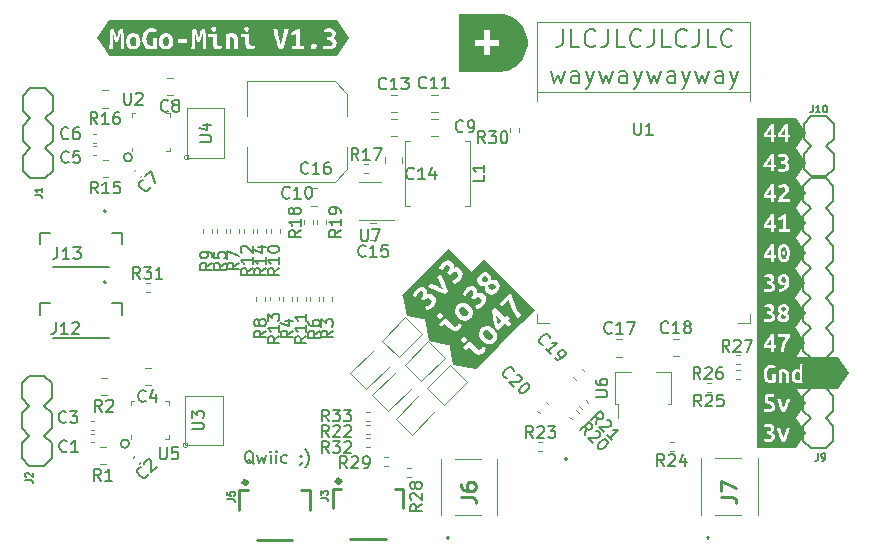
<source format=gbr>
%TF.GenerationSoftware,KiCad,Pcbnew,7.0.2*%
%TF.CreationDate,2024-03-26T23:12:22-04:00*%
%TF.ProjectId,mini_motor_go_V1_rev3,6d696e69-5f6d-46f7-946f-725f676f5f56,rev?*%
%TF.SameCoordinates,Original*%
%TF.FileFunction,Legend,Top*%
%TF.FilePolarity,Positive*%
%FSLAX46Y46*%
G04 Gerber Fmt 4.6, Leading zero omitted, Abs format (unit mm)*
G04 Created by KiCad (PCBNEW 7.0.2) date 2024-03-26 23:12:22*
%MOMM*%
%LPD*%
G01*
G04 APERTURE LIST*
%ADD10C,0.150000*%
%ADD11C,0.200000*%
%ADD12C,0.127000*%
%ADD13C,0.254000*%
%ADD14C,0.120000*%
%ADD15C,0.398780*%
%ADD16C,0.100000*%
%ADD17C,0.203200*%
G04 APERTURE END LIST*
D10*
X124353553Y-63250000D02*
G75*
G03*
X124353553Y-63250000I-353553J0D01*
G01*
X124103553Y-87500000D02*
G75*
G03*
X124103553Y-87500000I-353553J0D01*
G01*
D11*
X160805714Y-52418428D02*
X160805714Y-53489857D01*
X160805714Y-53489857D02*
X160734285Y-53704142D01*
X160734285Y-53704142D02*
X160591428Y-53847000D01*
X160591428Y-53847000D02*
X160377142Y-53918428D01*
X160377142Y-53918428D02*
X160234285Y-53918428D01*
X162234285Y-53918428D02*
X161519999Y-53918428D01*
X161519999Y-53918428D02*
X161519999Y-52418428D01*
X163591428Y-53775571D02*
X163520000Y-53847000D01*
X163520000Y-53847000D02*
X163305714Y-53918428D01*
X163305714Y-53918428D02*
X163162857Y-53918428D01*
X163162857Y-53918428D02*
X162948571Y-53847000D01*
X162948571Y-53847000D02*
X162805714Y-53704142D01*
X162805714Y-53704142D02*
X162734285Y-53561285D01*
X162734285Y-53561285D02*
X162662857Y-53275571D01*
X162662857Y-53275571D02*
X162662857Y-53061285D01*
X162662857Y-53061285D02*
X162734285Y-52775571D01*
X162734285Y-52775571D02*
X162805714Y-52632714D01*
X162805714Y-52632714D02*
X162948571Y-52489857D01*
X162948571Y-52489857D02*
X163162857Y-52418428D01*
X163162857Y-52418428D02*
X163305714Y-52418428D01*
X163305714Y-52418428D02*
X163520000Y-52489857D01*
X163520000Y-52489857D02*
X163591428Y-52561285D01*
X164662857Y-52418428D02*
X164662857Y-53489857D01*
X164662857Y-53489857D02*
X164591428Y-53704142D01*
X164591428Y-53704142D02*
X164448571Y-53847000D01*
X164448571Y-53847000D02*
X164234285Y-53918428D01*
X164234285Y-53918428D02*
X164091428Y-53918428D01*
X166091428Y-53918428D02*
X165377142Y-53918428D01*
X165377142Y-53918428D02*
X165377142Y-52418428D01*
X167448571Y-53775571D02*
X167377143Y-53847000D01*
X167377143Y-53847000D02*
X167162857Y-53918428D01*
X167162857Y-53918428D02*
X167020000Y-53918428D01*
X167020000Y-53918428D02*
X166805714Y-53847000D01*
X166805714Y-53847000D02*
X166662857Y-53704142D01*
X166662857Y-53704142D02*
X166591428Y-53561285D01*
X166591428Y-53561285D02*
X166520000Y-53275571D01*
X166520000Y-53275571D02*
X166520000Y-53061285D01*
X166520000Y-53061285D02*
X166591428Y-52775571D01*
X166591428Y-52775571D02*
X166662857Y-52632714D01*
X166662857Y-52632714D02*
X166805714Y-52489857D01*
X166805714Y-52489857D02*
X167020000Y-52418428D01*
X167020000Y-52418428D02*
X167162857Y-52418428D01*
X167162857Y-52418428D02*
X167377143Y-52489857D01*
X167377143Y-52489857D02*
X167448571Y-52561285D01*
X168520000Y-52418428D02*
X168520000Y-53489857D01*
X168520000Y-53489857D02*
X168448571Y-53704142D01*
X168448571Y-53704142D02*
X168305714Y-53847000D01*
X168305714Y-53847000D02*
X168091428Y-53918428D01*
X168091428Y-53918428D02*
X167948571Y-53918428D01*
X169948571Y-53918428D02*
X169234285Y-53918428D01*
X169234285Y-53918428D02*
X169234285Y-52418428D01*
X171305714Y-53775571D02*
X171234286Y-53847000D01*
X171234286Y-53847000D02*
X171020000Y-53918428D01*
X171020000Y-53918428D02*
X170877143Y-53918428D01*
X170877143Y-53918428D02*
X170662857Y-53847000D01*
X170662857Y-53847000D02*
X170520000Y-53704142D01*
X170520000Y-53704142D02*
X170448571Y-53561285D01*
X170448571Y-53561285D02*
X170377143Y-53275571D01*
X170377143Y-53275571D02*
X170377143Y-53061285D01*
X170377143Y-53061285D02*
X170448571Y-52775571D01*
X170448571Y-52775571D02*
X170520000Y-52632714D01*
X170520000Y-52632714D02*
X170662857Y-52489857D01*
X170662857Y-52489857D02*
X170877143Y-52418428D01*
X170877143Y-52418428D02*
X171020000Y-52418428D01*
X171020000Y-52418428D02*
X171234286Y-52489857D01*
X171234286Y-52489857D02*
X171305714Y-52561285D01*
X172377143Y-52418428D02*
X172377143Y-53489857D01*
X172377143Y-53489857D02*
X172305714Y-53704142D01*
X172305714Y-53704142D02*
X172162857Y-53847000D01*
X172162857Y-53847000D02*
X171948571Y-53918428D01*
X171948571Y-53918428D02*
X171805714Y-53918428D01*
X173805714Y-53918428D02*
X173091428Y-53918428D01*
X173091428Y-53918428D02*
X173091428Y-52418428D01*
X175162857Y-53775571D02*
X175091429Y-53847000D01*
X175091429Y-53847000D02*
X174877143Y-53918428D01*
X174877143Y-53918428D02*
X174734286Y-53918428D01*
X174734286Y-53918428D02*
X174520000Y-53847000D01*
X174520000Y-53847000D02*
X174377143Y-53704142D01*
X174377143Y-53704142D02*
X174305714Y-53561285D01*
X174305714Y-53561285D02*
X174234286Y-53275571D01*
X174234286Y-53275571D02*
X174234286Y-53061285D01*
X174234286Y-53061285D02*
X174305714Y-52775571D01*
X174305714Y-52775571D02*
X174377143Y-52632714D01*
X174377143Y-52632714D02*
X174520000Y-52489857D01*
X174520000Y-52489857D02*
X174734286Y-52418428D01*
X174734286Y-52418428D02*
X174877143Y-52418428D01*
X174877143Y-52418428D02*
X175091429Y-52489857D01*
X175091429Y-52489857D02*
X175162857Y-52561285D01*
D10*
X134654761Y-89222857D02*
X134559523Y-89175238D01*
X134559523Y-89175238D02*
X134464285Y-89080000D01*
X134464285Y-89080000D02*
X134321428Y-88937142D01*
X134321428Y-88937142D02*
X134226190Y-88889523D01*
X134226190Y-88889523D02*
X134130952Y-88889523D01*
X134178571Y-89127619D02*
X134083333Y-89080000D01*
X134083333Y-89080000D02*
X133988095Y-88984761D01*
X133988095Y-88984761D02*
X133940476Y-88794285D01*
X133940476Y-88794285D02*
X133940476Y-88460952D01*
X133940476Y-88460952D02*
X133988095Y-88270476D01*
X133988095Y-88270476D02*
X134083333Y-88175238D01*
X134083333Y-88175238D02*
X134178571Y-88127619D01*
X134178571Y-88127619D02*
X134369047Y-88127619D01*
X134369047Y-88127619D02*
X134464285Y-88175238D01*
X134464285Y-88175238D02*
X134559523Y-88270476D01*
X134559523Y-88270476D02*
X134607142Y-88460952D01*
X134607142Y-88460952D02*
X134607142Y-88794285D01*
X134607142Y-88794285D02*
X134559523Y-88984761D01*
X134559523Y-88984761D02*
X134464285Y-89080000D01*
X134464285Y-89080000D02*
X134369047Y-89127619D01*
X134369047Y-89127619D02*
X134178571Y-89127619D01*
X134940476Y-88460952D02*
X135130952Y-89127619D01*
X135130952Y-89127619D02*
X135321428Y-88651428D01*
X135321428Y-88651428D02*
X135511904Y-89127619D01*
X135511904Y-89127619D02*
X135702380Y-88460952D01*
X136083333Y-89127619D02*
X136083333Y-88460952D01*
X136083333Y-88127619D02*
X136035714Y-88175238D01*
X136035714Y-88175238D02*
X136083333Y-88222857D01*
X136083333Y-88222857D02*
X136130952Y-88175238D01*
X136130952Y-88175238D02*
X136083333Y-88127619D01*
X136083333Y-88127619D02*
X136083333Y-88222857D01*
X136559523Y-89127619D02*
X136559523Y-88460952D01*
X136559523Y-88127619D02*
X136511904Y-88175238D01*
X136511904Y-88175238D02*
X136559523Y-88222857D01*
X136559523Y-88222857D02*
X136607142Y-88175238D01*
X136607142Y-88175238D02*
X136559523Y-88127619D01*
X136559523Y-88127619D02*
X136559523Y-88222857D01*
X137464284Y-89080000D02*
X137369046Y-89127619D01*
X137369046Y-89127619D02*
X137178570Y-89127619D01*
X137178570Y-89127619D02*
X137083332Y-89080000D01*
X137083332Y-89080000D02*
X137035713Y-89032380D01*
X137035713Y-89032380D02*
X136988094Y-88937142D01*
X136988094Y-88937142D02*
X136988094Y-88651428D01*
X136988094Y-88651428D02*
X137035713Y-88556190D01*
X137035713Y-88556190D02*
X137083332Y-88508571D01*
X137083332Y-88508571D02*
X137178570Y-88460952D01*
X137178570Y-88460952D02*
X137369046Y-88460952D01*
X137369046Y-88460952D02*
X137464284Y-88508571D01*
X138702380Y-89080000D02*
X138702380Y-89127619D01*
X138702380Y-89127619D02*
X138654761Y-89222857D01*
X138654761Y-89222857D02*
X138607142Y-89270476D01*
X138654761Y-88508571D02*
X138702380Y-88556190D01*
X138702380Y-88556190D02*
X138654761Y-88603809D01*
X138654761Y-88603809D02*
X138607142Y-88556190D01*
X138607142Y-88556190D02*
X138654761Y-88508571D01*
X138654761Y-88508571D02*
X138654761Y-88603809D01*
X139035713Y-89508571D02*
X139083332Y-89460952D01*
X139083332Y-89460952D02*
X139178570Y-89318095D01*
X139178570Y-89318095D02*
X139226189Y-89222857D01*
X139226189Y-89222857D02*
X139273808Y-89080000D01*
X139273808Y-89080000D02*
X139321427Y-88841904D01*
X139321427Y-88841904D02*
X139321427Y-88651428D01*
X139321427Y-88651428D02*
X139273808Y-88413333D01*
X139273808Y-88413333D02*
X139226189Y-88270476D01*
X139226189Y-88270476D02*
X139178570Y-88175238D01*
X139178570Y-88175238D02*
X139083332Y-88032380D01*
X139083332Y-88032380D02*
X139035713Y-87984761D01*
D11*
X159834285Y-55956428D02*
X160120000Y-56956428D01*
X160120000Y-56956428D02*
X160405714Y-56242142D01*
X160405714Y-56242142D02*
X160691428Y-56956428D01*
X160691428Y-56956428D02*
X160977142Y-55956428D01*
X162191429Y-56956428D02*
X162191429Y-56170714D01*
X162191429Y-56170714D02*
X162120000Y-56027857D01*
X162120000Y-56027857D02*
X161977143Y-55956428D01*
X161977143Y-55956428D02*
X161691429Y-55956428D01*
X161691429Y-55956428D02*
X161548571Y-56027857D01*
X162191429Y-56885000D02*
X162048571Y-56956428D01*
X162048571Y-56956428D02*
X161691429Y-56956428D01*
X161691429Y-56956428D02*
X161548571Y-56885000D01*
X161548571Y-56885000D02*
X161477143Y-56742142D01*
X161477143Y-56742142D02*
X161477143Y-56599285D01*
X161477143Y-56599285D02*
X161548571Y-56456428D01*
X161548571Y-56456428D02*
X161691429Y-56385000D01*
X161691429Y-56385000D02*
X162048571Y-56385000D01*
X162048571Y-56385000D02*
X162191429Y-56313571D01*
X162762857Y-55956428D02*
X163120000Y-56956428D01*
X163477143Y-55956428D02*
X163120000Y-56956428D01*
X163120000Y-56956428D02*
X162977143Y-57313571D01*
X162977143Y-57313571D02*
X162905714Y-57385000D01*
X162905714Y-57385000D02*
X162762857Y-57456428D01*
X163905714Y-55956428D02*
X164191429Y-56956428D01*
X164191429Y-56956428D02*
X164477143Y-56242142D01*
X164477143Y-56242142D02*
X164762857Y-56956428D01*
X164762857Y-56956428D02*
X165048571Y-55956428D01*
X166262858Y-56956428D02*
X166262858Y-56170714D01*
X166262858Y-56170714D02*
X166191429Y-56027857D01*
X166191429Y-56027857D02*
X166048572Y-55956428D01*
X166048572Y-55956428D02*
X165762858Y-55956428D01*
X165762858Y-55956428D02*
X165620000Y-56027857D01*
X166262858Y-56885000D02*
X166120000Y-56956428D01*
X166120000Y-56956428D02*
X165762858Y-56956428D01*
X165762858Y-56956428D02*
X165620000Y-56885000D01*
X165620000Y-56885000D02*
X165548572Y-56742142D01*
X165548572Y-56742142D02*
X165548572Y-56599285D01*
X165548572Y-56599285D02*
X165620000Y-56456428D01*
X165620000Y-56456428D02*
X165762858Y-56385000D01*
X165762858Y-56385000D02*
X166120000Y-56385000D01*
X166120000Y-56385000D02*
X166262858Y-56313571D01*
X166834286Y-55956428D02*
X167191429Y-56956428D01*
X167548572Y-55956428D02*
X167191429Y-56956428D01*
X167191429Y-56956428D02*
X167048572Y-57313571D01*
X167048572Y-57313571D02*
X166977143Y-57385000D01*
X166977143Y-57385000D02*
X166834286Y-57456428D01*
X167977143Y-55956428D02*
X168262858Y-56956428D01*
X168262858Y-56956428D02*
X168548572Y-56242142D01*
X168548572Y-56242142D02*
X168834286Y-56956428D01*
X168834286Y-56956428D02*
X169120000Y-55956428D01*
X170334287Y-56956428D02*
X170334287Y-56170714D01*
X170334287Y-56170714D02*
X170262858Y-56027857D01*
X170262858Y-56027857D02*
X170120001Y-55956428D01*
X170120001Y-55956428D02*
X169834287Y-55956428D01*
X169834287Y-55956428D02*
X169691429Y-56027857D01*
X170334287Y-56885000D02*
X170191429Y-56956428D01*
X170191429Y-56956428D02*
X169834287Y-56956428D01*
X169834287Y-56956428D02*
X169691429Y-56885000D01*
X169691429Y-56885000D02*
X169620001Y-56742142D01*
X169620001Y-56742142D02*
X169620001Y-56599285D01*
X169620001Y-56599285D02*
X169691429Y-56456428D01*
X169691429Y-56456428D02*
X169834287Y-56385000D01*
X169834287Y-56385000D02*
X170191429Y-56385000D01*
X170191429Y-56385000D02*
X170334287Y-56313571D01*
X170905715Y-55956428D02*
X171262858Y-56956428D01*
X171620001Y-55956428D02*
X171262858Y-56956428D01*
X171262858Y-56956428D02*
X171120001Y-57313571D01*
X171120001Y-57313571D02*
X171048572Y-57385000D01*
X171048572Y-57385000D02*
X170905715Y-57456428D01*
X172048572Y-55956428D02*
X172334287Y-56956428D01*
X172334287Y-56956428D02*
X172620001Y-56242142D01*
X172620001Y-56242142D02*
X172905715Y-56956428D01*
X172905715Y-56956428D02*
X173191429Y-55956428D01*
X174405716Y-56956428D02*
X174405716Y-56170714D01*
X174405716Y-56170714D02*
X174334287Y-56027857D01*
X174334287Y-56027857D02*
X174191430Y-55956428D01*
X174191430Y-55956428D02*
X173905716Y-55956428D01*
X173905716Y-55956428D02*
X173762858Y-56027857D01*
X174405716Y-56885000D02*
X174262858Y-56956428D01*
X174262858Y-56956428D02*
X173905716Y-56956428D01*
X173905716Y-56956428D02*
X173762858Y-56885000D01*
X173762858Y-56885000D02*
X173691430Y-56742142D01*
X173691430Y-56742142D02*
X173691430Y-56599285D01*
X173691430Y-56599285D02*
X173762858Y-56456428D01*
X173762858Y-56456428D02*
X173905716Y-56385000D01*
X173905716Y-56385000D02*
X174262858Y-56385000D01*
X174262858Y-56385000D02*
X174405716Y-56313571D01*
X174977144Y-55956428D02*
X175334287Y-56956428D01*
X175691430Y-55956428D02*
X175334287Y-56956428D01*
X175334287Y-56956428D02*
X175191430Y-57313571D01*
X175191430Y-57313571D02*
X175120001Y-57385000D01*
X175120001Y-57385000D02*
X174977144Y-57456428D01*
D10*
%TO.C,C2*%
X125695167Y-90043612D02*
X125695167Y-90110955D01*
X125695167Y-90110955D02*
X125627824Y-90245642D01*
X125627824Y-90245642D02*
X125560480Y-90312986D01*
X125560480Y-90312986D02*
X125425793Y-90380329D01*
X125425793Y-90380329D02*
X125291106Y-90380329D01*
X125291106Y-90380329D02*
X125190091Y-90346658D01*
X125190091Y-90346658D02*
X125021732Y-90245642D01*
X125021732Y-90245642D02*
X124920717Y-90144627D01*
X124920717Y-90144627D02*
X124819702Y-89976268D01*
X124819702Y-89976268D02*
X124786030Y-89875253D01*
X124786030Y-89875253D02*
X124786030Y-89740566D01*
X124786030Y-89740566D02*
X124853373Y-89605879D01*
X124853373Y-89605879D02*
X124920717Y-89538536D01*
X124920717Y-89538536D02*
X125055404Y-89471192D01*
X125055404Y-89471192D02*
X125122747Y-89471192D01*
X125392122Y-89201818D02*
X125392122Y-89134475D01*
X125392122Y-89134475D02*
X125425793Y-89033459D01*
X125425793Y-89033459D02*
X125594152Y-88865101D01*
X125594152Y-88865101D02*
X125695167Y-88831429D01*
X125695167Y-88831429D02*
X125762511Y-88831429D01*
X125762511Y-88831429D02*
X125863526Y-88865101D01*
X125863526Y-88865101D02*
X125930870Y-88932444D01*
X125930870Y-88932444D02*
X125998213Y-89067131D01*
X125998213Y-89067131D02*
X125998213Y-89875253D01*
X125998213Y-89875253D02*
X126435946Y-89437520D01*
%TO.C,R14*%
X135694368Y-72656323D02*
X135218177Y-72989656D01*
X135694368Y-73227751D02*
X134694368Y-73227751D01*
X134694368Y-73227751D02*
X134694368Y-72846799D01*
X134694368Y-72846799D02*
X134741987Y-72751561D01*
X134741987Y-72751561D02*
X134789606Y-72703942D01*
X134789606Y-72703942D02*
X134884844Y-72656323D01*
X134884844Y-72656323D02*
X135027701Y-72656323D01*
X135027701Y-72656323D02*
X135122939Y-72703942D01*
X135122939Y-72703942D02*
X135170558Y-72751561D01*
X135170558Y-72751561D02*
X135218177Y-72846799D01*
X135218177Y-72846799D02*
X135218177Y-73227751D01*
X135694368Y-71703942D02*
X135694368Y-72275370D01*
X135694368Y-71989656D02*
X134694368Y-71989656D01*
X134694368Y-71989656D02*
X134837225Y-72084894D01*
X134837225Y-72084894D02*
X134932463Y-72180132D01*
X134932463Y-72180132D02*
X134980082Y-72275370D01*
X135027701Y-70846799D02*
X135694368Y-70846799D01*
X134646749Y-71084894D02*
X135361034Y-71322989D01*
X135361034Y-71322989D02*
X135361034Y-70703942D01*
%TO.C,C13*%
X145862142Y-57412380D02*
X145814523Y-57460000D01*
X145814523Y-57460000D02*
X145671666Y-57507619D01*
X145671666Y-57507619D02*
X145576428Y-57507619D01*
X145576428Y-57507619D02*
X145433571Y-57460000D01*
X145433571Y-57460000D02*
X145338333Y-57364761D01*
X145338333Y-57364761D02*
X145290714Y-57269523D01*
X145290714Y-57269523D02*
X145243095Y-57079047D01*
X145243095Y-57079047D02*
X145243095Y-56936190D01*
X145243095Y-56936190D02*
X145290714Y-56745714D01*
X145290714Y-56745714D02*
X145338333Y-56650476D01*
X145338333Y-56650476D02*
X145433571Y-56555238D01*
X145433571Y-56555238D02*
X145576428Y-56507619D01*
X145576428Y-56507619D02*
X145671666Y-56507619D01*
X145671666Y-56507619D02*
X145814523Y-56555238D01*
X145814523Y-56555238D02*
X145862142Y-56602857D01*
X146814523Y-57507619D02*
X146243095Y-57507619D01*
X146528809Y-57507619D02*
X146528809Y-56507619D01*
X146528809Y-56507619D02*
X146433571Y-56650476D01*
X146433571Y-56650476D02*
X146338333Y-56745714D01*
X146338333Y-56745714D02*
X146243095Y-56793333D01*
X147147857Y-56507619D02*
X147766904Y-56507619D01*
X147766904Y-56507619D02*
X147433571Y-56888571D01*
X147433571Y-56888571D02*
X147576428Y-56888571D01*
X147576428Y-56888571D02*
X147671666Y-56936190D01*
X147671666Y-56936190D02*
X147719285Y-56983809D01*
X147719285Y-56983809D02*
X147766904Y-57079047D01*
X147766904Y-57079047D02*
X147766904Y-57317142D01*
X147766904Y-57317142D02*
X147719285Y-57412380D01*
X147719285Y-57412380D02*
X147671666Y-57460000D01*
X147671666Y-57460000D02*
X147576428Y-57507619D01*
X147576428Y-57507619D02*
X147290714Y-57507619D01*
X147290714Y-57507619D02*
X147195476Y-57460000D01*
X147195476Y-57460000D02*
X147147857Y-57412380D01*
%TO.C,U4*%
X130066218Y-61970304D02*
X130875741Y-61970304D01*
X130875741Y-61970304D02*
X130970979Y-61922685D01*
X130970979Y-61922685D02*
X131018599Y-61875066D01*
X131018599Y-61875066D02*
X131066218Y-61779828D01*
X131066218Y-61779828D02*
X131066218Y-61589352D01*
X131066218Y-61589352D02*
X131018599Y-61494114D01*
X131018599Y-61494114D02*
X130970979Y-61446495D01*
X130970979Y-61446495D02*
X130875741Y-61398876D01*
X130875741Y-61398876D02*
X130066218Y-61398876D01*
X130399551Y-60494114D02*
X131066218Y-60494114D01*
X130018599Y-60732209D02*
X130732884Y-60970304D01*
X130732884Y-60970304D02*
X130732884Y-60351257D01*
%TO.C,U2*%
X123682095Y-57789419D02*
X123682095Y-58598942D01*
X123682095Y-58598942D02*
X123729714Y-58694180D01*
X123729714Y-58694180D02*
X123777333Y-58741800D01*
X123777333Y-58741800D02*
X123872571Y-58789419D01*
X123872571Y-58789419D02*
X124063047Y-58789419D01*
X124063047Y-58789419D02*
X124158285Y-58741800D01*
X124158285Y-58741800D02*
X124205904Y-58694180D01*
X124205904Y-58694180D02*
X124253523Y-58598942D01*
X124253523Y-58598942D02*
X124253523Y-57789419D01*
X124682095Y-57884657D02*
X124729714Y-57837038D01*
X124729714Y-57837038D02*
X124824952Y-57789419D01*
X124824952Y-57789419D02*
X125063047Y-57789419D01*
X125063047Y-57789419D02*
X125158285Y-57837038D01*
X125158285Y-57837038D02*
X125205904Y-57884657D01*
X125205904Y-57884657D02*
X125253523Y-57979895D01*
X125253523Y-57979895D02*
X125253523Y-58075133D01*
X125253523Y-58075133D02*
X125205904Y-58217990D01*
X125205904Y-58217990D02*
X124634476Y-58789419D01*
X124634476Y-58789419D02*
X125253523Y-58789419D01*
%TO.C,R7*%
X133415251Y-72177483D02*
X132939060Y-72510816D01*
X133415251Y-72748911D02*
X132415251Y-72748911D01*
X132415251Y-72748911D02*
X132415251Y-72367959D01*
X132415251Y-72367959D02*
X132462870Y-72272721D01*
X132462870Y-72272721D02*
X132510489Y-72225102D01*
X132510489Y-72225102D02*
X132605727Y-72177483D01*
X132605727Y-72177483D02*
X132748584Y-72177483D01*
X132748584Y-72177483D02*
X132843822Y-72225102D01*
X132843822Y-72225102D02*
X132891441Y-72272721D01*
X132891441Y-72272721D02*
X132939060Y-72367959D01*
X132939060Y-72367959D02*
X132939060Y-72748911D01*
X132415251Y-71844149D02*
X132415251Y-71177483D01*
X132415251Y-71177483D02*
X133415251Y-71606054D01*
%TO.C,C18*%
X169752142Y-78052380D02*
X169704523Y-78100000D01*
X169704523Y-78100000D02*
X169561666Y-78147619D01*
X169561666Y-78147619D02*
X169466428Y-78147619D01*
X169466428Y-78147619D02*
X169323571Y-78100000D01*
X169323571Y-78100000D02*
X169228333Y-78004761D01*
X169228333Y-78004761D02*
X169180714Y-77909523D01*
X169180714Y-77909523D02*
X169133095Y-77719047D01*
X169133095Y-77719047D02*
X169133095Y-77576190D01*
X169133095Y-77576190D02*
X169180714Y-77385714D01*
X169180714Y-77385714D02*
X169228333Y-77290476D01*
X169228333Y-77290476D02*
X169323571Y-77195238D01*
X169323571Y-77195238D02*
X169466428Y-77147619D01*
X169466428Y-77147619D02*
X169561666Y-77147619D01*
X169561666Y-77147619D02*
X169704523Y-77195238D01*
X169704523Y-77195238D02*
X169752142Y-77242857D01*
X170704523Y-78147619D02*
X170133095Y-78147619D01*
X170418809Y-78147619D02*
X170418809Y-77147619D01*
X170418809Y-77147619D02*
X170323571Y-77290476D01*
X170323571Y-77290476D02*
X170228333Y-77385714D01*
X170228333Y-77385714D02*
X170133095Y-77433333D01*
X171275952Y-77576190D02*
X171180714Y-77528571D01*
X171180714Y-77528571D02*
X171133095Y-77480952D01*
X171133095Y-77480952D02*
X171085476Y-77385714D01*
X171085476Y-77385714D02*
X171085476Y-77338095D01*
X171085476Y-77338095D02*
X171133095Y-77242857D01*
X171133095Y-77242857D02*
X171180714Y-77195238D01*
X171180714Y-77195238D02*
X171275952Y-77147619D01*
X171275952Y-77147619D02*
X171466428Y-77147619D01*
X171466428Y-77147619D02*
X171561666Y-77195238D01*
X171561666Y-77195238D02*
X171609285Y-77242857D01*
X171609285Y-77242857D02*
X171656904Y-77338095D01*
X171656904Y-77338095D02*
X171656904Y-77385714D01*
X171656904Y-77385714D02*
X171609285Y-77480952D01*
X171609285Y-77480952D02*
X171561666Y-77528571D01*
X171561666Y-77528571D02*
X171466428Y-77576190D01*
X171466428Y-77576190D02*
X171275952Y-77576190D01*
X171275952Y-77576190D02*
X171180714Y-77623809D01*
X171180714Y-77623809D02*
X171133095Y-77671428D01*
X171133095Y-77671428D02*
X171085476Y-77766666D01*
X171085476Y-77766666D02*
X171085476Y-77957142D01*
X171085476Y-77957142D02*
X171133095Y-78052380D01*
X171133095Y-78052380D02*
X171180714Y-78100000D01*
X171180714Y-78100000D02*
X171275952Y-78147619D01*
X171275952Y-78147619D02*
X171466428Y-78147619D01*
X171466428Y-78147619D02*
X171561666Y-78100000D01*
X171561666Y-78100000D02*
X171609285Y-78052380D01*
X171609285Y-78052380D02*
X171656904Y-77957142D01*
X171656904Y-77957142D02*
X171656904Y-77766666D01*
X171656904Y-77766666D02*
X171609285Y-77671428D01*
X171609285Y-77671428D02*
X171561666Y-77623809D01*
X171561666Y-77623809D02*
X171466428Y-77576190D01*
%TO.C,C17*%
X164962143Y-78092380D02*
X164914524Y-78140000D01*
X164914524Y-78140000D02*
X164771667Y-78187619D01*
X164771667Y-78187619D02*
X164676429Y-78187619D01*
X164676429Y-78187619D02*
X164533572Y-78140000D01*
X164533572Y-78140000D02*
X164438334Y-78044761D01*
X164438334Y-78044761D02*
X164390715Y-77949523D01*
X164390715Y-77949523D02*
X164343096Y-77759047D01*
X164343096Y-77759047D02*
X164343096Y-77616190D01*
X164343096Y-77616190D02*
X164390715Y-77425714D01*
X164390715Y-77425714D02*
X164438334Y-77330476D01*
X164438334Y-77330476D02*
X164533572Y-77235238D01*
X164533572Y-77235238D02*
X164676429Y-77187619D01*
X164676429Y-77187619D02*
X164771667Y-77187619D01*
X164771667Y-77187619D02*
X164914524Y-77235238D01*
X164914524Y-77235238D02*
X164962143Y-77282857D01*
X165914524Y-78187619D02*
X165343096Y-78187619D01*
X165628810Y-78187619D02*
X165628810Y-77187619D01*
X165628810Y-77187619D02*
X165533572Y-77330476D01*
X165533572Y-77330476D02*
X165438334Y-77425714D01*
X165438334Y-77425714D02*
X165343096Y-77473333D01*
X166247858Y-77187619D02*
X166914524Y-77187619D01*
X166914524Y-77187619D02*
X166485953Y-78187619D01*
%TO.C,R20*%
X162704682Y-86757909D02*
X162805697Y-86185489D01*
X162300621Y-86353848D02*
X163007728Y-85646741D01*
X163007728Y-85646741D02*
X163277102Y-85916115D01*
X163277102Y-85916115D02*
X163310773Y-86017130D01*
X163310773Y-86017130D02*
X163310773Y-86084474D01*
X163310773Y-86084474D02*
X163277102Y-86185489D01*
X163277102Y-86185489D02*
X163176086Y-86286504D01*
X163176086Y-86286504D02*
X163075071Y-86320176D01*
X163075071Y-86320176D02*
X163007728Y-86320176D01*
X163007728Y-86320176D02*
X162906712Y-86286504D01*
X162906712Y-86286504D02*
X162637338Y-86017130D01*
X163613819Y-86387520D02*
X163681163Y-86387520D01*
X163681163Y-86387520D02*
X163782178Y-86421191D01*
X163782178Y-86421191D02*
X163950537Y-86589550D01*
X163950537Y-86589550D02*
X163984208Y-86690565D01*
X163984208Y-86690565D02*
X163984208Y-86757909D01*
X163984208Y-86757909D02*
X163950537Y-86858924D01*
X163950537Y-86858924D02*
X163883193Y-86926268D01*
X163883193Y-86926268D02*
X163748506Y-86993611D01*
X163748506Y-86993611D02*
X162940384Y-86993611D01*
X162940384Y-86993611D02*
X163378117Y-87431344D01*
X164522956Y-87161970D02*
X164590300Y-87229313D01*
X164590300Y-87229313D02*
X164623972Y-87330329D01*
X164623972Y-87330329D02*
X164623972Y-87397672D01*
X164623972Y-87397672D02*
X164590300Y-87498687D01*
X164590300Y-87498687D02*
X164489285Y-87667046D01*
X164489285Y-87667046D02*
X164320926Y-87835405D01*
X164320926Y-87835405D02*
X164152567Y-87936420D01*
X164152567Y-87936420D02*
X164051552Y-87970092D01*
X164051552Y-87970092D02*
X163984208Y-87970092D01*
X163984208Y-87970092D02*
X163883193Y-87936420D01*
X163883193Y-87936420D02*
X163815850Y-87869077D01*
X163815850Y-87869077D02*
X163782178Y-87768061D01*
X163782178Y-87768061D02*
X163782178Y-87700718D01*
X163782178Y-87700718D02*
X163815850Y-87599703D01*
X163815850Y-87599703D02*
X163916865Y-87431344D01*
X163916865Y-87431344D02*
X164085224Y-87262985D01*
X164085224Y-87262985D02*
X164253582Y-87161970D01*
X164253582Y-87161970D02*
X164354598Y-87128298D01*
X164354598Y-87128298D02*
X164421941Y-87128298D01*
X164421941Y-87128298D02*
X164522956Y-87161970D01*
%TO.C,U3*%
X129442143Y-86288362D02*
X130251666Y-86288362D01*
X130251666Y-86288362D02*
X130346904Y-86240743D01*
X130346904Y-86240743D02*
X130394524Y-86193124D01*
X130394524Y-86193124D02*
X130442143Y-86097886D01*
X130442143Y-86097886D02*
X130442143Y-85907410D01*
X130442143Y-85907410D02*
X130394524Y-85812172D01*
X130394524Y-85812172D02*
X130346904Y-85764553D01*
X130346904Y-85764553D02*
X130251666Y-85716934D01*
X130251666Y-85716934D02*
X129442143Y-85716934D01*
X129442143Y-85335981D02*
X129442143Y-84716934D01*
X129442143Y-84716934D02*
X129823095Y-85050267D01*
X129823095Y-85050267D02*
X129823095Y-84907410D01*
X129823095Y-84907410D02*
X129870714Y-84812172D01*
X129870714Y-84812172D02*
X129918333Y-84764553D01*
X129918333Y-84764553D02*
X130013571Y-84716934D01*
X130013571Y-84716934D02*
X130251666Y-84716934D01*
X130251666Y-84716934D02*
X130346904Y-84764553D01*
X130346904Y-84764553D02*
X130394524Y-84812172D01*
X130394524Y-84812172D02*
X130442143Y-84907410D01*
X130442143Y-84907410D02*
X130442143Y-85193124D01*
X130442143Y-85193124D02*
X130394524Y-85288362D01*
X130394524Y-85288362D02*
X130346904Y-85335981D01*
%TO.C,C9*%
X152379412Y-61018741D02*
X152331793Y-61066361D01*
X152331793Y-61066361D02*
X152188936Y-61113980D01*
X152188936Y-61113980D02*
X152093698Y-61113980D01*
X152093698Y-61113980D02*
X151950841Y-61066361D01*
X151950841Y-61066361D02*
X151855603Y-60971122D01*
X151855603Y-60971122D02*
X151807984Y-60875884D01*
X151807984Y-60875884D02*
X151760365Y-60685408D01*
X151760365Y-60685408D02*
X151760365Y-60542551D01*
X151760365Y-60542551D02*
X151807984Y-60352075D01*
X151807984Y-60352075D02*
X151855603Y-60256837D01*
X151855603Y-60256837D02*
X151950841Y-60161599D01*
X151950841Y-60161599D02*
X152093698Y-60113980D01*
X152093698Y-60113980D02*
X152188936Y-60113980D01*
X152188936Y-60113980D02*
X152331793Y-60161599D01*
X152331793Y-60161599D02*
X152379412Y-60209218D01*
X152855603Y-61113980D02*
X153046079Y-61113980D01*
X153046079Y-61113980D02*
X153141317Y-61066361D01*
X153141317Y-61066361D02*
X153188936Y-61018741D01*
X153188936Y-61018741D02*
X153284174Y-60875884D01*
X153284174Y-60875884D02*
X153331793Y-60685408D01*
X153331793Y-60685408D02*
X153331793Y-60304456D01*
X153331793Y-60304456D02*
X153284174Y-60209218D01*
X153284174Y-60209218D02*
X153236555Y-60161599D01*
X153236555Y-60161599D02*
X153141317Y-60113980D01*
X153141317Y-60113980D02*
X152950841Y-60113980D01*
X152950841Y-60113980D02*
X152855603Y-60161599D01*
X152855603Y-60161599D02*
X152807984Y-60209218D01*
X152807984Y-60209218D02*
X152760365Y-60304456D01*
X152760365Y-60304456D02*
X152760365Y-60542551D01*
X152760365Y-60542551D02*
X152807984Y-60637789D01*
X152807984Y-60637789D02*
X152855603Y-60685408D01*
X152855603Y-60685408D02*
X152950841Y-60733027D01*
X152950841Y-60733027D02*
X153141317Y-60733027D01*
X153141317Y-60733027D02*
X153236555Y-60685408D01*
X153236555Y-60685408D02*
X153284174Y-60637789D01*
X153284174Y-60637789D02*
X153331793Y-60542551D01*
%TO.C,R25*%
X172541110Y-84347436D02*
X172207777Y-83871245D01*
X171969682Y-84347436D02*
X171969682Y-83347436D01*
X171969682Y-83347436D02*
X172350634Y-83347436D01*
X172350634Y-83347436D02*
X172445872Y-83395055D01*
X172445872Y-83395055D02*
X172493491Y-83442674D01*
X172493491Y-83442674D02*
X172541110Y-83537912D01*
X172541110Y-83537912D02*
X172541110Y-83680769D01*
X172541110Y-83680769D02*
X172493491Y-83776007D01*
X172493491Y-83776007D02*
X172445872Y-83823626D01*
X172445872Y-83823626D02*
X172350634Y-83871245D01*
X172350634Y-83871245D02*
X171969682Y-83871245D01*
X172922063Y-83442674D02*
X172969682Y-83395055D01*
X172969682Y-83395055D02*
X173064920Y-83347436D01*
X173064920Y-83347436D02*
X173303015Y-83347436D01*
X173303015Y-83347436D02*
X173398253Y-83395055D01*
X173398253Y-83395055D02*
X173445872Y-83442674D01*
X173445872Y-83442674D02*
X173493491Y-83537912D01*
X173493491Y-83537912D02*
X173493491Y-83633150D01*
X173493491Y-83633150D02*
X173445872Y-83776007D01*
X173445872Y-83776007D02*
X172874444Y-84347436D01*
X172874444Y-84347436D02*
X173493491Y-84347436D01*
X174398253Y-83347436D02*
X173922063Y-83347436D01*
X173922063Y-83347436D02*
X173874444Y-83823626D01*
X173874444Y-83823626D02*
X173922063Y-83776007D01*
X173922063Y-83776007D02*
X174017301Y-83728388D01*
X174017301Y-83728388D02*
X174255396Y-83728388D01*
X174255396Y-83728388D02*
X174350634Y-83776007D01*
X174350634Y-83776007D02*
X174398253Y-83823626D01*
X174398253Y-83823626D02*
X174445872Y-83918864D01*
X174445872Y-83918864D02*
X174445872Y-84156959D01*
X174445872Y-84156959D02*
X174398253Y-84252197D01*
X174398253Y-84252197D02*
X174350634Y-84299817D01*
X174350634Y-84299817D02*
X174255396Y-84347436D01*
X174255396Y-84347436D02*
X174017301Y-84347436D01*
X174017301Y-84347436D02*
X173922063Y-84299817D01*
X173922063Y-84299817D02*
X173874444Y-84252197D01*
%TO.C,R17*%
X143527142Y-63474619D02*
X143193809Y-62998428D01*
X142955714Y-63474619D02*
X142955714Y-62474619D01*
X142955714Y-62474619D02*
X143336666Y-62474619D01*
X143336666Y-62474619D02*
X143431904Y-62522238D01*
X143431904Y-62522238D02*
X143479523Y-62569857D01*
X143479523Y-62569857D02*
X143527142Y-62665095D01*
X143527142Y-62665095D02*
X143527142Y-62807952D01*
X143527142Y-62807952D02*
X143479523Y-62903190D01*
X143479523Y-62903190D02*
X143431904Y-62950809D01*
X143431904Y-62950809D02*
X143336666Y-62998428D01*
X143336666Y-62998428D02*
X142955714Y-62998428D01*
X144479523Y-63474619D02*
X143908095Y-63474619D01*
X144193809Y-63474619D02*
X144193809Y-62474619D01*
X144193809Y-62474619D02*
X144098571Y-62617476D01*
X144098571Y-62617476D02*
X144003333Y-62712714D01*
X144003333Y-62712714D02*
X143908095Y-62760333D01*
X144812857Y-62474619D02*
X145479523Y-62474619D01*
X145479523Y-62474619D02*
X145050952Y-63474619D01*
%TO.C,R33*%
X141004742Y-85612723D02*
X140671409Y-85136532D01*
X140433314Y-85612723D02*
X140433314Y-84612723D01*
X140433314Y-84612723D02*
X140814266Y-84612723D01*
X140814266Y-84612723D02*
X140909504Y-84660342D01*
X140909504Y-84660342D02*
X140957123Y-84707961D01*
X140957123Y-84707961D02*
X141004742Y-84803199D01*
X141004742Y-84803199D02*
X141004742Y-84946056D01*
X141004742Y-84946056D02*
X140957123Y-85041294D01*
X140957123Y-85041294D02*
X140909504Y-85088913D01*
X140909504Y-85088913D02*
X140814266Y-85136532D01*
X140814266Y-85136532D02*
X140433314Y-85136532D01*
X141338076Y-84612723D02*
X141957123Y-84612723D01*
X141957123Y-84612723D02*
X141623790Y-84993675D01*
X141623790Y-84993675D02*
X141766647Y-84993675D01*
X141766647Y-84993675D02*
X141861885Y-85041294D01*
X141861885Y-85041294D02*
X141909504Y-85088913D01*
X141909504Y-85088913D02*
X141957123Y-85184151D01*
X141957123Y-85184151D02*
X141957123Y-85422246D01*
X141957123Y-85422246D02*
X141909504Y-85517484D01*
X141909504Y-85517484D02*
X141861885Y-85565104D01*
X141861885Y-85565104D02*
X141766647Y-85612723D01*
X141766647Y-85612723D02*
X141480933Y-85612723D01*
X141480933Y-85612723D02*
X141385695Y-85565104D01*
X141385695Y-85565104D02*
X141338076Y-85517484D01*
X142290457Y-84612723D02*
X142909504Y-84612723D01*
X142909504Y-84612723D02*
X142576171Y-84993675D01*
X142576171Y-84993675D02*
X142719028Y-84993675D01*
X142719028Y-84993675D02*
X142814266Y-85041294D01*
X142814266Y-85041294D02*
X142861885Y-85088913D01*
X142861885Y-85088913D02*
X142909504Y-85184151D01*
X142909504Y-85184151D02*
X142909504Y-85422246D01*
X142909504Y-85422246D02*
X142861885Y-85517484D01*
X142861885Y-85517484D02*
X142814266Y-85565104D01*
X142814266Y-85565104D02*
X142719028Y-85612723D01*
X142719028Y-85612723D02*
X142433314Y-85612723D01*
X142433314Y-85612723D02*
X142338076Y-85565104D01*
X142338076Y-85565104D02*
X142290457Y-85517484D01*
%TO.C,C6*%
X118967733Y-61621380D02*
X118920114Y-61669000D01*
X118920114Y-61669000D02*
X118777257Y-61716619D01*
X118777257Y-61716619D02*
X118682019Y-61716619D01*
X118682019Y-61716619D02*
X118539162Y-61669000D01*
X118539162Y-61669000D02*
X118443924Y-61573761D01*
X118443924Y-61573761D02*
X118396305Y-61478523D01*
X118396305Y-61478523D02*
X118348686Y-61288047D01*
X118348686Y-61288047D02*
X118348686Y-61145190D01*
X118348686Y-61145190D02*
X118396305Y-60954714D01*
X118396305Y-60954714D02*
X118443924Y-60859476D01*
X118443924Y-60859476D02*
X118539162Y-60764238D01*
X118539162Y-60764238D02*
X118682019Y-60716619D01*
X118682019Y-60716619D02*
X118777257Y-60716619D01*
X118777257Y-60716619D02*
X118920114Y-60764238D01*
X118920114Y-60764238D02*
X118967733Y-60811857D01*
X119824876Y-60716619D02*
X119634400Y-60716619D01*
X119634400Y-60716619D02*
X119539162Y-60764238D01*
X119539162Y-60764238D02*
X119491543Y-60811857D01*
X119491543Y-60811857D02*
X119396305Y-60954714D01*
X119396305Y-60954714D02*
X119348686Y-61145190D01*
X119348686Y-61145190D02*
X119348686Y-61526142D01*
X119348686Y-61526142D02*
X119396305Y-61621380D01*
X119396305Y-61621380D02*
X119443924Y-61669000D01*
X119443924Y-61669000D02*
X119539162Y-61716619D01*
X119539162Y-61716619D02*
X119729638Y-61716619D01*
X119729638Y-61716619D02*
X119824876Y-61669000D01*
X119824876Y-61669000D02*
X119872495Y-61621380D01*
X119872495Y-61621380D02*
X119920114Y-61526142D01*
X119920114Y-61526142D02*
X119920114Y-61288047D01*
X119920114Y-61288047D02*
X119872495Y-61192809D01*
X119872495Y-61192809D02*
X119824876Y-61145190D01*
X119824876Y-61145190D02*
X119729638Y-61097571D01*
X119729638Y-61097571D02*
X119539162Y-61097571D01*
X119539162Y-61097571D02*
X119443924Y-61145190D01*
X119443924Y-61145190D02*
X119396305Y-61192809D01*
X119396305Y-61192809D02*
X119348686Y-61288047D01*
%TO.C,L1*%
X154185760Y-64767794D02*
X154185760Y-65243984D01*
X154185760Y-65243984D02*
X153185760Y-65243984D01*
X154185760Y-63910651D02*
X154185760Y-64482079D01*
X154185760Y-64196365D02*
X153185760Y-64196365D01*
X153185760Y-64196365D02*
X153328617Y-64291603D01*
X153328617Y-64291603D02*
X153423855Y-64386841D01*
X153423855Y-64386841D02*
X153471474Y-64482079D01*
%TO.C,R1*%
X121725634Y-90621451D02*
X121392301Y-90145260D01*
X121154206Y-90621451D02*
X121154206Y-89621451D01*
X121154206Y-89621451D02*
X121535158Y-89621451D01*
X121535158Y-89621451D02*
X121630396Y-89669070D01*
X121630396Y-89669070D02*
X121678015Y-89716689D01*
X121678015Y-89716689D02*
X121725634Y-89811927D01*
X121725634Y-89811927D02*
X121725634Y-89954784D01*
X121725634Y-89954784D02*
X121678015Y-90050022D01*
X121678015Y-90050022D02*
X121630396Y-90097641D01*
X121630396Y-90097641D02*
X121535158Y-90145260D01*
X121535158Y-90145260D02*
X121154206Y-90145260D01*
X122678015Y-90621451D02*
X122106587Y-90621451D01*
X122392301Y-90621451D02*
X122392301Y-89621451D01*
X122392301Y-89621451D02*
X122297063Y-89764308D01*
X122297063Y-89764308D02*
X122201825Y-89859546D01*
X122201825Y-89859546D02*
X122106587Y-89907165D01*
%TO.C,R22*%
X141004742Y-86925462D02*
X140671409Y-86449271D01*
X140433314Y-86925462D02*
X140433314Y-85925462D01*
X140433314Y-85925462D02*
X140814266Y-85925462D01*
X140814266Y-85925462D02*
X140909504Y-85973081D01*
X140909504Y-85973081D02*
X140957123Y-86020700D01*
X140957123Y-86020700D02*
X141004742Y-86115938D01*
X141004742Y-86115938D02*
X141004742Y-86258795D01*
X141004742Y-86258795D02*
X140957123Y-86354033D01*
X140957123Y-86354033D02*
X140909504Y-86401652D01*
X140909504Y-86401652D02*
X140814266Y-86449271D01*
X140814266Y-86449271D02*
X140433314Y-86449271D01*
X141385695Y-86020700D02*
X141433314Y-85973081D01*
X141433314Y-85973081D02*
X141528552Y-85925462D01*
X141528552Y-85925462D02*
X141766647Y-85925462D01*
X141766647Y-85925462D02*
X141861885Y-85973081D01*
X141861885Y-85973081D02*
X141909504Y-86020700D01*
X141909504Y-86020700D02*
X141957123Y-86115938D01*
X141957123Y-86115938D02*
X141957123Y-86211176D01*
X141957123Y-86211176D02*
X141909504Y-86354033D01*
X141909504Y-86354033D02*
X141338076Y-86925462D01*
X141338076Y-86925462D02*
X141957123Y-86925462D01*
X142338076Y-86020700D02*
X142385695Y-85973081D01*
X142385695Y-85973081D02*
X142480933Y-85925462D01*
X142480933Y-85925462D02*
X142719028Y-85925462D01*
X142719028Y-85925462D02*
X142814266Y-85973081D01*
X142814266Y-85973081D02*
X142861885Y-86020700D01*
X142861885Y-86020700D02*
X142909504Y-86115938D01*
X142909504Y-86115938D02*
X142909504Y-86211176D01*
X142909504Y-86211176D02*
X142861885Y-86354033D01*
X142861885Y-86354033D02*
X142290457Y-86925462D01*
X142290457Y-86925462D02*
X142909504Y-86925462D01*
%TO.C,J12*%
X117910476Y-77212619D02*
X117910476Y-77926904D01*
X117910476Y-77926904D02*
X117862857Y-78069761D01*
X117862857Y-78069761D02*
X117767619Y-78165000D01*
X117767619Y-78165000D02*
X117624762Y-78212619D01*
X117624762Y-78212619D02*
X117529524Y-78212619D01*
X118910476Y-78212619D02*
X118339048Y-78212619D01*
X118624762Y-78212619D02*
X118624762Y-77212619D01*
X118624762Y-77212619D02*
X118529524Y-77355476D01*
X118529524Y-77355476D02*
X118434286Y-77450714D01*
X118434286Y-77450714D02*
X118339048Y-77498333D01*
X119291429Y-77307857D02*
X119339048Y-77260238D01*
X119339048Y-77260238D02*
X119434286Y-77212619D01*
X119434286Y-77212619D02*
X119672381Y-77212619D01*
X119672381Y-77212619D02*
X119767619Y-77260238D01*
X119767619Y-77260238D02*
X119815238Y-77307857D01*
X119815238Y-77307857D02*
X119862857Y-77403095D01*
X119862857Y-77403095D02*
X119862857Y-77498333D01*
X119862857Y-77498333D02*
X119815238Y-77641190D01*
X119815238Y-77641190D02*
X119243810Y-78212619D01*
X119243810Y-78212619D02*
X119862857Y-78212619D01*
%TO.C,R5*%
X132272588Y-72181055D02*
X131796397Y-72514388D01*
X132272588Y-72752483D02*
X131272588Y-72752483D01*
X131272588Y-72752483D02*
X131272588Y-72371531D01*
X131272588Y-72371531D02*
X131320207Y-72276293D01*
X131320207Y-72276293D02*
X131367826Y-72228674D01*
X131367826Y-72228674D02*
X131463064Y-72181055D01*
X131463064Y-72181055D02*
X131605921Y-72181055D01*
X131605921Y-72181055D02*
X131701159Y-72228674D01*
X131701159Y-72228674D02*
X131748778Y-72276293D01*
X131748778Y-72276293D02*
X131796397Y-72371531D01*
X131796397Y-72371531D02*
X131796397Y-72752483D01*
X131272588Y-71276293D02*
X131272588Y-71752483D01*
X131272588Y-71752483D02*
X131748778Y-71800102D01*
X131748778Y-71800102D02*
X131701159Y-71752483D01*
X131701159Y-71752483D02*
X131653540Y-71657245D01*
X131653540Y-71657245D02*
X131653540Y-71419150D01*
X131653540Y-71419150D02*
X131701159Y-71323912D01*
X131701159Y-71323912D02*
X131748778Y-71276293D01*
X131748778Y-71276293D02*
X131844016Y-71228674D01*
X131844016Y-71228674D02*
X132082111Y-71228674D01*
X132082111Y-71228674D02*
X132177349Y-71276293D01*
X132177349Y-71276293D02*
X132224969Y-71323912D01*
X132224969Y-71323912D02*
X132272588Y-71419150D01*
X132272588Y-71419150D02*
X132272588Y-71657245D01*
X132272588Y-71657245D02*
X132224969Y-71752483D01*
X132224969Y-71752483D02*
X132177349Y-71800102D01*
%TO.C,R24*%
X169402098Y-89378346D02*
X169068765Y-88902155D01*
X168830670Y-89378346D02*
X168830670Y-88378346D01*
X168830670Y-88378346D02*
X169211622Y-88378346D01*
X169211622Y-88378346D02*
X169306860Y-88425965D01*
X169306860Y-88425965D02*
X169354479Y-88473584D01*
X169354479Y-88473584D02*
X169402098Y-88568822D01*
X169402098Y-88568822D02*
X169402098Y-88711679D01*
X169402098Y-88711679D02*
X169354479Y-88806917D01*
X169354479Y-88806917D02*
X169306860Y-88854536D01*
X169306860Y-88854536D02*
X169211622Y-88902155D01*
X169211622Y-88902155D02*
X168830670Y-88902155D01*
X169783051Y-88473584D02*
X169830670Y-88425965D01*
X169830670Y-88425965D02*
X169925908Y-88378346D01*
X169925908Y-88378346D02*
X170164003Y-88378346D01*
X170164003Y-88378346D02*
X170259241Y-88425965D01*
X170259241Y-88425965D02*
X170306860Y-88473584D01*
X170306860Y-88473584D02*
X170354479Y-88568822D01*
X170354479Y-88568822D02*
X170354479Y-88664060D01*
X170354479Y-88664060D02*
X170306860Y-88806917D01*
X170306860Y-88806917D02*
X169735432Y-89378346D01*
X169735432Y-89378346D02*
X170354479Y-89378346D01*
X171211622Y-88711679D02*
X171211622Y-89378346D01*
X170973527Y-88330727D02*
X170735432Y-89045012D01*
X170735432Y-89045012D02*
X171354479Y-89045012D01*
%TO.C,R21*%
X163649194Y-85859378D02*
X163750209Y-85286958D01*
X163245133Y-85455317D02*
X163952240Y-84748210D01*
X163952240Y-84748210D02*
X164221614Y-85017584D01*
X164221614Y-85017584D02*
X164255285Y-85118599D01*
X164255285Y-85118599D02*
X164255285Y-85185943D01*
X164255285Y-85185943D02*
X164221614Y-85286958D01*
X164221614Y-85286958D02*
X164120598Y-85387973D01*
X164120598Y-85387973D02*
X164019583Y-85421645D01*
X164019583Y-85421645D02*
X163952240Y-85421645D01*
X163952240Y-85421645D02*
X163851224Y-85387973D01*
X163851224Y-85387973D02*
X163581850Y-85118599D01*
X164558331Y-85488989D02*
X164625675Y-85488989D01*
X164625675Y-85488989D02*
X164726690Y-85522660D01*
X164726690Y-85522660D02*
X164895049Y-85691019D01*
X164895049Y-85691019D02*
X164928720Y-85792034D01*
X164928720Y-85792034D02*
X164928720Y-85859378D01*
X164928720Y-85859378D02*
X164895049Y-85960393D01*
X164895049Y-85960393D02*
X164827705Y-86027737D01*
X164827705Y-86027737D02*
X164693018Y-86095080D01*
X164693018Y-86095080D02*
X163884896Y-86095080D01*
X163884896Y-86095080D02*
X164322629Y-86532813D01*
X164996064Y-87206248D02*
X164592003Y-86802187D01*
X164794033Y-87004217D02*
X165501140Y-86297111D01*
X165501140Y-86297111D02*
X165332781Y-86330782D01*
X165332781Y-86330782D02*
X165198094Y-86330782D01*
X165198094Y-86330782D02*
X165097079Y-86297111D01*
%TO.C,R19*%
X142034529Y-69395754D02*
X141558338Y-69729087D01*
X142034529Y-69967182D02*
X141034529Y-69967182D01*
X141034529Y-69967182D02*
X141034529Y-69586230D01*
X141034529Y-69586230D02*
X141082148Y-69490992D01*
X141082148Y-69490992D02*
X141129767Y-69443373D01*
X141129767Y-69443373D02*
X141225005Y-69395754D01*
X141225005Y-69395754D02*
X141367862Y-69395754D01*
X141367862Y-69395754D02*
X141463100Y-69443373D01*
X141463100Y-69443373D02*
X141510719Y-69490992D01*
X141510719Y-69490992D02*
X141558338Y-69586230D01*
X141558338Y-69586230D02*
X141558338Y-69967182D01*
X142034529Y-68443373D02*
X142034529Y-69014801D01*
X142034529Y-68729087D02*
X141034529Y-68729087D01*
X141034529Y-68729087D02*
X141177386Y-68824325D01*
X141177386Y-68824325D02*
X141272624Y-68919563D01*
X141272624Y-68919563D02*
X141320243Y-69014801D01*
X142034529Y-67967182D02*
X142034529Y-67776706D01*
X142034529Y-67776706D02*
X141986910Y-67681468D01*
X141986910Y-67681468D02*
X141939290Y-67633849D01*
X141939290Y-67633849D02*
X141796433Y-67538611D01*
X141796433Y-67538611D02*
X141605957Y-67490992D01*
X141605957Y-67490992D02*
X141225005Y-67490992D01*
X141225005Y-67490992D02*
X141129767Y-67538611D01*
X141129767Y-67538611D02*
X141082148Y-67586230D01*
X141082148Y-67586230D02*
X141034529Y-67681468D01*
X141034529Y-67681468D02*
X141034529Y-67871944D01*
X141034529Y-67871944D02*
X141082148Y-67967182D01*
X141082148Y-67967182D02*
X141129767Y-68014801D01*
X141129767Y-68014801D02*
X141225005Y-68062420D01*
X141225005Y-68062420D02*
X141463100Y-68062420D01*
X141463100Y-68062420D02*
X141558338Y-68014801D01*
X141558338Y-68014801D02*
X141605957Y-67967182D01*
X141605957Y-67967182D02*
X141653576Y-67871944D01*
X141653576Y-67871944D02*
X141653576Y-67681468D01*
X141653576Y-67681468D02*
X141605957Y-67586230D01*
X141605957Y-67586230D02*
X141558338Y-67538611D01*
X141558338Y-67538611D02*
X141463100Y-67490992D01*
D12*
%TO.C,J5*%
X132419932Y-92167879D02*
X132855361Y-92167879D01*
X132855361Y-92167879D02*
X132942446Y-92196908D01*
X132942446Y-92196908D02*
X133000504Y-92254965D01*
X133000504Y-92254965D02*
X133029532Y-92342051D01*
X133029532Y-92342051D02*
X133029532Y-92400108D01*
X132419932Y-91587308D02*
X132419932Y-91877594D01*
X132419932Y-91877594D02*
X132710218Y-91906622D01*
X132710218Y-91906622D02*
X132681189Y-91877594D01*
X132681189Y-91877594D02*
X132652161Y-91819537D01*
X132652161Y-91819537D02*
X132652161Y-91674394D01*
X132652161Y-91674394D02*
X132681189Y-91616337D01*
X132681189Y-91616337D02*
X132710218Y-91587308D01*
X132710218Y-91587308D02*
X132768275Y-91558279D01*
X132768275Y-91558279D02*
X132913418Y-91558279D01*
X132913418Y-91558279D02*
X132971475Y-91587308D01*
X132971475Y-91587308D02*
X133000504Y-91616337D01*
X133000504Y-91616337D02*
X133029532Y-91674394D01*
X133029532Y-91674394D02*
X133029532Y-91819537D01*
X133029532Y-91819537D02*
X133000504Y-91877594D01*
X133000504Y-91877594D02*
X132971475Y-91906622D01*
D10*
%TO.C,C8*%
X127388333Y-59292380D02*
X127340714Y-59340000D01*
X127340714Y-59340000D02*
X127197857Y-59387619D01*
X127197857Y-59387619D02*
X127102619Y-59387619D01*
X127102619Y-59387619D02*
X126959762Y-59340000D01*
X126959762Y-59340000D02*
X126864524Y-59244761D01*
X126864524Y-59244761D02*
X126816905Y-59149523D01*
X126816905Y-59149523D02*
X126769286Y-58959047D01*
X126769286Y-58959047D02*
X126769286Y-58816190D01*
X126769286Y-58816190D02*
X126816905Y-58625714D01*
X126816905Y-58625714D02*
X126864524Y-58530476D01*
X126864524Y-58530476D02*
X126959762Y-58435238D01*
X126959762Y-58435238D02*
X127102619Y-58387619D01*
X127102619Y-58387619D02*
X127197857Y-58387619D01*
X127197857Y-58387619D02*
X127340714Y-58435238D01*
X127340714Y-58435238D02*
X127388333Y-58482857D01*
X127959762Y-58816190D02*
X127864524Y-58768571D01*
X127864524Y-58768571D02*
X127816905Y-58720952D01*
X127816905Y-58720952D02*
X127769286Y-58625714D01*
X127769286Y-58625714D02*
X127769286Y-58578095D01*
X127769286Y-58578095D02*
X127816905Y-58482857D01*
X127816905Y-58482857D02*
X127864524Y-58435238D01*
X127864524Y-58435238D02*
X127959762Y-58387619D01*
X127959762Y-58387619D02*
X128150238Y-58387619D01*
X128150238Y-58387619D02*
X128245476Y-58435238D01*
X128245476Y-58435238D02*
X128293095Y-58482857D01*
X128293095Y-58482857D02*
X128340714Y-58578095D01*
X128340714Y-58578095D02*
X128340714Y-58625714D01*
X128340714Y-58625714D02*
X128293095Y-58720952D01*
X128293095Y-58720952D02*
X128245476Y-58768571D01*
X128245476Y-58768571D02*
X128150238Y-58816190D01*
X128150238Y-58816190D02*
X127959762Y-58816190D01*
X127959762Y-58816190D02*
X127864524Y-58863809D01*
X127864524Y-58863809D02*
X127816905Y-58911428D01*
X127816905Y-58911428D02*
X127769286Y-59006666D01*
X127769286Y-59006666D02*
X127769286Y-59197142D01*
X127769286Y-59197142D02*
X127816905Y-59292380D01*
X127816905Y-59292380D02*
X127864524Y-59340000D01*
X127864524Y-59340000D02*
X127959762Y-59387619D01*
X127959762Y-59387619D02*
X128150238Y-59387619D01*
X128150238Y-59387619D02*
X128245476Y-59340000D01*
X128245476Y-59340000D02*
X128293095Y-59292380D01*
X128293095Y-59292380D02*
X128340714Y-59197142D01*
X128340714Y-59197142D02*
X128340714Y-59006666D01*
X128340714Y-59006666D02*
X128293095Y-58911428D01*
X128293095Y-58911428D02*
X128245476Y-58863809D01*
X128245476Y-58863809D02*
X128150238Y-58816190D01*
D13*
%TO.C,J7*%
X174251526Y-92011332D02*
X175158669Y-92011332D01*
X175158669Y-92011332D02*
X175340097Y-92071809D01*
X175340097Y-92071809D02*
X175461050Y-92192761D01*
X175461050Y-92192761D02*
X175521526Y-92374190D01*
X175521526Y-92374190D02*
X175521526Y-92495142D01*
X174251526Y-91527523D02*
X174251526Y-90680856D01*
X174251526Y-90680856D02*
X175521526Y-91225142D01*
D10*
%TO.C,C5*%
X118985733Y-63620980D02*
X118938114Y-63668600D01*
X118938114Y-63668600D02*
X118795257Y-63716219D01*
X118795257Y-63716219D02*
X118700019Y-63716219D01*
X118700019Y-63716219D02*
X118557162Y-63668600D01*
X118557162Y-63668600D02*
X118461924Y-63573361D01*
X118461924Y-63573361D02*
X118414305Y-63478123D01*
X118414305Y-63478123D02*
X118366686Y-63287647D01*
X118366686Y-63287647D02*
X118366686Y-63144790D01*
X118366686Y-63144790D02*
X118414305Y-62954314D01*
X118414305Y-62954314D02*
X118461924Y-62859076D01*
X118461924Y-62859076D02*
X118557162Y-62763838D01*
X118557162Y-62763838D02*
X118700019Y-62716219D01*
X118700019Y-62716219D02*
X118795257Y-62716219D01*
X118795257Y-62716219D02*
X118938114Y-62763838D01*
X118938114Y-62763838D02*
X118985733Y-62811457D01*
X119890495Y-62716219D02*
X119414305Y-62716219D01*
X119414305Y-62716219D02*
X119366686Y-63192409D01*
X119366686Y-63192409D02*
X119414305Y-63144790D01*
X119414305Y-63144790D02*
X119509543Y-63097171D01*
X119509543Y-63097171D02*
X119747638Y-63097171D01*
X119747638Y-63097171D02*
X119842876Y-63144790D01*
X119842876Y-63144790D02*
X119890495Y-63192409D01*
X119890495Y-63192409D02*
X119938114Y-63287647D01*
X119938114Y-63287647D02*
X119938114Y-63525742D01*
X119938114Y-63525742D02*
X119890495Y-63620980D01*
X119890495Y-63620980D02*
X119842876Y-63668600D01*
X119842876Y-63668600D02*
X119747638Y-63716219D01*
X119747638Y-63716219D02*
X119509543Y-63716219D01*
X119509543Y-63716219D02*
X119414305Y-63668600D01*
X119414305Y-63668600D02*
X119366686Y-63620980D01*
%TO.C,C11*%
X149263220Y-57328741D02*
X149215601Y-57376361D01*
X149215601Y-57376361D02*
X149072744Y-57423980D01*
X149072744Y-57423980D02*
X148977506Y-57423980D01*
X148977506Y-57423980D02*
X148834649Y-57376361D01*
X148834649Y-57376361D02*
X148739411Y-57281122D01*
X148739411Y-57281122D02*
X148691792Y-57185884D01*
X148691792Y-57185884D02*
X148644173Y-56995408D01*
X148644173Y-56995408D02*
X148644173Y-56852551D01*
X148644173Y-56852551D02*
X148691792Y-56662075D01*
X148691792Y-56662075D02*
X148739411Y-56566837D01*
X148739411Y-56566837D02*
X148834649Y-56471599D01*
X148834649Y-56471599D02*
X148977506Y-56423980D01*
X148977506Y-56423980D02*
X149072744Y-56423980D01*
X149072744Y-56423980D02*
X149215601Y-56471599D01*
X149215601Y-56471599D02*
X149263220Y-56519218D01*
X150215601Y-57423980D02*
X149644173Y-57423980D01*
X149929887Y-57423980D02*
X149929887Y-56423980D01*
X149929887Y-56423980D02*
X149834649Y-56566837D01*
X149834649Y-56566837D02*
X149739411Y-56662075D01*
X149739411Y-56662075D02*
X149644173Y-56709694D01*
X151167982Y-57423980D02*
X150596554Y-57423980D01*
X150882268Y-57423980D02*
X150882268Y-56423980D01*
X150882268Y-56423980D02*
X150787030Y-56566837D01*
X150787030Y-56566837D02*
X150691792Y-56662075D01*
X150691792Y-56662075D02*
X150596554Y-56709694D01*
%TO.C,R9*%
X131132102Y-72183772D02*
X130655911Y-72517105D01*
X131132102Y-72755200D02*
X130132102Y-72755200D01*
X130132102Y-72755200D02*
X130132102Y-72374248D01*
X130132102Y-72374248D02*
X130179721Y-72279010D01*
X130179721Y-72279010D02*
X130227340Y-72231391D01*
X130227340Y-72231391D02*
X130322578Y-72183772D01*
X130322578Y-72183772D02*
X130465435Y-72183772D01*
X130465435Y-72183772D02*
X130560673Y-72231391D01*
X130560673Y-72231391D02*
X130608292Y-72279010D01*
X130608292Y-72279010D02*
X130655911Y-72374248D01*
X130655911Y-72374248D02*
X130655911Y-72755200D01*
X131132102Y-71707581D02*
X131132102Y-71517105D01*
X131132102Y-71517105D02*
X131084483Y-71421867D01*
X131084483Y-71421867D02*
X131036863Y-71374248D01*
X131036863Y-71374248D02*
X130894006Y-71279010D01*
X130894006Y-71279010D02*
X130703530Y-71231391D01*
X130703530Y-71231391D02*
X130322578Y-71231391D01*
X130322578Y-71231391D02*
X130227340Y-71279010D01*
X130227340Y-71279010D02*
X130179721Y-71326629D01*
X130179721Y-71326629D02*
X130132102Y-71421867D01*
X130132102Y-71421867D02*
X130132102Y-71612343D01*
X130132102Y-71612343D02*
X130179721Y-71707581D01*
X130179721Y-71707581D02*
X130227340Y-71755200D01*
X130227340Y-71755200D02*
X130322578Y-71802819D01*
X130322578Y-71802819D02*
X130560673Y-71802819D01*
X130560673Y-71802819D02*
X130655911Y-71755200D01*
X130655911Y-71755200D02*
X130703530Y-71707581D01*
X130703530Y-71707581D02*
X130751149Y-71612343D01*
X130751149Y-71612343D02*
X130751149Y-71421867D01*
X130751149Y-71421867D02*
X130703530Y-71326629D01*
X130703530Y-71326629D02*
X130655911Y-71279010D01*
X130655911Y-71279010D02*
X130560673Y-71231391D01*
%TO.C,U1*%
X166878095Y-60346619D02*
X166878095Y-61156142D01*
X166878095Y-61156142D02*
X166925714Y-61251380D01*
X166925714Y-61251380D02*
X166973333Y-61299000D01*
X166973333Y-61299000D02*
X167068571Y-61346619D01*
X167068571Y-61346619D02*
X167259047Y-61346619D01*
X167259047Y-61346619D02*
X167354285Y-61299000D01*
X167354285Y-61299000D02*
X167401904Y-61251380D01*
X167401904Y-61251380D02*
X167449523Y-61156142D01*
X167449523Y-61156142D02*
X167449523Y-60346619D01*
X168449523Y-61346619D02*
X167878095Y-61346619D01*
X168163809Y-61346619D02*
X168163809Y-60346619D01*
X168163809Y-60346619D02*
X168068571Y-60489476D01*
X168068571Y-60489476D02*
X167973333Y-60584714D01*
X167973333Y-60584714D02*
X167878095Y-60632333D01*
%TO.C,R10*%
X136835131Y-72654188D02*
X136358940Y-72987521D01*
X136835131Y-73225616D02*
X135835131Y-73225616D01*
X135835131Y-73225616D02*
X135835131Y-72844664D01*
X135835131Y-72844664D02*
X135882750Y-72749426D01*
X135882750Y-72749426D02*
X135930369Y-72701807D01*
X135930369Y-72701807D02*
X136025607Y-72654188D01*
X136025607Y-72654188D02*
X136168464Y-72654188D01*
X136168464Y-72654188D02*
X136263702Y-72701807D01*
X136263702Y-72701807D02*
X136311321Y-72749426D01*
X136311321Y-72749426D02*
X136358940Y-72844664D01*
X136358940Y-72844664D02*
X136358940Y-73225616D01*
X136835131Y-71701807D02*
X136835131Y-72273235D01*
X136835131Y-71987521D02*
X135835131Y-71987521D01*
X135835131Y-71987521D02*
X135977988Y-72082759D01*
X135977988Y-72082759D02*
X136073226Y-72177997D01*
X136073226Y-72177997D02*
X136120845Y-72273235D01*
X135835131Y-71082759D02*
X135835131Y-70987521D01*
X135835131Y-70987521D02*
X135882750Y-70892283D01*
X135882750Y-70892283D02*
X135930369Y-70844664D01*
X135930369Y-70844664D02*
X136025607Y-70797045D01*
X136025607Y-70797045D02*
X136216083Y-70749426D01*
X136216083Y-70749426D02*
X136454178Y-70749426D01*
X136454178Y-70749426D02*
X136644654Y-70797045D01*
X136644654Y-70797045D02*
X136739892Y-70844664D01*
X136739892Y-70844664D02*
X136787512Y-70892283D01*
X136787512Y-70892283D02*
X136835131Y-70987521D01*
X136835131Y-70987521D02*
X136835131Y-71082759D01*
X136835131Y-71082759D02*
X136787512Y-71177997D01*
X136787512Y-71177997D02*
X136739892Y-71225616D01*
X136739892Y-71225616D02*
X136644654Y-71273235D01*
X136644654Y-71273235D02*
X136454178Y-71320854D01*
X136454178Y-71320854D02*
X136216083Y-71320854D01*
X136216083Y-71320854D02*
X136025607Y-71273235D01*
X136025607Y-71273235D02*
X135930369Y-71225616D01*
X135930369Y-71225616D02*
X135882750Y-71177997D01*
X135882750Y-71177997D02*
X135835131Y-71082759D01*
%TO.C,R23*%
X158289803Y-87016114D02*
X157956470Y-86539923D01*
X157718375Y-87016114D02*
X157718375Y-86016114D01*
X157718375Y-86016114D02*
X158099327Y-86016114D01*
X158099327Y-86016114D02*
X158194565Y-86063733D01*
X158194565Y-86063733D02*
X158242184Y-86111352D01*
X158242184Y-86111352D02*
X158289803Y-86206590D01*
X158289803Y-86206590D02*
X158289803Y-86349447D01*
X158289803Y-86349447D02*
X158242184Y-86444685D01*
X158242184Y-86444685D02*
X158194565Y-86492304D01*
X158194565Y-86492304D02*
X158099327Y-86539923D01*
X158099327Y-86539923D02*
X157718375Y-86539923D01*
X158670756Y-86111352D02*
X158718375Y-86063733D01*
X158718375Y-86063733D02*
X158813613Y-86016114D01*
X158813613Y-86016114D02*
X159051708Y-86016114D01*
X159051708Y-86016114D02*
X159146946Y-86063733D01*
X159146946Y-86063733D02*
X159194565Y-86111352D01*
X159194565Y-86111352D02*
X159242184Y-86206590D01*
X159242184Y-86206590D02*
X159242184Y-86301828D01*
X159242184Y-86301828D02*
X159194565Y-86444685D01*
X159194565Y-86444685D02*
X158623137Y-87016114D01*
X158623137Y-87016114D02*
X159242184Y-87016114D01*
X159575518Y-86016114D02*
X160194565Y-86016114D01*
X160194565Y-86016114D02*
X159861232Y-86397066D01*
X159861232Y-86397066D02*
X160004089Y-86397066D01*
X160004089Y-86397066D02*
X160099327Y-86444685D01*
X160099327Y-86444685D02*
X160146946Y-86492304D01*
X160146946Y-86492304D02*
X160194565Y-86587542D01*
X160194565Y-86587542D02*
X160194565Y-86825637D01*
X160194565Y-86825637D02*
X160146946Y-86920875D01*
X160146946Y-86920875D02*
X160099327Y-86968495D01*
X160099327Y-86968495D02*
X160004089Y-87016114D01*
X160004089Y-87016114D02*
X159718375Y-87016114D01*
X159718375Y-87016114D02*
X159623137Y-86968495D01*
X159623137Y-86968495D02*
X159575518Y-86920875D01*
%TO.C,R11*%
X139111906Y-78407093D02*
X138635715Y-78740426D01*
X139111906Y-78978521D02*
X138111906Y-78978521D01*
X138111906Y-78978521D02*
X138111906Y-78597569D01*
X138111906Y-78597569D02*
X138159525Y-78502331D01*
X138159525Y-78502331D02*
X138207144Y-78454712D01*
X138207144Y-78454712D02*
X138302382Y-78407093D01*
X138302382Y-78407093D02*
X138445239Y-78407093D01*
X138445239Y-78407093D02*
X138540477Y-78454712D01*
X138540477Y-78454712D02*
X138588096Y-78502331D01*
X138588096Y-78502331D02*
X138635715Y-78597569D01*
X138635715Y-78597569D02*
X138635715Y-78978521D01*
X139111906Y-77454712D02*
X139111906Y-78026140D01*
X139111906Y-77740426D02*
X138111906Y-77740426D01*
X138111906Y-77740426D02*
X138254763Y-77835664D01*
X138254763Y-77835664D02*
X138350001Y-77930902D01*
X138350001Y-77930902D02*
X138397620Y-78026140D01*
X139111906Y-76502331D02*
X139111906Y-77073759D01*
X139111906Y-76788045D02*
X138111906Y-76788045D01*
X138111906Y-76788045D02*
X138254763Y-76883283D01*
X138254763Y-76883283D02*
X138350001Y-76978521D01*
X138350001Y-76978521D02*
X138397620Y-77073759D01*
%TO.C,R3*%
X141365625Y-77931593D02*
X140889434Y-78264926D01*
X141365625Y-78503021D02*
X140365625Y-78503021D01*
X140365625Y-78503021D02*
X140365625Y-78122069D01*
X140365625Y-78122069D02*
X140413244Y-78026831D01*
X140413244Y-78026831D02*
X140460863Y-77979212D01*
X140460863Y-77979212D02*
X140556101Y-77931593D01*
X140556101Y-77931593D02*
X140698958Y-77931593D01*
X140698958Y-77931593D02*
X140794196Y-77979212D01*
X140794196Y-77979212D02*
X140841815Y-78026831D01*
X140841815Y-78026831D02*
X140889434Y-78122069D01*
X140889434Y-78122069D02*
X140889434Y-78503021D01*
X140365625Y-77598259D02*
X140365625Y-76979212D01*
X140365625Y-76979212D02*
X140746577Y-77312545D01*
X140746577Y-77312545D02*
X140746577Y-77169688D01*
X140746577Y-77169688D02*
X140794196Y-77074450D01*
X140794196Y-77074450D02*
X140841815Y-77026831D01*
X140841815Y-77026831D02*
X140937053Y-76979212D01*
X140937053Y-76979212D02*
X141175148Y-76979212D01*
X141175148Y-76979212D02*
X141270386Y-77026831D01*
X141270386Y-77026831D02*
X141318006Y-77074450D01*
X141318006Y-77074450D02*
X141365625Y-77169688D01*
X141365625Y-77169688D02*
X141365625Y-77455402D01*
X141365625Y-77455402D02*
X141318006Y-77550640D01*
X141318006Y-77550640D02*
X141270386Y-77598259D01*
%TO.C,R27*%
X174930178Y-79697883D02*
X174596845Y-79221692D01*
X174358750Y-79697883D02*
X174358750Y-78697883D01*
X174358750Y-78697883D02*
X174739702Y-78697883D01*
X174739702Y-78697883D02*
X174834940Y-78745502D01*
X174834940Y-78745502D02*
X174882559Y-78793121D01*
X174882559Y-78793121D02*
X174930178Y-78888359D01*
X174930178Y-78888359D02*
X174930178Y-79031216D01*
X174930178Y-79031216D02*
X174882559Y-79126454D01*
X174882559Y-79126454D02*
X174834940Y-79174073D01*
X174834940Y-79174073D02*
X174739702Y-79221692D01*
X174739702Y-79221692D02*
X174358750Y-79221692D01*
X175311131Y-78793121D02*
X175358750Y-78745502D01*
X175358750Y-78745502D02*
X175453988Y-78697883D01*
X175453988Y-78697883D02*
X175692083Y-78697883D01*
X175692083Y-78697883D02*
X175787321Y-78745502D01*
X175787321Y-78745502D02*
X175834940Y-78793121D01*
X175834940Y-78793121D02*
X175882559Y-78888359D01*
X175882559Y-78888359D02*
X175882559Y-78983597D01*
X175882559Y-78983597D02*
X175834940Y-79126454D01*
X175834940Y-79126454D02*
X175263512Y-79697883D01*
X175263512Y-79697883D02*
X175882559Y-79697883D01*
X176215893Y-78697883D02*
X176882559Y-78697883D01*
X176882559Y-78697883D02*
X176453988Y-79697883D01*
%TO.C,R26*%
X172479506Y-82015972D02*
X172146173Y-81539781D01*
X171908078Y-82015972D02*
X171908078Y-81015972D01*
X171908078Y-81015972D02*
X172289030Y-81015972D01*
X172289030Y-81015972D02*
X172384268Y-81063591D01*
X172384268Y-81063591D02*
X172431887Y-81111210D01*
X172431887Y-81111210D02*
X172479506Y-81206448D01*
X172479506Y-81206448D02*
X172479506Y-81349305D01*
X172479506Y-81349305D02*
X172431887Y-81444543D01*
X172431887Y-81444543D02*
X172384268Y-81492162D01*
X172384268Y-81492162D02*
X172289030Y-81539781D01*
X172289030Y-81539781D02*
X171908078Y-81539781D01*
X172860459Y-81111210D02*
X172908078Y-81063591D01*
X172908078Y-81063591D02*
X173003316Y-81015972D01*
X173003316Y-81015972D02*
X173241411Y-81015972D01*
X173241411Y-81015972D02*
X173336649Y-81063591D01*
X173336649Y-81063591D02*
X173384268Y-81111210D01*
X173384268Y-81111210D02*
X173431887Y-81206448D01*
X173431887Y-81206448D02*
X173431887Y-81301686D01*
X173431887Y-81301686D02*
X173384268Y-81444543D01*
X173384268Y-81444543D02*
X172812840Y-82015972D01*
X172812840Y-82015972D02*
X173431887Y-82015972D01*
X174289030Y-81015972D02*
X174098554Y-81015972D01*
X174098554Y-81015972D02*
X174003316Y-81063591D01*
X174003316Y-81063591D02*
X173955697Y-81111210D01*
X173955697Y-81111210D02*
X173860459Y-81254067D01*
X173860459Y-81254067D02*
X173812840Y-81444543D01*
X173812840Y-81444543D02*
X173812840Y-81825495D01*
X173812840Y-81825495D02*
X173860459Y-81920733D01*
X173860459Y-81920733D02*
X173908078Y-81968353D01*
X173908078Y-81968353D02*
X174003316Y-82015972D01*
X174003316Y-82015972D02*
X174193792Y-82015972D01*
X174193792Y-82015972D02*
X174289030Y-81968353D01*
X174289030Y-81968353D02*
X174336649Y-81920733D01*
X174336649Y-81920733D02*
X174384268Y-81825495D01*
X174384268Y-81825495D02*
X174384268Y-81587400D01*
X174384268Y-81587400D02*
X174336649Y-81492162D01*
X174336649Y-81492162D02*
X174289030Y-81444543D01*
X174289030Y-81444543D02*
X174193792Y-81396924D01*
X174193792Y-81396924D02*
X174003316Y-81396924D01*
X174003316Y-81396924D02*
X173908078Y-81444543D01*
X173908078Y-81444543D02*
X173860459Y-81492162D01*
X173860459Y-81492162D02*
X173812840Y-81587400D01*
%TO.C,C1*%
X118821723Y-88114542D02*
X118774104Y-88162162D01*
X118774104Y-88162162D02*
X118631247Y-88209781D01*
X118631247Y-88209781D02*
X118536009Y-88209781D01*
X118536009Y-88209781D02*
X118393152Y-88162162D01*
X118393152Y-88162162D02*
X118297914Y-88066923D01*
X118297914Y-88066923D02*
X118250295Y-87971685D01*
X118250295Y-87971685D02*
X118202676Y-87781209D01*
X118202676Y-87781209D02*
X118202676Y-87638352D01*
X118202676Y-87638352D02*
X118250295Y-87447876D01*
X118250295Y-87447876D02*
X118297914Y-87352638D01*
X118297914Y-87352638D02*
X118393152Y-87257400D01*
X118393152Y-87257400D02*
X118536009Y-87209781D01*
X118536009Y-87209781D02*
X118631247Y-87209781D01*
X118631247Y-87209781D02*
X118774104Y-87257400D01*
X118774104Y-87257400D02*
X118821723Y-87305019D01*
X119774104Y-88209781D02*
X119202676Y-88209781D01*
X119488390Y-88209781D02*
X119488390Y-87209781D01*
X119488390Y-87209781D02*
X119393152Y-87352638D01*
X119393152Y-87352638D02*
X119297914Y-87447876D01*
X119297914Y-87447876D02*
X119202676Y-87495495D01*
%TO.C,C20*%
X156117031Y-81950912D02*
X156049688Y-81950912D01*
X156049688Y-81950912D02*
X155915001Y-81883569D01*
X155915001Y-81883569D02*
X155847657Y-81816225D01*
X155847657Y-81816225D02*
X155780314Y-81681538D01*
X155780314Y-81681538D02*
X155780314Y-81546851D01*
X155780314Y-81546851D02*
X155813985Y-81445836D01*
X155813985Y-81445836D02*
X155915001Y-81277477D01*
X155915001Y-81277477D02*
X156016016Y-81176462D01*
X156016016Y-81176462D02*
X156184375Y-81075447D01*
X156184375Y-81075447D02*
X156285390Y-81041775D01*
X156285390Y-81041775D02*
X156420077Y-81041775D01*
X156420077Y-81041775D02*
X156554764Y-81109119D01*
X156554764Y-81109119D02*
X156622108Y-81176462D01*
X156622108Y-81176462D02*
X156689451Y-81311149D01*
X156689451Y-81311149D02*
X156689451Y-81378493D01*
X156958825Y-81647867D02*
X157026169Y-81647867D01*
X157026169Y-81647867D02*
X157127184Y-81681538D01*
X157127184Y-81681538D02*
X157295543Y-81849897D01*
X157295543Y-81849897D02*
X157329214Y-81950912D01*
X157329214Y-81950912D02*
X157329214Y-82018256D01*
X157329214Y-82018256D02*
X157295543Y-82119271D01*
X157295543Y-82119271D02*
X157228199Y-82186615D01*
X157228199Y-82186615D02*
X157093512Y-82253958D01*
X157093512Y-82253958D02*
X156285390Y-82253958D01*
X156285390Y-82253958D02*
X156723123Y-82691691D01*
X157867962Y-82422317D02*
X157935306Y-82489660D01*
X157935306Y-82489660D02*
X157968978Y-82590676D01*
X157968978Y-82590676D02*
X157968978Y-82658019D01*
X157968978Y-82658019D02*
X157935306Y-82759034D01*
X157935306Y-82759034D02*
X157834291Y-82927393D01*
X157834291Y-82927393D02*
X157665932Y-83095752D01*
X157665932Y-83095752D02*
X157497573Y-83196767D01*
X157497573Y-83196767D02*
X157396558Y-83230439D01*
X157396558Y-83230439D02*
X157329214Y-83230439D01*
X157329214Y-83230439D02*
X157228199Y-83196767D01*
X157228199Y-83196767D02*
X157160856Y-83129424D01*
X157160856Y-83129424D02*
X157127184Y-83028408D01*
X157127184Y-83028408D02*
X157127184Y-82961065D01*
X157127184Y-82961065D02*
X157160856Y-82860050D01*
X157160856Y-82860050D02*
X157261871Y-82691691D01*
X157261871Y-82691691D02*
X157430230Y-82523332D01*
X157430230Y-82523332D02*
X157598588Y-82422317D01*
X157598588Y-82422317D02*
X157699604Y-82388645D01*
X157699604Y-82388645D02*
X157766947Y-82388645D01*
X157766947Y-82388645D02*
X157867962Y-82422317D01*
%TO.C,C3*%
X118766523Y-85638148D02*
X118718904Y-85685768D01*
X118718904Y-85685768D02*
X118576047Y-85733387D01*
X118576047Y-85733387D02*
X118480809Y-85733387D01*
X118480809Y-85733387D02*
X118337952Y-85685768D01*
X118337952Y-85685768D02*
X118242714Y-85590529D01*
X118242714Y-85590529D02*
X118195095Y-85495291D01*
X118195095Y-85495291D02*
X118147476Y-85304815D01*
X118147476Y-85304815D02*
X118147476Y-85161958D01*
X118147476Y-85161958D02*
X118195095Y-84971482D01*
X118195095Y-84971482D02*
X118242714Y-84876244D01*
X118242714Y-84876244D02*
X118337952Y-84781006D01*
X118337952Y-84781006D02*
X118480809Y-84733387D01*
X118480809Y-84733387D02*
X118576047Y-84733387D01*
X118576047Y-84733387D02*
X118718904Y-84781006D01*
X118718904Y-84781006D02*
X118766523Y-84828625D01*
X119099857Y-84733387D02*
X119718904Y-84733387D01*
X119718904Y-84733387D02*
X119385571Y-85114339D01*
X119385571Y-85114339D02*
X119528428Y-85114339D01*
X119528428Y-85114339D02*
X119623666Y-85161958D01*
X119623666Y-85161958D02*
X119671285Y-85209577D01*
X119671285Y-85209577D02*
X119718904Y-85304815D01*
X119718904Y-85304815D02*
X119718904Y-85542910D01*
X119718904Y-85542910D02*
X119671285Y-85638148D01*
X119671285Y-85638148D02*
X119623666Y-85685768D01*
X119623666Y-85685768D02*
X119528428Y-85733387D01*
X119528428Y-85733387D02*
X119242714Y-85733387D01*
X119242714Y-85733387D02*
X119147476Y-85685768D01*
X119147476Y-85685768D02*
X119099857Y-85638148D01*
D13*
%TO.C,J6*%
X152191723Y-92026058D02*
X153098866Y-92026058D01*
X153098866Y-92026058D02*
X153280294Y-92086535D01*
X153280294Y-92086535D02*
X153401247Y-92207487D01*
X153401247Y-92207487D02*
X153461723Y-92388916D01*
X153461723Y-92388916D02*
X153461723Y-92509868D01*
X152191723Y-90877011D02*
X152191723Y-91118916D01*
X152191723Y-91118916D02*
X152252199Y-91239868D01*
X152252199Y-91239868D02*
X152312675Y-91300344D01*
X152312675Y-91300344D02*
X152494104Y-91421297D01*
X152494104Y-91421297D02*
X152736008Y-91481773D01*
X152736008Y-91481773D02*
X153219818Y-91481773D01*
X153219818Y-91481773D02*
X153340770Y-91421297D01*
X153340770Y-91421297D02*
X153401247Y-91360820D01*
X153401247Y-91360820D02*
X153461723Y-91239868D01*
X153461723Y-91239868D02*
X153461723Y-90997963D01*
X153461723Y-90997963D02*
X153401247Y-90877011D01*
X153401247Y-90877011D02*
X153340770Y-90816535D01*
X153340770Y-90816535D02*
X153219818Y-90756058D01*
X153219818Y-90756058D02*
X152917437Y-90756058D01*
X152917437Y-90756058D02*
X152796485Y-90816535D01*
X152796485Y-90816535D02*
X152736008Y-90877011D01*
X152736008Y-90877011D02*
X152675532Y-90997963D01*
X152675532Y-90997963D02*
X152675532Y-91239868D01*
X152675532Y-91239868D02*
X152736008Y-91360820D01*
X152736008Y-91360820D02*
X152796485Y-91421297D01*
X152796485Y-91421297D02*
X152917437Y-91481773D01*
D12*
%TO.C,J2*%
X115318625Y-90565253D02*
X115754054Y-90565253D01*
X115754054Y-90565253D02*
X115841139Y-90594282D01*
X115841139Y-90594282D02*
X115899197Y-90652339D01*
X115899197Y-90652339D02*
X115928225Y-90739425D01*
X115928225Y-90739425D02*
X115928225Y-90797482D01*
X115376682Y-90303996D02*
X115347654Y-90274968D01*
X115347654Y-90274968D02*
X115318625Y-90216911D01*
X115318625Y-90216911D02*
X115318625Y-90071768D01*
X115318625Y-90071768D02*
X115347654Y-90013711D01*
X115347654Y-90013711D02*
X115376682Y-89984682D01*
X115376682Y-89984682D02*
X115434739Y-89955653D01*
X115434739Y-89955653D02*
X115492797Y-89955653D01*
X115492797Y-89955653D02*
X115579882Y-89984682D01*
X115579882Y-89984682D02*
X115928225Y-90333025D01*
X115928225Y-90333025D02*
X115928225Y-89955653D01*
D10*
%TO.C,R2*%
X121799516Y-84785868D02*
X121466183Y-84309677D01*
X121228088Y-84785868D02*
X121228088Y-83785868D01*
X121228088Y-83785868D02*
X121609040Y-83785868D01*
X121609040Y-83785868D02*
X121704278Y-83833487D01*
X121704278Y-83833487D02*
X121751897Y-83881106D01*
X121751897Y-83881106D02*
X121799516Y-83976344D01*
X121799516Y-83976344D02*
X121799516Y-84119201D01*
X121799516Y-84119201D02*
X121751897Y-84214439D01*
X121751897Y-84214439D02*
X121704278Y-84262058D01*
X121704278Y-84262058D02*
X121609040Y-84309677D01*
X121609040Y-84309677D02*
X121228088Y-84309677D01*
X122180469Y-83881106D02*
X122228088Y-83833487D01*
X122228088Y-83833487D02*
X122323326Y-83785868D01*
X122323326Y-83785868D02*
X122561421Y-83785868D01*
X122561421Y-83785868D02*
X122656659Y-83833487D01*
X122656659Y-83833487D02*
X122704278Y-83881106D01*
X122704278Y-83881106D02*
X122751897Y-83976344D01*
X122751897Y-83976344D02*
X122751897Y-84071582D01*
X122751897Y-84071582D02*
X122704278Y-84214439D01*
X122704278Y-84214439D02*
X122132850Y-84785868D01*
X122132850Y-84785868D02*
X122751897Y-84785868D01*
%TO.C,R13*%
X136838016Y-78399285D02*
X136361825Y-78732618D01*
X136838016Y-78970713D02*
X135838016Y-78970713D01*
X135838016Y-78970713D02*
X135838016Y-78589761D01*
X135838016Y-78589761D02*
X135885635Y-78494523D01*
X135885635Y-78494523D02*
X135933254Y-78446904D01*
X135933254Y-78446904D02*
X136028492Y-78399285D01*
X136028492Y-78399285D02*
X136171349Y-78399285D01*
X136171349Y-78399285D02*
X136266587Y-78446904D01*
X136266587Y-78446904D02*
X136314206Y-78494523D01*
X136314206Y-78494523D02*
X136361825Y-78589761D01*
X136361825Y-78589761D02*
X136361825Y-78970713D01*
X136838016Y-77446904D02*
X136838016Y-78018332D01*
X136838016Y-77732618D02*
X135838016Y-77732618D01*
X135838016Y-77732618D02*
X135980873Y-77827856D01*
X135980873Y-77827856D02*
X136076111Y-77923094D01*
X136076111Y-77923094D02*
X136123730Y-78018332D01*
X135838016Y-77113570D02*
X135838016Y-76494523D01*
X135838016Y-76494523D02*
X136218968Y-76827856D01*
X136218968Y-76827856D02*
X136218968Y-76684999D01*
X136218968Y-76684999D02*
X136266587Y-76589761D01*
X136266587Y-76589761D02*
X136314206Y-76542142D01*
X136314206Y-76542142D02*
X136409444Y-76494523D01*
X136409444Y-76494523D02*
X136647539Y-76494523D01*
X136647539Y-76494523D02*
X136742777Y-76542142D01*
X136742777Y-76542142D02*
X136790397Y-76589761D01*
X136790397Y-76589761D02*
X136838016Y-76684999D01*
X136838016Y-76684999D02*
X136838016Y-76970713D01*
X136838016Y-76970713D02*
X136790397Y-77065951D01*
X136790397Y-77065951D02*
X136742777Y-77113570D01*
%TO.C,U7*%
X143744095Y-69346620D02*
X143744095Y-70156143D01*
X143744095Y-70156143D02*
X143791714Y-70251381D01*
X143791714Y-70251381D02*
X143839333Y-70299001D01*
X143839333Y-70299001D02*
X143934571Y-70346620D01*
X143934571Y-70346620D02*
X144125047Y-70346620D01*
X144125047Y-70346620D02*
X144220285Y-70299001D01*
X144220285Y-70299001D02*
X144267904Y-70251381D01*
X144267904Y-70251381D02*
X144315523Y-70156143D01*
X144315523Y-70156143D02*
X144315523Y-69346620D01*
X144696476Y-69346620D02*
X145363142Y-69346620D01*
X145363142Y-69346620D02*
X144934571Y-70346620D01*
D12*
%TO.C,J3*%
X140322185Y-92077974D02*
X140757614Y-92077974D01*
X140757614Y-92077974D02*
X140844699Y-92107003D01*
X140844699Y-92107003D02*
X140902757Y-92165060D01*
X140902757Y-92165060D02*
X140931785Y-92252146D01*
X140931785Y-92252146D02*
X140931785Y-92310203D01*
X140322185Y-91845746D02*
X140322185Y-91468374D01*
X140322185Y-91468374D02*
X140554414Y-91671574D01*
X140554414Y-91671574D02*
X140554414Y-91584489D01*
X140554414Y-91584489D02*
X140583442Y-91526432D01*
X140583442Y-91526432D02*
X140612471Y-91497403D01*
X140612471Y-91497403D02*
X140670528Y-91468374D01*
X140670528Y-91468374D02*
X140815671Y-91468374D01*
X140815671Y-91468374D02*
X140873728Y-91497403D01*
X140873728Y-91497403D02*
X140902757Y-91526432D01*
X140902757Y-91526432D02*
X140931785Y-91584489D01*
X140931785Y-91584489D02*
X140931785Y-91758660D01*
X140931785Y-91758660D02*
X140902757Y-91816717D01*
X140902757Y-91816717D02*
X140873728Y-91845746D01*
%TO.C,J10*%
X182026515Y-58845412D02*
X182026515Y-59280841D01*
X182026515Y-59280841D02*
X181997486Y-59367926D01*
X181997486Y-59367926D02*
X181939429Y-59425984D01*
X181939429Y-59425984D02*
X181852343Y-59455012D01*
X181852343Y-59455012D02*
X181794286Y-59455012D01*
X182636115Y-59455012D02*
X182287772Y-59455012D01*
X182461943Y-59455012D02*
X182461943Y-58845412D01*
X182461943Y-58845412D02*
X182403886Y-58932498D01*
X182403886Y-58932498D02*
X182345829Y-58990555D01*
X182345829Y-58990555D02*
X182287772Y-59019584D01*
X183013486Y-58845412D02*
X183071543Y-58845412D01*
X183071543Y-58845412D02*
X183129600Y-58874441D01*
X183129600Y-58874441D02*
X183158629Y-58903469D01*
X183158629Y-58903469D02*
X183187657Y-58961526D01*
X183187657Y-58961526D02*
X183216686Y-59077641D01*
X183216686Y-59077641D02*
X183216686Y-59222784D01*
X183216686Y-59222784D02*
X183187657Y-59338898D01*
X183187657Y-59338898D02*
X183158629Y-59396955D01*
X183158629Y-59396955D02*
X183129600Y-59425984D01*
X183129600Y-59425984D02*
X183071543Y-59455012D01*
X183071543Y-59455012D02*
X183013486Y-59455012D01*
X183013486Y-59455012D02*
X182955429Y-59425984D01*
X182955429Y-59425984D02*
X182926400Y-59396955D01*
X182926400Y-59396955D02*
X182897371Y-59338898D01*
X182897371Y-59338898D02*
X182868343Y-59222784D01*
X182868343Y-59222784D02*
X182868343Y-59077641D01*
X182868343Y-59077641D02*
X182897371Y-58961526D01*
X182897371Y-58961526D02*
X182926400Y-58903469D01*
X182926400Y-58903469D02*
X182955429Y-58874441D01*
X182955429Y-58874441D02*
X183013486Y-58845412D01*
D10*
%TO.C,R29*%
X142554792Y-89570410D02*
X142221459Y-89094219D01*
X141983364Y-89570410D02*
X141983364Y-88570410D01*
X141983364Y-88570410D02*
X142364316Y-88570410D01*
X142364316Y-88570410D02*
X142459554Y-88618029D01*
X142459554Y-88618029D02*
X142507173Y-88665648D01*
X142507173Y-88665648D02*
X142554792Y-88760886D01*
X142554792Y-88760886D02*
X142554792Y-88903743D01*
X142554792Y-88903743D02*
X142507173Y-88998981D01*
X142507173Y-88998981D02*
X142459554Y-89046600D01*
X142459554Y-89046600D02*
X142364316Y-89094219D01*
X142364316Y-89094219D02*
X141983364Y-89094219D01*
X142935745Y-88665648D02*
X142983364Y-88618029D01*
X142983364Y-88618029D02*
X143078602Y-88570410D01*
X143078602Y-88570410D02*
X143316697Y-88570410D01*
X143316697Y-88570410D02*
X143411935Y-88618029D01*
X143411935Y-88618029D02*
X143459554Y-88665648D01*
X143459554Y-88665648D02*
X143507173Y-88760886D01*
X143507173Y-88760886D02*
X143507173Y-88856124D01*
X143507173Y-88856124D02*
X143459554Y-88998981D01*
X143459554Y-88998981D02*
X142888126Y-89570410D01*
X142888126Y-89570410D02*
X143507173Y-89570410D01*
X143983364Y-89570410D02*
X144173840Y-89570410D01*
X144173840Y-89570410D02*
X144269078Y-89522791D01*
X144269078Y-89522791D02*
X144316697Y-89475171D01*
X144316697Y-89475171D02*
X144411935Y-89332314D01*
X144411935Y-89332314D02*
X144459554Y-89141838D01*
X144459554Y-89141838D02*
X144459554Y-88760886D01*
X144459554Y-88760886D02*
X144411935Y-88665648D01*
X144411935Y-88665648D02*
X144364316Y-88618029D01*
X144364316Y-88618029D02*
X144269078Y-88570410D01*
X144269078Y-88570410D02*
X144078602Y-88570410D01*
X144078602Y-88570410D02*
X143983364Y-88618029D01*
X143983364Y-88618029D02*
X143935745Y-88665648D01*
X143935745Y-88665648D02*
X143888126Y-88760886D01*
X143888126Y-88760886D02*
X143888126Y-88998981D01*
X143888126Y-88998981D02*
X143935745Y-89094219D01*
X143935745Y-89094219D02*
X143983364Y-89141838D01*
X143983364Y-89141838D02*
X144078602Y-89189457D01*
X144078602Y-89189457D02*
X144269078Y-89189457D01*
X144269078Y-89189457D02*
X144364316Y-89141838D01*
X144364316Y-89141838D02*
X144411935Y-89094219D01*
X144411935Y-89094219D02*
X144459554Y-88998981D01*
%TO.C,R31*%
X125027111Y-73539577D02*
X124693778Y-73063386D01*
X124455683Y-73539577D02*
X124455683Y-72539577D01*
X124455683Y-72539577D02*
X124836635Y-72539577D01*
X124836635Y-72539577D02*
X124931873Y-72587196D01*
X124931873Y-72587196D02*
X124979492Y-72634815D01*
X124979492Y-72634815D02*
X125027111Y-72730053D01*
X125027111Y-72730053D02*
X125027111Y-72872910D01*
X125027111Y-72872910D02*
X124979492Y-72968148D01*
X124979492Y-72968148D02*
X124931873Y-73015767D01*
X124931873Y-73015767D02*
X124836635Y-73063386D01*
X124836635Y-73063386D02*
X124455683Y-73063386D01*
X125360445Y-72539577D02*
X125979492Y-72539577D01*
X125979492Y-72539577D02*
X125646159Y-72920529D01*
X125646159Y-72920529D02*
X125789016Y-72920529D01*
X125789016Y-72920529D02*
X125884254Y-72968148D01*
X125884254Y-72968148D02*
X125931873Y-73015767D01*
X125931873Y-73015767D02*
X125979492Y-73111005D01*
X125979492Y-73111005D02*
X125979492Y-73349100D01*
X125979492Y-73349100D02*
X125931873Y-73444338D01*
X125931873Y-73444338D02*
X125884254Y-73491958D01*
X125884254Y-73491958D02*
X125789016Y-73539577D01*
X125789016Y-73539577D02*
X125503302Y-73539577D01*
X125503302Y-73539577D02*
X125408064Y-73491958D01*
X125408064Y-73491958D02*
X125360445Y-73444338D01*
X126931873Y-73539577D02*
X126360445Y-73539577D01*
X126646159Y-73539577D02*
X126646159Y-72539577D01*
X126646159Y-72539577D02*
X126550921Y-72682434D01*
X126550921Y-72682434D02*
X126455683Y-72777672D01*
X126455683Y-72777672D02*
X126360445Y-72825291D01*
%TO.C,J13*%
X118043046Y-70864182D02*
X118043046Y-71578467D01*
X118043046Y-71578467D02*
X117995427Y-71721324D01*
X117995427Y-71721324D02*
X117900189Y-71816563D01*
X117900189Y-71816563D02*
X117757332Y-71864182D01*
X117757332Y-71864182D02*
X117662094Y-71864182D01*
X119043046Y-71864182D02*
X118471618Y-71864182D01*
X118757332Y-71864182D02*
X118757332Y-70864182D01*
X118757332Y-70864182D02*
X118662094Y-71007039D01*
X118662094Y-71007039D02*
X118566856Y-71102277D01*
X118566856Y-71102277D02*
X118471618Y-71149896D01*
X119376380Y-70864182D02*
X119995427Y-70864182D01*
X119995427Y-70864182D02*
X119662094Y-71245134D01*
X119662094Y-71245134D02*
X119804951Y-71245134D01*
X119804951Y-71245134D02*
X119900189Y-71292753D01*
X119900189Y-71292753D02*
X119947808Y-71340372D01*
X119947808Y-71340372D02*
X119995427Y-71435610D01*
X119995427Y-71435610D02*
X119995427Y-71673705D01*
X119995427Y-71673705D02*
X119947808Y-71768943D01*
X119947808Y-71768943D02*
X119900189Y-71816563D01*
X119900189Y-71816563D02*
X119804951Y-71864182D01*
X119804951Y-71864182D02*
X119519237Y-71864182D01*
X119519237Y-71864182D02*
X119423999Y-71816563D01*
X119423999Y-71816563D02*
X119376380Y-71768943D01*
%TO.C,R30*%
X154229111Y-62049577D02*
X153895778Y-61573386D01*
X153657683Y-62049577D02*
X153657683Y-61049577D01*
X153657683Y-61049577D02*
X154038635Y-61049577D01*
X154038635Y-61049577D02*
X154133873Y-61097196D01*
X154133873Y-61097196D02*
X154181492Y-61144815D01*
X154181492Y-61144815D02*
X154229111Y-61240053D01*
X154229111Y-61240053D02*
X154229111Y-61382910D01*
X154229111Y-61382910D02*
X154181492Y-61478148D01*
X154181492Y-61478148D02*
X154133873Y-61525767D01*
X154133873Y-61525767D02*
X154038635Y-61573386D01*
X154038635Y-61573386D02*
X153657683Y-61573386D01*
X154562445Y-61049577D02*
X155181492Y-61049577D01*
X155181492Y-61049577D02*
X154848159Y-61430529D01*
X154848159Y-61430529D02*
X154991016Y-61430529D01*
X154991016Y-61430529D02*
X155086254Y-61478148D01*
X155086254Y-61478148D02*
X155133873Y-61525767D01*
X155133873Y-61525767D02*
X155181492Y-61621005D01*
X155181492Y-61621005D02*
X155181492Y-61859100D01*
X155181492Y-61859100D02*
X155133873Y-61954338D01*
X155133873Y-61954338D02*
X155086254Y-62001958D01*
X155086254Y-62001958D02*
X154991016Y-62049577D01*
X154991016Y-62049577D02*
X154705302Y-62049577D01*
X154705302Y-62049577D02*
X154610064Y-62001958D01*
X154610064Y-62001958D02*
X154562445Y-61954338D01*
X155800540Y-61049577D02*
X155895778Y-61049577D01*
X155895778Y-61049577D02*
X155991016Y-61097196D01*
X155991016Y-61097196D02*
X156038635Y-61144815D01*
X156038635Y-61144815D02*
X156086254Y-61240053D01*
X156086254Y-61240053D02*
X156133873Y-61430529D01*
X156133873Y-61430529D02*
X156133873Y-61668624D01*
X156133873Y-61668624D02*
X156086254Y-61859100D01*
X156086254Y-61859100D02*
X156038635Y-61954338D01*
X156038635Y-61954338D02*
X155991016Y-62001958D01*
X155991016Y-62001958D02*
X155895778Y-62049577D01*
X155895778Y-62049577D02*
X155800540Y-62049577D01*
X155800540Y-62049577D02*
X155705302Y-62001958D01*
X155705302Y-62001958D02*
X155657683Y-61954338D01*
X155657683Y-61954338D02*
X155610064Y-61859100D01*
X155610064Y-61859100D02*
X155562445Y-61668624D01*
X155562445Y-61668624D02*
X155562445Y-61430529D01*
X155562445Y-61430529D02*
X155610064Y-61240053D01*
X155610064Y-61240053D02*
X155657683Y-61144815D01*
X155657683Y-61144815D02*
X155705302Y-61097196D01*
X155705302Y-61097196D02*
X155800540Y-61049577D01*
%TO.C,R15*%
X121459441Y-66315034D02*
X121126108Y-65838843D01*
X120888013Y-66315034D02*
X120888013Y-65315034D01*
X120888013Y-65315034D02*
X121268965Y-65315034D01*
X121268965Y-65315034D02*
X121364203Y-65362653D01*
X121364203Y-65362653D02*
X121411822Y-65410272D01*
X121411822Y-65410272D02*
X121459441Y-65505510D01*
X121459441Y-65505510D02*
X121459441Y-65648367D01*
X121459441Y-65648367D02*
X121411822Y-65743605D01*
X121411822Y-65743605D02*
X121364203Y-65791224D01*
X121364203Y-65791224D02*
X121268965Y-65838843D01*
X121268965Y-65838843D02*
X120888013Y-65838843D01*
X122411822Y-66315034D02*
X121840394Y-66315034D01*
X122126108Y-66315034D02*
X122126108Y-65315034D01*
X122126108Y-65315034D02*
X122030870Y-65457891D01*
X122030870Y-65457891D02*
X121935632Y-65553129D01*
X121935632Y-65553129D02*
X121840394Y-65600748D01*
X123316584Y-65315034D02*
X122840394Y-65315034D01*
X122840394Y-65315034D02*
X122792775Y-65791224D01*
X122792775Y-65791224D02*
X122840394Y-65743605D01*
X122840394Y-65743605D02*
X122935632Y-65695986D01*
X122935632Y-65695986D02*
X123173727Y-65695986D01*
X123173727Y-65695986D02*
X123268965Y-65743605D01*
X123268965Y-65743605D02*
X123316584Y-65791224D01*
X123316584Y-65791224D02*
X123364203Y-65886462D01*
X123364203Y-65886462D02*
X123364203Y-66124557D01*
X123364203Y-66124557D02*
X123316584Y-66219795D01*
X123316584Y-66219795D02*
X123268965Y-66267415D01*
X123268965Y-66267415D02*
X123173727Y-66315034D01*
X123173727Y-66315034D02*
X122935632Y-66315034D01*
X122935632Y-66315034D02*
X122840394Y-66267415D01*
X122840394Y-66267415D02*
X122792775Y-66219795D01*
%TO.C,C10*%
X137692747Y-66653128D02*
X137645128Y-66700748D01*
X137645128Y-66700748D02*
X137502271Y-66748367D01*
X137502271Y-66748367D02*
X137407033Y-66748367D01*
X137407033Y-66748367D02*
X137264176Y-66700748D01*
X137264176Y-66700748D02*
X137168938Y-66605509D01*
X137168938Y-66605509D02*
X137121319Y-66510271D01*
X137121319Y-66510271D02*
X137073700Y-66319795D01*
X137073700Y-66319795D02*
X137073700Y-66176938D01*
X137073700Y-66176938D02*
X137121319Y-65986462D01*
X137121319Y-65986462D02*
X137168938Y-65891224D01*
X137168938Y-65891224D02*
X137264176Y-65795986D01*
X137264176Y-65795986D02*
X137407033Y-65748367D01*
X137407033Y-65748367D02*
X137502271Y-65748367D01*
X137502271Y-65748367D02*
X137645128Y-65795986D01*
X137645128Y-65795986D02*
X137692747Y-65843605D01*
X138645128Y-66748367D02*
X138073700Y-66748367D01*
X138359414Y-66748367D02*
X138359414Y-65748367D01*
X138359414Y-65748367D02*
X138264176Y-65891224D01*
X138264176Y-65891224D02*
X138168938Y-65986462D01*
X138168938Y-65986462D02*
X138073700Y-66034081D01*
X139264176Y-65748367D02*
X139359414Y-65748367D01*
X139359414Y-65748367D02*
X139454652Y-65795986D01*
X139454652Y-65795986D02*
X139502271Y-65843605D01*
X139502271Y-65843605D02*
X139549890Y-65938843D01*
X139549890Y-65938843D02*
X139597509Y-66129319D01*
X139597509Y-66129319D02*
X139597509Y-66367414D01*
X139597509Y-66367414D02*
X139549890Y-66557890D01*
X139549890Y-66557890D02*
X139502271Y-66653128D01*
X139502271Y-66653128D02*
X139454652Y-66700748D01*
X139454652Y-66700748D02*
X139359414Y-66748367D01*
X139359414Y-66748367D02*
X139264176Y-66748367D01*
X139264176Y-66748367D02*
X139168938Y-66700748D01*
X139168938Y-66700748D02*
X139121319Y-66653128D01*
X139121319Y-66653128D02*
X139073700Y-66557890D01*
X139073700Y-66557890D02*
X139026081Y-66367414D01*
X139026081Y-66367414D02*
X139026081Y-66129319D01*
X139026081Y-66129319D02*
X139073700Y-65938843D01*
X139073700Y-65938843D02*
X139121319Y-65843605D01*
X139121319Y-65843605D02*
X139168938Y-65795986D01*
X139168938Y-65795986D02*
X139264176Y-65748367D01*
%TO.C,C19*%
X159186244Y-79135699D02*
X159118901Y-79135699D01*
X159118901Y-79135699D02*
X158984214Y-79068356D01*
X158984214Y-79068356D02*
X158916870Y-79001012D01*
X158916870Y-79001012D02*
X158849527Y-78866325D01*
X158849527Y-78866325D02*
X158849527Y-78731638D01*
X158849527Y-78731638D02*
X158883198Y-78630623D01*
X158883198Y-78630623D02*
X158984214Y-78462264D01*
X158984214Y-78462264D02*
X159085229Y-78361249D01*
X159085229Y-78361249D02*
X159253588Y-78260234D01*
X159253588Y-78260234D02*
X159354603Y-78226562D01*
X159354603Y-78226562D02*
X159489290Y-78226562D01*
X159489290Y-78226562D02*
X159623977Y-78293906D01*
X159623977Y-78293906D02*
X159691321Y-78361249D01*
X159691321Y-78361249D02*
X159758664Y-78495936D01*
X159758664Y-78495936D02*
X159758664Y-78563280D01*
X159792336Y-79876478D02*
X159388275Y-79472417D01*
X159590305Y-79674447D02*
X160297412Y-78967341D01*
X160297412Y-78967341D02*
X160129053Y-79001012D01*
X160129053Y-79001012D02*
X159994366Y-79001012D01*
X159994366Y-79001012D02*
X159893351Y-78967341D01*
X160129053Y-80213195D02*
X160263740Y-80347882D01*
X160263740Y-80347882D02*
X160364756Y-80381554D01*
X160364756Y-80381554D02*
X160432099Y-80381554D01*
X160432099Y-80381554D02*
X160600458Y-80347882D01*
X160600458Y-80347882D02*
X160768817Y-80246867D01*
X160768817Y-80246867D02*
X161038191Y-79977493D01*
X161038191Y-79977493D02*
X161071862Y-79876478D01*
X161071862Y-79876478D02*
X161071862Y-79809134D01*
X161071862Y-79809134D02*
X161038191Y-79708119D01*
X161038191Y-79708119D02*
X160903504Y-79573432D01*
X160903504Y-79573432D02*
X160802488Y-79539760D01*
X160802488Y-79539760D02*
X160735145Y-79539760D01*
X160735145Y-79539760D02*
X160634130Y-79573432D01*
X160634130Y-79573432D02*
X160465771Y-79741791D01*
X160465771Y-79741791D02*
X160432099Y-79842806D01*
X160432099Y-79842806D02*
X160432099Y-79910150D01*
X160432099Y-79910150D02*
X160465771Y-80011165D01*
X160465771Y-80011165D02*
X160600458Y-80145852D01*
X160600458Y-80145852D02*
X160701473Y-80179524D01*
X160701473Y-80179524D02*
X160768817Y-80179524D01*
X160768817Y-80179524D02*
X160869832Y-80145852D01*
%TO.C,R6*%
X140262394Y-77941110D02*
X139786203Y-78274443D01*
X140262394Y-78512538D02*
X139262394Y-78512538D01*
X139262394Y-78512538D02*
X139262394Y-78131586D01*
X139262394Y-78131586D02*
X139310013Y-78036348D01*
X139310013Y-78036348D02*
X139357632Y-77988729D01*
X139357632Y-77988729D02*
X139452870Y-77941110D01*
X139452870Y-77941110D02*
X139595727Y-77941110D01*
X139595727Y-77941110D02*
X139690965Y-77988729D01*
X139690965Y-77988729D02*
X139738584Y-78036348D01*
X139738584Y-78036348D02*
X139786203Y-78131586D01*
X139786203Y-78131586D02*
X139786203Y-78512538D01*
X139262394Y-77083967D02*
X139262394Y-77274443D01*
X139262394Y-77274443D02*
X139310013Y-77369681D01*
X139310013Y-77369681D02*
X139357632Y-77417300D01*
X139357632Y-77417300D02*
X139500489Y-77512538D01*
X139500489Y-77512538D02*
X139690965Y-77560157D01*
X139690965Y-77560157D02*
X140071917Y-77560157D01*
X140071917Y-77560157D02*
X140167155Y-77512538D01*
X140167155Y-77512538D02*
X140214775Y-77464919D01*
X140214775Y-77464919D02*
X140262394Y-77369681D01*
X140262394Y-77369681D02*
X140262394Y-77179205D01*
X140262394Y-77179205D02*
X140214775Y-77083967D01*
X140214775Y-77083967D02*
X140167155Y-77036348D01*
X140167155Y-77036348D02*
X140071917Y-76988729D01*
X140071917Y-76988729D02*
X139833822Y-76988729D01*
X139833822Y-76988729D02*
X139738584Y-77036348D01*
X139738584Y-77036348D02*
X139690965Y-77083967D01*
X139690965Y-77083967D02*
X139643346Y-77179205D01*
X139643346Y-77179205D02*
X139643346Y-77369681D01*
X139643346Y-77369681D02*
X139690965Y-77464919D01*
X139690965Y-77464919D02*
X139738584Y-77512538D01*
X139738584Y-77512538D02*
X139833822Y-77560157D01*
%TO.C,R32*%
X141004742Y-88275505D02*
X140671409Y-87799314D01*
X140433314Y-88275505D02*
X140433314Y-87275505D01*
X140433314Y-87275505D02*
X140814266Y-87275505D01*
X140814266Y-87275505D02*
X140909504Y-87323124D01*
X140909504Y-87323124D02*
X140957123Y-87370743D01*
X140957123Y-87370743D02*
X141004742Y-87465981D01*
X141004742Y-87465981D02*
X141004742Y-87608838D01*
X141004742Y-87608838D02*
X140957123Y-87704076D01*
X140957123Y-87704076D02*
X140909504Y-87751695D01*
X140909504Y-87751695D02*
X140814266Y-87799314D01*
X140814266Y-87799314D02*
X140433314Y-87799314D01*
X141338076Y-87275505D02*
X141957123Y-87275505D01*
X141957123Y-87275505D02*
X141623790Y-87656457D01*
X141623790Y-87656457D02*
X141766647Y-87656457D01*
X141766647Y-87656457D02*
X141861885Y-87704076D01*
X141861885Y-87704076D02*
X141909504Y-87751695D01*
X141909504Y-87751695D02*
X141957123Y-87846933D01*
X141957123Y-87846933D02*
X141957123Y-88085028D01*
X141957123Y-88085028D02*
X141909504Y-88180266D01*
X141909504Y-88180266D02*
X141861885Y-88227886D01*
X141861885Y-88227886D02*
X141766647Y-88275505D01*
X141766647Y-88275505D02*
X141480933Y-88275505D01*
X141480933Y-88275505D02*
X141385695Y-88227886D01*
X141385695Y-88227886D02*
X141338076Y-88180266D01*
X142338076Y-87370743D02*
X142385695Y-87323124D01*
X142385695Y-87323124D02*
X142480933Y-87275505D01*
X142480933Y-87275505D02*
X142719028Y-87275505D01*
X142719028Y-87275505D02*
X142814266Y-87323124D01*
X142814266Y-87323124D02*
X142861885Y-87370743D01*
X142861885Y-87370743D02*
X142909504Y-87465981D01*
X142909504Y-87465981D02*
X142909504Y-87561219D01*
X142909504Y-87561219D02*
X142861885Y-87704076D01*
X142861885Y-87704076D02*
X142290457Y-88275505D01*
X142290457Y-88275505D02*
X142909504Y-88275505D01*
%TO.C,C16*%
X139257142Y-64563381D02*
X139209523Y-64611001D01*
X139209523Y-64611001D02*
X139066666Y-64658620D01*
X139066666Y-64658620D02*
X138971428Y-64658620D01*
X138971428Y-64658620D02*
X138828571Y-64611001D01*
X138828571Y-64611001D02*
X138733333Y-64515762D01*
X138733333Y-64515762D02*
X138685714Y-64420524D01*
X138685714Y-64420524D02*
X138638095Y-64230048D01*
X138638095Y-64230048D02*
X138638095Y-64087191D01*
X138638095Y-64087191D02*
X138685714Y-63896715D01*
X138685714Y-63896715D02*
X138733333Y-63801477D01*
X138733333Y-63801477D02*
X138828571Y-63706239D01*
X138828571Y-63706239D02*
X138971428Y-63658620D01*
X138971428Y-63658620D02*
X139066666Y-63658620D01*
X139066666Y-63658620D02*
X139209523Y-63706239D01*
X139209523Y-63706239D02*
X139257142Y-63753858D01*
X140209523Y-64658620D02*
X139638095Y-64658620D01*
X139923809Y-64658620D02*
X139923809Y-63658620D01*
X139923809Y-63658620D02*
X139828571Y-63801477D01*
X139828571Y-63801477D02*
X139733333Y-63896715D01*
X139733333Y-63896715D02*
X139638095Y-63944334D01*
X141066666Y-63658620D02*
X140876190Y-63658620D01*
X140876190Y-63658620D02*
X140780952Y-63706239D01*
X140780952Y-63706239D02*
X140733333Y-63753858D01*
X140733333Y-63753858D02*
X140638095Y-63896715D01*
X140638095Y-63896715D02*
X140590476Y-64087191D01*
X140590476Y-64087191D02*
X140590476Y-64468143D01*
X140590476Y-64468143D02*
X140638095Y-64563381D01*
X140638095Y-64563381D02*
X140685714Y-64611001D01*
X140685714Y-64611001D02*
X140780952Y-64658620D01*
X140780952Y-64658620D02*
X140971428Y-64658620D01*
X140971428Y-64658620D02*
X141066666Y-64611001D01*
X141066666Y-64611001D02*
X141114285Y-64563381D01*
X141114285Y-64563381D02*
X141161904Y-64468143D01*
X141161904Y-64468143D02*
X141161904Y-64230048D01*
X141161904Y-64230048D02*
X141114285Y-64134810D01*
X141114285Y-64134810D02*
X141066666Y-64087191D01*
X141066666Y-64087191D02*
X140971428Y-64039572D01*
X140971428Y-64039572D02*
X140780952Y-64039572D01*
X140780952Y-64039572D02*
X140685714Y-64087191D01*
X140685714Y-64087191D02*
X140638095Y-64134810D01*
X140638095Y-64134810D02*
X140590476Y-64230048D01*
%TO.C,R12*%
X134555559Y-72654766D02*
X134079368Y-72988099D01*
X134555559Y-73226194D02*
X133555559Y-73226194D01*
X133555559Y-73226194D02*
X133555559Y-72845242D01*
X133555559Y-72845242D02*
X133603178Y-72750004D01*
X133603178Y-72750004D02*
X133650797Y-72702385D01*
X133650797Y-72702385D02*
X133746035Y-72654766D01*
X133746035Y-72654766D02*
X133888892Y-72654766D01*
X133888892Y-72654766D02*
X133984130Y-72702385D01*
X133984130Y-72702385D02*
X134031749Y-72750004D01*
X134031749Y-72750004D02*
X134079368Y-72845242D01*
X134079368Y-72845242D02*
X134079368Y-73226194D01*
X134555559Y-71702385D02*
X134555559Y-72273813D01*
X134555559Y-71988099D02*
X133555559Y-71988099D01*
X133555559Y-71988099D02*
X133698416Y-72083337D01*
X133698416Y-72083337D02*
X133793654Y-72178575D01*
X133793654Y-72178575D02*
X133841273Y-72273813D01*
X133650797Y-71321432D02*
X133603178Y-71273813D01*
X133603178Y-71273813D02*
X133555559Y-71178575D01*
X133555559Y-71178575D02*
X133555559Y-70940480D01*
X133555559Y-70940480D02*
X133603178Y-70845242D01*
X133603178Y-70845242D02*
X133650797Y-70797623D01*
X133650797Y-70797623D02*
X133746035Y-70750004D01*
X133746035Y-70750004D02*
X133841273Y-70750004D01*
X133841273Y-70750004D02*
X133984130Y-70797623D01*
X133984130Y-70797623D02*
X134555559Y-71369051D01*
X134555559Y-71369051D02*
X134555559Y-70750004D01*
%TO.C,C7*%
X125851502Y-65744792D02*
X125851502Y-65812135D01*
X125851502Y-65812135D02*
X125784159Y-65946822D01*
X125784159Y-65946822D02*
X125716815Y-66014166D01*
X125716815Y-66014166D02*
X125582128Y-66081509D01*
X125582128Y-66081509D02*
X125447441Y-66081509D01*
X125447441Y-66081509D02*
X125346426Y-66047838D01*
X125346426Y-66047838D02*
X125178067Y-65946822D01*
X125178067Y-65946822D02*
X125077052Y-65845807D01*
X125077052Y-65845807D02*
X124976037Y-65677448D01*
X124976037Y-65677448D02*
X124942365Y-65576433D01*
X124942365Y-65576433D02*
X124942365Y-65441746D01*
X124942365Y-65441746D02*
X125009708Y-65307059D01*
X125009708Y-65307059D02*
X125077052Y-65239716D01*
X125077052Y-65239716D02*
X125211739Y-65172372D01*
X125211739Y-65172372D02*
X125279082Y-65172372D01*
X125447441Y-64869326D02*
X125918846Y-64397922D01*
X125918846Y-64397922D02*
X126322907Y-65408074D01*
%TO.C,R16*%
X121415065Y-60426585D02*
X121081732Y-59950394D01*
X120843637Y-60426585D02*
X120843637Y-59426585D01*
X120843637Y-59426585D02*
X121224589Y-59426585D01*
X121224589Y-59426585D02*
X121319827Y-59474204D01*
X121319827Y-59474204D02*
X121367446Y-59521823D01*
X121367446Y-59521823D02*
X121415065Y-59617061D01*
X121415065Y-59617061D02*
X121415065Y-59759918D01*
X121415065Y-59759918D02*
X121367446Y-59855156D01*
X121367446Y-59855156D02*
X121319827Y-59902775D01*
X121319827Y-59902775D02*
X121224589Y-59950394D01*
X121224589Y-59950394D02*
X120843637Y-59950394D01*
X122367446Y-60426585D02*
X121796018Y-60426585D01*
X122081732Y-60426585D02*
X122081732Y-59426585D01*
X122081732Y-59426585D02*
X121986494Y-59569442D01*
X121986494Y-59569442D02*
X121891256Y-59664680D01*
X121891256Y-59664680D02*
X121796018Y-59712299D01*
X123224589Y-59426585D02*
X123034113Y-59426585D01*
X123034113Y-59426585D02*
X122938875Y-59474204D01*
X122938875Y-59474204D02*
X122891256Y-59521823D01*
X122891256Y-59521823D02*
X122796018Y-59664680D01*
X122796018Y-59664680D02*
X122748399Y-59855156D01*
X122748399Y-59855156D02*
X122748399Y-60236108D01*
X122748399Y-60236108D02*
X122796018Y-60331346D01*
X122796018Y-60331346D02*
X122843637Y-60378966D01*
X122843637Y-60378966D02*
X122938875Y-60426585D01*
X122938875Y-60426585D02*
X123129351Y-60426585D01*
X123129351Y-60426585D02*
X123224589Y-60378966D01*
X123224589Y-60378966D02*
X123272208Y-60331346D01*
X123272208Y-60331346D02*
X123319827Y-60236108D01*
X123319827Y-60236108D02*
X123319827Y-59998013D01*
X123319827Y-59998013D02*
X123272208Y-59902775D01*
X123272208Y-59902775D02*
X123224589Y-59855156D01*
X123224589Y-59855156D02*
X123129351Y-59807537D01*
X123129351Y-59807537D02*
X122938875Y-59807537D01*
X122938875Y-59807537D02*
X122843637Y-59855156D01*
X122843637Y-59855156D02*
X122796018Y-59902775D01*
X122796018Y-59902775D02*
X122748399Y-59998013D01*
%TO.C,U5*%
X126713729Y-87811950D02*
X126713729Y-88621473D01*
X126713729Y-88621473D02*
X126761348Y-88716711D01*
X126761348Y-88716711D02*
X126808967Y-88764331D01*
X126808967Y-88764331D02*
X126904205Y-88811950D01*
X126904205Y-88811950D02*
X127094681Y-88811950D01*
X127094681Y-88811950D02*
X127189919Y-88764331D01*
X127189919Y-88764331D02*
X127237538Y-88716711D01*
X127237538Y-88716711D02*
X127285157Y-88621473D01*
X127285157Y-88621473D02*
X127285157Y-87811950D01*
X128237538Y-87811950D02*
X127761348Y-87811950D01*
X127761348Y-87811950D02*
X127713729Y-88288140D01*
X127713729Y-88288140D02*
X127761348Y-88240521D01*
X127761348Y-88240521D02*
X127856586Y-88192902D01*
X127856586Y-88192902D02*
X128094681Y-88192902D01*
X128094681Y-88192902D02*
X128189919Y-88240521D01*
X128189919Y-88240521D02*
X128237538Y-88288140D01*
X128237538Y-88288140D02*
X128285157Y-88383378D01*
X128285157Y-88383378D02*
X128285157Y-88621473D01*
X128285157Y-88621473D02*
X128237538Y-88716711D01*
X128237538Y-88716711D02*
X128189919Y-88764331D01*
X128189919Y-88764331D02*
X128094681Y-88811950D01*
X128094681Y-88811950D02*
X127856586Y-88811950D01*
X127856586Y-88811950D02*
X127761348Y-88764331D01*
X127761348Y-88764331D02*
X127713729Y-88716711D01*
%TO.C,R28*%
X148902427Y-92641107D02*
X148426236Y-92974440D01*
X148902427Y-93212535D02*
X147902427Y-93212535D01*
X147902427Y-93212535D02*
X147902427Y-92831583D01*
X147902427Y-92831583D02*
X147950046Y-92736345D01*
X147950046Y-92736345D02*
X147997665Y-92688726D01*
X147997665Y-92688726D02*
X148092903Y-92641107D01*
X148092903Y-92641107D02*
X148235760Y-92641107D01*
X148235760Y-92641107D02*
X148330998Y-92688726D01*
X148330998Y-92688726D02*
X148378617Y-92736345D01*
X148378617Y-92736345D02*
X148426236Y-92831583D01*
X148426236Y-92831583D02*
X148426236Y-93212535D01*
X147997665Y-92260154D02*
X147950046Y-92212535D01*
X147950046Y-92212535D02*
X147902427Y-92117297D01*
X147902427Y-92117297D02*
X147902427Y-91879202D01*
X147902427Y-91879202D02*
X147950046Y-91783964D01*
X147950046Y-91783964D02*
X147997665Y-91736345D01*
X147997665Y-91736345D02*
X148092903Y-91688726D01*
X148092903Y-91688726D02*
X148188141Y-91688726D01*
X148188141Y-91688726D02*
X148330998Y-91736345D01*
X148330998Y-91736345D02*
X148902427Y-92307773D01*
X148902427Y-92307773D02*
X148902427Y-91688726D01*
X148330998Y-91117297D02*
X148283379Y-91212535D01*
X148283379Y-91212535D02*
X148235760Y-91260154D01*
X148235760Y-91260154D02*
X148140522Y-91307773D01*
X148140522Y-91307773D02*
X148092903Y-91307773D01*
X148092903Y-91307773D02*
X147997665Y-91260154D01*
X147997665Y-91260154D02*
X147950046Y-91212535D01*
X147950046Y-91212535D02*
X147902427Y-91117297D01*
X147902427Y-91117297D02*
X147902427Y-90926821D01*
X147902427Y-90926821D02*
X147950046Y-90831583D01*
X147950046Y-90831583D02*
X147997665Y-90783964D01*
X147997665Y-90783964D02*
X148092903Y-90736345D01*
X148092903Y-90736345D02*
X148140522Y-90736345D01*
X148140522Y-90736345D02*
X148235760Y-90783964D01*
X148235760Y-90783964D02*
X148283379Y-90831583D01*
X148283379Y-90831583D02*
X148330998Y-90926821D01*
X148330998Y-90926821D02*
X148330998Y-91117297D01*
X148330998Y-91117297D02*
X148378617Y-91212535D01*
X148378617Y-91212535D02*
X148426236Y-91260154D01*
X148426236Y-91260154D02*
X148521474Y-91307773D01*
X148521474Y-91307773D02*
X148711950Y-91307773D01*
X148711950Y-91307773D02*
X148807188Y-91260154D01*
X148807188Y-91260154D02*
X148854808Y-91212535D01*
X148854808Y-91212535D02*
X148902427Y-91117297D01*
X148902427Y-91117297D02*
X148902427Y-90926821D01*
X148902427Y-90926821D02*
X148854808Y-90831583D01*
X148854808Y-90831583D02*
X148807188Y-90783964D01*
X148807188Y-90783964D02*
X148711950Y-90736345D01*
X148711950Y-90736345D02*
X148521474Y-90736345D01*
X148521474Y-90736345D02*
X148426236Y-90783964D01*
X148426236Y-90783964D02*
X148378617Y-90831583D01*
X148378617Y-90831583D02*
X148330998Y-90926821D01*
%TO.C,C4*%
X125508333Y-83862380D02*
X125460714Y-83910000D01*
X125460714Y-83910000D02*
X125317857Y-83957619D01*
X125317857Y-83957619D02*
X125222619Y-83957619D01*
X125222619Y-83957619D02*
X125079762Y-83910000D01*
X125079762Y-83910000D02*
X124984524Y-83814761D01*
X124984524Y-83814761D02*
X124936905Y-83719523D01*
X124936905Y-83719523D02*
X124889286Y-83529047D01*
X124889286Y-83529047D02*
X124889286Y-83386190D01*
X124889286Y-83386190D02*
X124936905Y-83195714D01*
X124936905Y-83195714D02*
X124984524Y-83100476D01*
X124984524Y-83100476D02*
X125079762Y-83005238D01*
X125079762Y-83005238D02*
X125222619Y-82957619D01*
X125222619Y-82957619D02*
X125317857Y-82957619D01*
X125317857Y-82957619D02*
X125460714Y-83005238D01*
X125460714Y-83005238D02*
X125508333Y-83052857D01*
X126365476Y-83290952D02*
X126365476Y-83957619D01*
X126127381Y-82910000D02*
X125889286Y-83624285D01*
X125889286Y-83624285D02*
X126508333Y-83624285D01*
D12*
%TO.C,J1*%
X116151412Y-66457199D02*
X116586841Y-66457199D01*
X116586841Y-66457199D02*
X116673926Y-66486228D01*
X116673926Y-66486228D02*
X116731984Y-66544285D01*
X116731984Y-66544285D02*
X116761012Y-66631371D01*
X116761012Y-66631371D02*
X116761012Y-66689428D01*
X116761012Y-65847599D02*
X116761012Y-66195942D01*
X116761012Y-66021771D02*
X116151412Y-66021771D01*
X116151412Y-66021771D02*
X116238498Y-66079828D01*
X116238498Y-66079828D02*
X116296555Y-66137885D01*
X116296555Y-66137885D02*
X116325584Y-66195942D01*
D10*
%TO.C,R8*%
X135695581Y-77925141D02*
X135219390Y-78258474D01*
X135695581Y-78496569D02*
X134695581Y-78496569D01*
X134695581Y-78496569D02*
X134695581Y-78115617D01*
X134695581Y-78115617D02*
X134743200Y-78020379D01*
X134743200Y-78020379D02*
X134790819Y-77972760D01*
X134790819Y-77972760D02*
X134886057Y-77925141D01*
X134886057Y-77925141D02*
X135028914Y-77925141D01*
X135028914Y-77925141D02*
X135124152Y-77972760D01*
X135124152Y-77972760D02*
X135171771Y-78020379D01*
X135171771Y-78020379D02*
X135219390Y-78115617D01*
X135219390Y-78115617D02*
X135219390Y-78496569D01*
X135124152Y-77353712D02*
X135076533Y-77448950D01*
X135076533Y-77448950D02*
X135028914Y-77496569D01*
X135028914Y-77496569D02*
X134933676Y-77544188D01*
X134933676Y-77544188D02*
X134886057Y-77544188D01*
X134886057Y-77544188D02*
X134790819Y-77496569D01*
X134790819Y-77496569D02*
X134743200Y-77448950D01*
X134743200Y-77448950D02*
X134695581Y-77353712D01*
X134695581Y-77353712D02*
X134695581Y-77163236D01*
X134695581Y-77163236D02*
X134743200Y-77067998D01*
X134743200Y-77067998D02*
X134790819Y-77020379D01*
X134790819Y-77020379D02*
X134886057Y-76972760D01*
X134886057Y-76972760D02*
X134933676Y-76972760D01*
X134933676Y-76972760D02*
X135028914Y-77020379D01*
X135028914Y-77020379D02*
X135076533Y-77067998D01*
X135076533Y-77067998D02*
X135124152Y-77163236D01*
X135124152Y-77163236D02*
X135124152Y-77353712D01*
X135124152Y-77353712D02*
X135171771Y-77448950D01*
X135171771Y-77448950D02*
X135219390Y-77496569D01*
X135219390Y-77496569D02*
X135314628Y-77544188D01*
X135314628Y-77544188D02*
X135505104Y-77544188D01*
X135505104Y-77544188D02*
X135600342Y-77496569D01*
X135600342Y-77496569D02*
X135647962Y-77448950D01*
X135647962Y-77448950D02*
X135695581Y-77353712D01*
X135695581Y-77353712D02*
X135695581Y-77163236D01*
X135695581Y-77163236D02*
X135647962Y-77067998D01*
X135647962Y-77067998D02*
X135600342Y-77020379D01*
X135600342Y-77020379D02*
X135505104Y-76972760D01*
X135505104Y-76972760D02*
X135314628Y-76972760D01*
X135314628Y-76972760D02*
X135219390Y-77020379D01*
X135219390Y-77020379D02*
X135171771Y-77067998D01*
X135171771Y-77067998D02*
X135124152Y-77163236D01*
%TO.C,C15*%
X144129142Y-71575380D02*
X144081523Y-71623000D01*
X144081523Y-71623000D02*
X143938666Y-71670619D01*
X143938666Y-71670619D02*
X143843428Y-71670619D01*
X143843428Y-71670619D02*
X143700571Y-71623000D01*
X143700571Y-71623000D02*
X143605333Y-71527761D01*
X143605333Y-71527761D02*
X143557714Y-71432523D01*
X143557714Y-71432523D02*
X143510095Y-71242047D01*
X143510095Y-71242047D02*
X143510095Y-71099190D01*
X143510095Y-71099190D02*
X143557714Y-70908714D01*
X143557714Y-70908714D02*
X143605333Y-70813476D01*
X143605333Y-70813476D02*
X143700571Y-70718238D01*
X143700571Y-70718238D02*
X143843428Y-70670619D01*
X143843428Y-70670619D02*
X143938666Y-70670619D01*
X143938666Y-70670619D02*
X144081523Y-70718238D01*
X144081523Y-70718238D02*
X144129142Y-70765857D01*
X145081523Y-71670619D02*
X144510095Y-71670619D01*
X144795809Y-71670619D02*
X144795809Y-70670619D01*
X144795809Y-70670619D02*
X144700571Y-70813476D01*
X144700571Y-70813476D02*
X144605333Y-70908714D01*
X144605333Y-70908714D02*
X144510095Y-70956333D01*
X145986285Y-70670619D02*
X145510095Y-70670619D01*
X145510095Y-70670619D02*
X145462476Y-71146809D01*
X145462476Y-71146809D02*
X145510095Y-71099190D01*
X145510095Y-71099190D02*
X145605333Y-71051571D01*
X145605333Y-71051571D02*
X145843428Y-71051571D01*
X145843428Y-71051571D02*
X145938666Y-71099190D01*
X145938666Y-71099190D02*
X145986285Y-71146809D01*
X145986285Y-71146809D02*
X146033904Y-71242047D01*
X146033904Y-71242047D02*
X146033904Y-71480142D01*
X146033904Y-71480142D02*
X145986285Y-71575380D01*
X145986285Y-71575380D02*
X145938666Y-71623000D01*
X145938666Y-71623000D02*
X145843428Y-71670619D01*
X145843428Y-71670619D02*
X145605333Y-71670619D01*
X145605333Y-71670619D02*
X145510095Y-71623000D01*
X145510095Y-71623000D02*
X145462476Y-71575380D01*
D12*
%TO.C,J9*%
X182446800Y-88320412D02*
X182446800Y-88755841D01*
X182446800Y-88755841D02*
X182417771Y-88842926D01*
X182417771Y-88842926D02*
X182359714Y-88900984D01*
X182359714Y-88900984D02*
X182272628Y-88930012D01*
X182272628Y-88930012D02*
X182214571Y-88930012D01*
X182766114Y-88930012D02*
X182882228Y-88930012D01*
X182882228Y-88930012D02*
X182940285Y-88900984D01*
X182940285Y-88900984D02*
X182969314Y-88871955D01*
X182969314Y-88871955D02*
X183027371Y-88784869D01*
X183027371Y-88784869D02*
X183056400Y-88668755D01*
X183056400Y-88668755D02*
X183056400Y-88436526D01*
X183056400Y-88436526D02*
X183027371Y-88378469D01*
X183027371Y-88378469D02*
X182998343Y-88349441D01*
X182998343Y-88349441D02*
X182940285Y-88320412D01*
X182940285Y-88320412D02*
X182824171Y-88320412D01*
X182824171Y-88320412D02*
X182766114Y-88349441D01*
X182766114Y-88349441D02*
X182737085Y-88378469D01*
X182737085Y-88378469D02*
X182708057Y-88436526D01*
X182708057Y-88436526D02*
X182708057Y-88581669D01*
X182708057Y-88581669D02*
X182737085Y-88639726D01*
X182737085Y-88639726D02*
X182766114Y-88668755D01*
X182766114Y-88668755D02*
X182824171Y-88697784D01*
X182824171Y-88697784D02*
X182940285Y-88697784D01*
X182940285Y-88697784D02*
X182998343Y-88668755D01*
X182998343Y-88668755D02*
X183027371Y-88639726D01*
X183027371Y-88639726D02*
X183056400Y-88581669D01*
D10*
%TO.C,U6*%
X163602620Y-83565904D02*
X164412143Y-83565904D01*
X164412143Y-83565904D02*
X164507381Y-83518285D01*
X164507381Y-83518285D02*
X164555001Y-83470666D01*
X164555001Y-83470666D02*
X164602620Y-83375428D01*
X164602620Y-83375428D02*
X164602620Y-83184952D01*
X164602620Y-83184952D02*
X164555001Y-83089714D01*
X164555001Y-83089714D02*
X164507381Y-83042095D01*
X164507381Y-83042095D02*
X164412143Y-82994476D01*
X164412143Y-82994476D02*
X163602620Y-82994476D01*
X163602620Y-82089714D02*
X163602620Y-82280190D01*
X163602620Y-82280190D02*
X163650239Y-82375428D01*
X163650239Y-82375428D02*
X163697858Y-82423047D01*
X163697858Y-82423047D02*
X163840715Y-82518285D01*
X163840715Y-82518285D02*
X164031191Y-82565904D01*
X164031191Y-82565904D02*
X164412143Y-82565904D01*
X164412143Y-82565904D02*
X164507381Y-82518285D01*
X164507381Y-82518285D02*
X164555001Y-82470666D01*
X164555001Y-82470666D02*
X164602620Y-82375428D01*
X164602620Y-82375428D02*
X164602620Y-82184952D01*
X164602620Y-82184952D02*
X164555001Y-82089714D01*
X164555001Y-82089714D02*
X164507381Y-82042095D01*
X164507381Y-82042095D02*
X164412143Y-81994476D01*
X164412143Y-81994476D02*
X164174048Y-81994476D01*
X164174048Y-81994476D02*
X164078810Y-82042095D01*
X164078810Y-82042095D02*
X164031191Y-82089714D01*
X164031191Y-82089714D02*
X163983572Y-82184952D01*
X163983572Y-82184952D02*
X163983572Y-82375428D01*
X163983572Y-82375428D02*
X164031191Y-82470666D01*
X164031191Y-82470666D02*
X164078810Y-82518285D01*
X164078810Y-82518285D02*
X164174048Y-82565904D01*
%TO.C,C14*%
X148195283Y-65023508D02*
X148147664Y-65071128D01*
X148147664Y-65071128D02*
X148004807Y-65118747D01*
X148004807Y-65118747D02*
X147909569Y-65118747D01*
X147909569Y-65118747D02*
X147766712Y-65071128D01*
X147766712Y-65071128D02*
X147671474Y-64975889D01*
X147671474Y-64975889D02*
X147623855Y-64880651D01*
X147623855Y-64880651D02*
X147576236Y-64690175D01*
X147576236Y-64690175D02*
X147576236Y-64547318D01*
X147576236Y-64547318D02*
X147623855Y-64356842D01*
X147623855Y-64356842D02*
X147671474Y-64261604D01*
X147671474Y-64261604D02*
X147766712Y-64166366D01*
X147766712Y-64166366D02*
X147909569Y-64118747D01*
X147909569Y-64118747D02*
X148004807Y-64118747D01*
X148004807Y-64118747D02*
X148147664Y-64166366D01*
X148147664Y-64166366D02*
X148195283Y-64213985D01*
X149147664Y-65118747D02*
X148576236Y-65118747D01*
X148861950Y-65118747D02*
X148861950Y-64118747D01*
X148861950Y-64118747D02*
X148766712Y-64261604D01*
X148766712Y-64261604D02*
X148671474Y-64356842D01*
X148671474Y-64356842D02*
X148576236Y-64404461D01*
X150004807Y-64452080D02*
X150004807Y-65118747D01*
X149766712Y-64071128D02*
X149528617Y-64785413D01*
X149528617Y-64785413D02*
X150147664Y-64785413D01*
%TO.C,R18*%
X138617486Y-69406853D02*
X138141295Y-69740186D01*
X138617486Y-69978281D02*
X137617486Y-69978281D01*
X137617486Y-69978281D02*
X137617486Y-69597329D01*
X137617486Y-69597329D02*
X137665105Y-69502091D01*
X137665105Y-69502091D02*
X137712724Y-69454472D01*
X137712724Y-69454472D02*
X137807962Y-69406853D01*
X137807962Y-69406853D02*
X137950819Y-69406853D01*
X137950819Y-69406853D02*
X138046057Y-69454472D01*
X138046057Y-69454472D02*
X138093676Y-69502091D01*
X138093676Y-69502091D02*
X138141295Y-69597329D01*
X138141295Y-69597329D02*
X138141295Y-69978281D01*
X138617486Y-68454472D02*
X138617486Y-69025900D01*
X138617486Y-68740186D02*
X137617486Y-68740186D01*
X137617486Y-68740186D02*
X137760343Y-68835424D01*
X137760343Y-68835424D02*
X137855581Y-68930662D01*
X137855581Y-68930662D02*
X137903200Y-69025900D01*
X138046057Y-67883043D02*
X137998438Y-67978281D01*
X137998438Y-67978281D02*
X137950819Y-68025900D01*
X137950819Y-68025900D02*
X137855581Y-68073519D01*
X137855581Y-68073519D02*
X137807962Y-68073519D01*
X137807962Y-68073519D02*
X137712724Y-68025900D01*
X137712724Y-68025900D02*
X137665105Y-67978281D01*
X137665105Y-67978281D02*
X137617486Y-67883043D01*
X137617486Y-67883043D02*
X137617486Y-67692567D01*
X137617486Y-67692567D02*
X137665105Y-67597329D01*
X137665105Y-67597329D02*
X137712724Y-67549710D01*
X137712724Y-67549710D02*
X137807962Y-67502091D01*
X137807962Y-67502091D02*
X137855581Y-67502091D01*
X137855581Y-67502091D02*
X137950819Y-67549710D01*
X137950819Y-67549710D02*
X137998438Y-67597329D01*
X137998438Y-67597329D02*
X138046057Y-67692567D01*
X138046057Y-67692567D02*
X138046057Y-67883043D01*
X138046057Y-67883043D02*
X138093676Y-67978281D01*
X138093676Y-67978281D02*
X138141295Y-68025900D01*
X138141295Y-68025900D02*
X138236533Y-68073519D01*
X138236533Y-68073519D02*
X138427009Y-68073519D01*
X138427009Y-68073519D02*
X138522247Y-68025900D01*
X138522247Y-68025900D02*
X138569867Y-67978281D01*
X138569867Y-67978281D02*
X138617486Y-67883043D01*
X138617486Y-67883043D02*
X138617486Y-67692567D01*
X138617486Y-67692567D02*
X138569867Y-67597329D01*
X138569867Y-67597329D02*
X138522247Y-67549710D01*
X138522247Y-67549710D02*
X138427009Y-67502091D01*
X138427009Y-67502091D02*
X138236533Y-67502091D01*
X138236533Y-67502091D02*
X138141295Y-67549710D01*
X138141295Y-67549710D02*
X138093676Y-67597329D01*
X138093676Y-67597329D02*
X138046057Y-67692567D01*
%TO.C,R4*%
X137958752Y-77926197D02*
X137482561Y-78259530D01*
X137958752Y-78497625D02*
X136958752Y-78497625D01*
X136958752Y-78497625D02*
X136958752Y-78116673D01*
X136958752Y-78116673D02*
X137006371Y-78021435D01*
X137006371Y-78021435D02*
X137053990Y-77973816D01*
X137053990Y-77973816D02*
X137149228Y-77926197D01*
X137149228Y-77926197D02*
X137292085Y-77926197D01*
X137292085Y-77926197D02*
X137387323Y-77973816D01*
X137387323Y-77973816D02*
X137434942Y-78021435D01*
X137434942Y-78021435D02*
X137482561Y-78116673D01*
X137482561Y-78116673D02*
X137482561Y-78497625D01*
X137292085Y-77069054D02*
X137958752Y-77069054D01*
X136911133Y-77307149D02*
X137625418Y-77545244D01*
X137625418Y-77545244D02*
X137625418Y-76926197D01*
%TO.C,kibuzzard-66038D2F*%
G36*
X158474877Y-76156383D02*
G01*
X158112393Y-76518868D01*
X157391727Y-77239534D01*
X156888833Y-77742428D01*
X155413826Y-79217435D01*
X154477634Y-80153627D01*
X153808605Y-80822656D01*
X153446121Y-81185140D01*
X151537972Y-80803510D01*
X151252431Y-79375806D01*
X152361755Y-79375806D01*
X152590751Y-79604802D01*
X152882609Y-79312943D01*
X153271005Y-79701339D01*
X153379330Y-79800684D01*
X153484287Y-79878700D01*
X153690833Y-79961767D01*
X153898501Y-79935949D01*
X154003739Y-79877857D01*
X154110659Y-79786652D01*
X154234138Y-79633987D01*
X154339656Y-79418462D01*
X154081473Y-79232121D01*
X154001774Y-79394888D01*
X153919829Y-79497038D01*
X153758185Y-79566635D01*
X153583070Y-79461118D01*
X152929756Y-78807804D01*
X152743416Y-78994145D01*
X152361755Y-79375806D01*
X151252431Y-79375806D01*
X151156342Y-78895361D01*
X151368501Y-78683202D01*
X152187762Y-78683202D01*
X152267461Y-78863930D01*
X152445944Y-78941385D01*
X152615446Y-78866175D01*
X152691778Y-78695551D01*
X152615446Y-78515945D01*
X152433596Y-78437368D01*
X152262971Y-78513700D01*
X152187762Y-78683202D01*
X151368501Y-78683202D01*
X151518826Y-78532877D01*
X151798430Y-78253273D01*
X153733489Y-78253273D01*
X153754817Y-78392467D01*
X153805331Y-78531661D01*
X153885030Y-78666926D01*
X153993916Y-78794333D01*
X154122726Y-78905184D01*
X154257711Y-78986287D01*
X154396344Y-79037923D01*
X154536099Y-79060373D01*
X154674171Y-79053638D01*
X154807752Y-79017717D01*
X154934317Y-78951769D01*
X155051341Y-78854951D01*
X155148160Y-78737926D01*
X155214108Y-78611360D01*
X155249749Y-78478060D01*
X155255642Y-78340830D01*
X155232350Y-78201917D01*
X155180432Y-78063565D01*
X155099329Y-77928581D01*
X154988479Y-77799770D01*
X154861353Y-77690604D01*
X154726929Y-77610062D01*
X154588578Y-77558706D01*
X154449664Y-77537098D01*
X154312715Y-77544956D01*
X154180257Y-77581999D01*
X154055095Y-77648228D01*
X153940034Y-77743643D01*
X153846023Y-77857300D01*
X153779512Y-77982743D01*
X153741628Y-78116043D01*
X153733489Y-78253273D01*
X151798430Y-78253273D01*
X153843683Y-76208020D01*
X154860510Y-76208020D01*
X154866404Y-76393518D01*
X154884084Y-76590803D01*
X154910744Y-76792578D01*
X154943578Y-76991547D01*
X154981464Y-77184342D01*
X155023278Y-77367596D01*
X155067338Y-77534010D01*
X155111958Y-77676292D01*
X155314013Y-77878347D01*
X155893240Y-77299121D01*
X156221020Y-77626901D01*
X156497163Y-77350758D01*
X156169383Y-77022978D01*
X156319802Y-76872559D01*
X156093050Y-76645807D01*
X155942631Y-76796226D01*
X155107467Y-75961063D01*
X154860510Y-76208020D01*
X153843683Y-76208020D01*
X154407194Y-75644509D01*
X155424021Y-75644509D01*
X155653018Y-75873505D01*
X156236735Y-75289788D01*
X156285285Y-75462939D01*
X156350111Y-75659102D01*
X156429811Y-75868454D01*
X156522981Y-76081174D01*
X156627938Y-76292209D01*
X156742997Y-76496511D01*
X156867318Y-76684815D01*
X157000057Y-76847864D01*
X157280690Y-76567231D01*
X157121291Y-76366858D01*
X156979851Y-76147403D01*
X156856654Y-75919809D01*
X156751978Y-75695023D01*
X156666946Y-75478093D01*
X156602680Y-75274073D01*
X156560025Y-75093345D01*
X156539818Y-74946294D01*
X156331027Y-74737503D01*
X155424021Y-75644509D01*
X154407194Y-75644509D01*
X155822614Y-74229089D01*
X156185099Y-73866605D01*
X158474877Y-76156383D01*
G37*
G36*
X154567530Y-77969833D02*
G01*
X154707846Y-78084893D01*
X154822065Y-78226613D01*
X154881839Y-78368893D01*
X154879313Y-78502756D01*
X154806629Y-78619218D01*
X154687922Y-78694147D01*
X154556305Y-78694428D01*
X154417392Y-78631286D01*
X154276794Y-78515945D01*
X154162857Y-78374506D01*
X154103924Y-78233067D01*
X154107292Y-78100047D01*
X154180256Y-77983865D01*
X154298684Y-77908656D01*
X154429459Y-77907533D01*
X154567530Y-77969833D01*
G37*
G36*
X155666488Y-77072369D02*
G01*
X155352179Y-77386678D01*
X155291563Y-77191358D01*
X155242172Y-76982567D01*
X155204005Y-76776021D01*
X155177064Y-76582945D01*
X155666488Y-77072369D01*
G37*
D14*
%TO.C,C2*%
X125069463Y-89018391D02*
X124905648Y-89182206D01*
X124560346Y-88509274D02*
X124396531Y-88673089D01*
%TO.C,R14*%
X134951749Y-69631087D02*
X134951749Y-69295845D01*
X135711749Y-69631087D02*
X135711749Y-69295845D01*
%TO.C,kibuzzard-65733C2B*%
G36*
X179600442Y-73411516D02*
G01*
X179667117Y-73492479D01*
X179702836Y-73603207D01*
X179713552Y-73723460D01*
X179712361Y-73777038D01*
X179708789Y-73823473D01*
X179627827Y-73849666D01*
X179532577Y-73859191D01*
X179426611Y-73844309D01*
X179356364Y-73799660D01*
X179303977Y-73628210D01*
X179314692Y-73532960D01*
X179348030Y-73454379D01*
X179407561Y-73400801D01*
X179496858Y-73380560D01*
X179600442Y-73411516D01*
G37*
G36*
X181368035Y-73902054D02*
G01*
X180511932Y-75186209D01*
X179999302Y-75186209D01*
X179118239Y-75186209D01*
X178227652Y-75186209D01*
X177818077Y-75186209D01*
X177305447Y-75186209D01*
X177305447Y-74592616D01*
X177818077Y-74592616D01*
X177891896Y-74618810D01*
X177995480Y-74645004D01*
X178112161Y-74665245D01*
X178227652Y-74673579D01*
X178365169Y-74664947D01*
X178482446Y-74639051D01*
X178580077Y-74597379D01*
X178658658Y-74541420D01*
X178761052Y-74392591D01*
X178794389Y-74204473D01*
X178778613Y-74084815D01*
X178731286Y-73983016D01*
X178655384Y-73901459D01*
X178553883Y-73842523D01*
X178687233Y-73718698D01*
X178712588Y-73632973D01*
X179018227Y-73632973D01*
X179044421Y-73815138D01*
X179127764Y-73963966D01*
X179275402Y-74065170D01*
X179375414Y-74092852D01*
X179494477Y-74102079D01*
X179661164Y-74061598D01*
X179577225Y-74210128D01*
X179449233Y-74312820D01*
X179289094Y-74373244D01*
X179108714Y-74394973D01*
X179118239Y-74647385D01*
X179309037Y-74632800D01*
X179481380Y-74589045D01*
X179632589Y-74517309D01*
X179759986Y-74418785D01*
X179862082Y-74293472D01*
X179937389Y-74141370D01*
X179983824Y-73963669D01*
X179999302Y-73761560D01*
X179984750Y-73577675D01*
X179941093Y-73422894D01*
X179868333Y-73297216D01*
X179768056Y-73204612D01*
X179641850Y-73149050D01*
X179489714Y-73130529D01*
X179378391Y-73142138D01*
X179282546Y-73176963D01*
X179136099Y-73296026D01*
X179047992Y-73457951D01*
X179018227Y-73632973D01*
X178712588Y-73632973D01*
X178737239Y-73549629D01*
X178708664Y-73385323D01*
X178620558Y-73253163D01*
X178469349Y-73166248D01*
X178369634Y-73143031D01*
X178253846Y-73135291D01*
X178127342Y-73146305D01*
X178014530Y-73179345D01*
X177844271Y-73266260D01*
X177949046Y-73480573D01*
X178090730Y-73412707D01*
X178256227Y-73385323D01*
X178390767Y-73431757D01*
X178439583Y-73559154D01*
X178416961Y-73649641D01*
X178358621Y-73706791D01*
X178277658Y-73737748D01*
X178187171Y-73747273D01*
X178077633Y-73747273D01*
X178077633Y-73990160D01*
X178168121Y-73990160D01*
X178298494Y-74001769D01*
X178403864Y-74036595D01*
X178473516Y-74100591D01*
X178496733Y-74199710D01*
X178436011Y-74359254D01*
X178352965Y-74407474D01*
X178225271Y-74423548D01*
X178112459Y-74416999D01*
X178016911Y-74397354D01*
X177875227Y-74347348D01*
X177818077Y-74592616D01*
X177305447Y-74592616D01*
X177305447Y-72617899D01*
X177818077Y-72617899D01*
X179999302Y-72617899D01*
X180511932Y-72617899D01*
X181368035Y-73902054D01*
G37*
%TO.C,JP1*%
X149328832Y-82799236D02*
X151308731Y-80819337D01*
X150743045Y-84213449D02*
X149328832Y-82799236D01*
X151308731Y-80819337D02*
X152722944Y-82233550D01*
X152722944Y-82233550D02*
X150743045Y-84213449D01*
%TO.C,C13*%
X146786252Y-59410000D02*
X146263748Y-59410000D01*
X146786252Y-57940000D02*
X146263748Y-57940000D01*
%TO.C,U4*%
X128970599Y-63270400D02*
X132170599Y-63270400D01*
X132170599Y-63270400D02*
X132170599Y-59070400D01*
X132170599Y-59070400D02*
X128970599Y-59070400D01*
X128970599Y-59070400D02*
X128970599Y-63270400D01*
X129170599Y-63270400D02*
G75*
G03*
X129170599Y-63270400I-200000J0D01*
G01*
%TO.C,U2*%
X127541600Y-62746400D02*
X127216600Y-62746400D01*
X124321600Y-62421400D02*
X124321600Y-62746400D01*
X127541600Y-62421400D02*
X127541600Y-62746400D01*
X124321600Y-59851400D02*
X124321600Y-59526400D01*
X127541600Y-59851400D02*
X127541600Y-59526400D01*
X124321600Y-59526400D02*
X124646600Y-59526400D01*
X127541600Y-59526400D02*
X127216600Y-59526400D01*
%TO.C,R7*%
X132672632Y-69628438D02*
X132672632Y-69293196D01*
X133432632Y-69628438D02*
X133432632Y-69293196D01*
%TO.C,C18*%
X170133748Y-78630000D02*
X170656252Y-78630000D01*
X170133748Y-80100000D02*
X170656252Y-80100000D01*
%TO.C,kibuzzard-65733C60*%
G36*
X181438679Y-84078126D02*
G01*
X180595276Y-85343231D01*
X180082646Y-85343231D01*
X179387321Y-85343231D01*
X178215746Y-85343231D01*
X177818077Y-85343231D01*
X177305447Y-85343231D01*
X177305447Y-84754401D01*
X177818077Y-84754401D01*
X177885943Y-84780595D01*
X177984764Y-84805598D01*
X178099064Y-84823457D01*
X178215746Y-84830601D01*
X178352072Y-84821671D01*
X178470539Y-84794882D01*
X178571147Y-84752020D01*
X178653896Y-84694870D01*
X178763433Y-84543660D01*
X178799152Y-84354351D01*
X178783012Y-84216238D01*
X178734594Y-84100351D01*
X178653896Y-84006688D01*
X178540389Y-83935780D01*
X178393546Y-83888155D01*
X178213364Y-83863813D01*
X178225271Y-83728082D01*
X178228825Y-83680457D01*
X178958696Y-83680457D01*
X179009372Y-83846177D01*
X179061387Y-84005200D01*
X179114742Y-84157526D01*
X179169436Y-84303154D01*
X179242858Y-84484791D01*
X179315486Y-84650287D01*
X179387321Y-84799645D01*
X179632589Y-84799645D01*
X179705614Y-84650287D01*
X179781814Y-84484791D01*
X179861189Y-84303154D01*
X179920572Y-84157526D01*
X179977275Y-84005200D01*
X180031300Y-83846177D01*
X180082646Y-83680457D01*
X179784989Y-83680457D01*
X179760284Y-83773921D01*
X179729030Y-83873338D01*
X179693907Y-83976030D01*
X179657593Y-84079317D01*
X179620385Y-84181413D01*
X179582583Y-84280532D01*
X179513527Y-84459126D01*
X179448043Y-84280532D01*
X179413812Y-84181413D01*
X179380177Y-84079317D01*
X179347732Y-83976030D01*
X179317074Y-83873338D01*
X179289392Y-83773921D01*
X179265877Y-83680457D01*
X178958696Y-83680457D01*
X178228825Y-83680457D01*
X178237177Y-83568538D01*
X178744383Y-83568538D01*
X178744383Y-83325651D01*
X177991908Y-83325651D01*
X177982978Y-83507519D01*
X177970477Y-83695935D01*
X177953808Y-83889710D01*
X177932377Y-84087651D01*
X178096088Y-84092711D01*
X178225271Y-84107892D01*
X178397911Y-84165042D01*
X178478874Y-84253148D01*
X178499114Y-84366257D01*
X178487208Y-84444838D01*
X178443155Y-84512704D01*
X178355049Y-84561520D01*
X178213364Y-84580570D01*
X178102041Y-84575212D01*
X178010958Y-84559138D01*
X177877608Y-84511513D01*
X177818077Y-84754401D01*
X177305447Y-84754401D01*
X177305447Y-82813021D01*
X177818077Y-82813021D01*
X180082646Y-82813021D01*
X180595276Y-82813021D01*
X181438679Y-84078126D01*
G37*
%TO.C,D3*%
X142835234Y-81534947D02*
X144192879Y-82892592D01*
X144192879Y-82892592D02*
X146091460Y-80994011D01*
X144733815Y-79636366D02*
X142835234Y-81534947D01*
%TO.C,C17*%
X165343749Y-78670000D02*
X165866253Y-78670000D01*
X165343749Y-80140000D02*
X165866253Y-80140000D01*
%TO.C,kibuzzard-65733C66*%
G36*
X181435505Y-86590000D02*
G01*
X180580989Y-87871774D01*
X180068359Y-87871774D01*
X179373034Y-87871774D01*
X178227652Y-87871774D01*
X177818077Y-87871774D01*
X177305447Y-87871774D01*
X177305447Y-87278181D01*
X177818077Y-87278181D01*
X177891896Y-87304375D01*
X177995481Y-87330569D01*
X178112162Y-87350809D01*
X178227652Y-87359144D01*
X178365170Y-87350512D01*
X178482446Y-87324616D01*
X178580077Y-87282944D01*
X178658659Y-87226984D01*
X178761052Y-87078156D01*
X178794390Y-86890037D01*
X178778614Y-86770380D01*
X178731287Y-86668581D01*
X178655384Y-86587023D01*
X178553884Y-86528087D01*
X178687234Y-86404262D01*
X178737240Y-86235194D01*
X178732685Y-86209000D01*
X178944409Y-86209000D01*
X178995085Y-86374720D01*
X179047100Y-86533743D01*
X179100455Y-86686069D01*
X179155149Y-86831697D01*
X179228571Y-87013333D01*
X179301199Y-87178830D01*
X179373034Y-87328187D01*
X179618302Y-87328187D01*
X179691327Y-87178830D01*
X179767527Y-87013333D01*
X179846902Y-86831697D01*
X179906285Y-86686069D01*
X179962988Y-86533743D01*
X180017013Y-86374720D01*
X180068359Y-86209000D01*
X179770702Y-86209000D01*
X179745997Y-86302464D01*
X179714743Y-86401881D01*
X179679620Y-86504573D01*
X179643306Y-86607859D01*
X179606098Y-86709955D01*
X179568296Y-86809075D01*
X179499240Y-86987669D01*
X179433756Y-86809075D01*
X179399525Y-86709955D01*
X179365890Y-86607859D01*
X179333445Y-86504573D01*
X179302787Y-86401881D01*
X179275105Y-86302464D01*
X179251590Y-86209000D01*
X178944409Y-86209000D01*
X178732685Y-86209000D01*
X178708665Y-86070887D01*
X178620559Y-85938728D01*
X178469349Y-85851812D01*
X178369634Y-85828595D01*
X178253846Y-85820856D01*
X178127342Y-85831870D01*
X178014531Y-85864909D01*
X177844271Y-85951825D01*
X177949046Y-86166137D01*
X178090731Y-86098272D01*
X178256227Y-86070887D01*
X178390768Y-86117322D01*
X178439584Y-86244719D01*
X178416962Y-86335206D01*
X178358621Y-86392356D01*
X178277659Y-86423312D01*
X178187171Y-86432837D01*
X178077634Y-86432837D01*
X178077634Y-86675725D01*
X178168121Y-86675725D01*
X178298495Y-86687334D01*
X178403865Y-86722159D01*
X178473516Y-86786155D01*
X178496734Y-86885275D01*
X178436012Y-87044819D01*
X178352966Y-87093039D01*
X178225271Y-87109112D01*
X178112459Y-87102564D01*
X178016912Y-87082919D01*
X177875227Y-87032912D01*
X177818077Y-87278181D01*
X177305447Y-87278181D01*
X177305447Y-85308226D01*
X177818077Y-85308226D01*
X180068359Y-85308226D01*
X180580989Y-85308226D01*
X181435505Y-86590000D01*
G37*
%TO.C,R20*%
X161929232Y-84665445D02*
X162166284Y-84902497D01*
X161391830Y-85202847D02*
X161628882Y-85439899D01*
%TO.C,kibuzzard-65733C85*%
G36*
X180789878Y-81457433D02*
G01*
X180866078Y-81489580D01*
X180866078Y-82099180D01*
X180801784Y-82106324D01*
X180735109Y-82108705D01*
X180628250Y-82084892D01*
X180555324Y-82013455D01*
X180513355Y-81904513D01*
X180499365Y-81768186D01*
X180511271Y-81629478D01*
X180546990Y-81527680D01*
X180608903Y-81465172D01*
X180699390Y-81444336D01*
X180789878Y-81457433D01*
G37*
G36*
X185038469Y-81524108D02*
G01*
X184135534Y-82878510D01*
X181158971Y-82878510D01*
X180732728Y-82878510D01*
X179994540Y-82878510D01*
X178420534Y-82878510D01*
X177818078Y-82878510D01*
X177305447Y-82878510D01*
X177305447Y-81596736D01*
X177818078Y-81596736D01*
X177828793Y-81775628D01*
X177860940Y-81931302D01*
X177912732Y-82063461D01*
X177982384Y-82171808D01*
X178069002Y-82256342D01*
X178171693Y-82317064D01*
X178289267Y-82353676D01*
X178420534Y-82365880D01*
X178566088Y-82359927D01*
X178688424Y-82342067D01*
X178715607Y-82334924D01*
X179094428Y-82334924D01*
X179387321Y-82334924D01*
X179387321Y-81456242D01*
X179455187Y-81449099D01*
X179520671Y-81446717D01*
X179665928Y-81515774D01*
X179692717Y-81606856D01*
X179701646Y-81741992D01*
X179701646Y-82334924D01*
X179994540Y-82334924D01*
X179994540Y-81782474D01*
X180201709Y-81782474D01*
X180216658Y-81949161D01*
X180261505Y-82090449D01*
X180336249Y-82206336D01*
X180440098Y-82292326D01*
X180572258Y-82343919D01*
X180732728Y-82361117D01*
X180845837Y-82356950D01*
X180961328Y-82344449D01*
X181069079Y-82325399D01*
X181158971Y-82301586D01*
X181158971Y-80682336D01*
X180866078Y-80732342D01*
X180866078Y-81241930D01*
X180766065Y-81205020D01*
X180649384Y-81191924D01*
X180513785Y-81209518D01*
X180402263Y-81262303D01*
X180314818Y-81350277D01*
X180251980Y-81468678D01*
X180214277Y-81612743D01*
X180201709Y-81782474D01*
X179994540Y-81782474D01*
X179994540Y-81703892D01*
X179989182Y-81594653D01*
X179973109Y-81495533D01*
X179900481Y-81333608D01*
X179761178Y-81228833D01*
X179661760Y-81201151D01*
X179539721Y-81191924D01*
X179409050Y-81196686D01*
X179288499Y-81210974D01*
X179182236Y-81230619D01*
X179094428Y-81251455D01*
X179094428Y-82334924D01*
X178715607Y-82334924D01*
X178851540Y-82299205D01*
X178851540Y-81563399D01*
X178558646Y-81563399D01*
X178558646Y-82101561D01*
X178501496Y-82108705D01*
X178444346Y-82111086D01*
X178302067Y-82079832D01*
X178199078Y-81986071D01*
X178152776Y-81887249D01*
X178124994Y-81757470D01*
X178115734Y-81596736D01*
X178120794Y-81487496D01*
X178135974Y-81388377D01*
X178202649Y-81226452D01*
X178320521Y-81120486D01*
X178496734Y-81082386D01*
X178653896Y-81108580D01*
X178782484Y-81168111D01*
X178858684Y-80934749D01*
X178809868Y-80906174D01*
X178727715Y-80870455D01*
X178609843Y-80840689D01*
X178456253Y-80827592D01*
X178327070Y-80839796D01*
X178206221Y-80876408D01*
X178097279Y-80937428D01*
X178003815Y-81022855D01*
X177927020Y-81132095D01*
X177868084Y-81264552D01*
X177830579Y-81419631D01*
X177818078Y-81596736D01*
X177305447Y-81596736D01*
X177305447Y-80169706D01*
X177818078Y-80169706D01*
X181158971Y-80169706D01*
X184135534Y-80169706D01*
X185038469Y-81524108D01*
G37*
%TO.C,U3*%
X128879524Y-87626458D02*
X132079524Y-87626458D01*
X132079524Y-87626458D02*
X132079524Y-83426458D01*
X132079524Y-83426458D02*
X128879524Y-83426458D01*
X128879524Y-83426458D02*
X128879524Y-87626458D01*
X129079524Y-87626458D02*
G75*
G03*
X129079524Y-87626458I-200000J0D01*
G01*
%TO.C,C9*%
X150227331Y-61486361D02*
X149704827Y-61486361D01*
X150227331Y-60016361D02*
X149704827Y-60016361D01*
%TO.C,R25*%
X173351589Y-83094817D02*
X173016347Y-83094817D01*
X173351589Y-82334817D02*
X173016347Y-82334817D01*
%TO.C,R17*%
X144002379Y-63802000D02*
X144337621Y-63802000D01*
X144002379Y-64562000D02*
X144337621Y-64562000D01*
%TO.C,R33*%
X144495221Y-84780104D02*
X144159979Y-84780104D01*
X144495221Y-85540104D02*
X144159979Y-85540104D01*
%TO.C,C6*%
X121068565Y-62304000D02*
X121300235Y-62304000D01*
X121068565Y-63024000D02*
X121300235Y-63024000D01*
%TO.C,kibuzzard-65733FF1*%
G36*
X154142798Y-51091756D02*
G01*
X155395336Y-51091756D01*
X155395733Y-51091756D01*
X155636683Y-51103593D01*
X155875312Y-51138991D01*
X156109323Y-51197607D01*
X156336462Y-51278879D01*
X156554541Y-51382023D01*
X156761460Y-51506045D01*
X156955226Y-51649752D01*
X157133974Y-51811759D01*
X157295981Y-51990507D01*
X157439688Y-52184273D01*
X157563710Y-52391192D01*
X157666854Y-52609271D01*
X157748125Y-52836410D01*
X157806742Y-53070420D01*
X157842139Y-53309050D01*
X157853977Y-53550000D01*
X157842139Y-53790950D01*
X157806742Y-54029580D01*
X157748125Y-54263590D01*
X157666854Y-54490729D01*
X157563710Y-54708808D01*
X157439688Y-54915727D01*
X157295981Y-55109493D01*
X157133974Y-55288241D01*
X156955226Y-55450248D01*
X156761460Y-55593955D01*
X156554541Y-55717977D01*
X156336462Y-55821121D01*
X156109323Y-55902393D01*
X155875312Y-55961009D01*
X155636683Y-55996407D01*
X155395733Y-56008244D01*
X155395336Y-56008244D01*
X153395086Y-56008244D01*
X152006023Y-56008244D01*
X152006023Y-53790506D01*
X153395086Y-53790506D01*
X154142798Y-53790506D01*
X154142798Y-54619181D01*
X154647623Y-54619181D01*
X154647623Y-53790506D01*
X155395336Y-53790506D01*
X155395336Y-53309494D01*
X154647623Y-53309494D01*
X154647623Y-52480819D01*
X154142798Y-52480819D01*
X154142798Y-53309494D01*
X153395086Y-53309494D01*
X153395086Y-53790506D01*
X152006023Y-53790506D01*
X152006023Y-51091756D01*
X153395086Y-51091756D01*
X154142798Y-51091756D01*
G37*
%TO.C,L1*%
X152983141Y-61841128D02*
X152583141Y-61841128D01*
X152983141Y-61841128D02*
X152983141Y-67361128D01*
X147463141Y-61841128D02*
X147863141Y-61841128D01*
X147463141Y-61841128D02*
X147463141Y-67361128D01*
X152983141Y-67361128D02*
X152583141Y-67361128D01*
X147463141Y-67361128D02*
X147863141Y-67361128D01*
%TO.C,R1*%
X122119365Y-89243832D02*
X121665237Y-89243832D01*
X122119365Y-87773832D02*
X121665237Y-87773832D01*
%TO.C,R22*%
X144502779Y-86662843D02*
X144167537Y-86662843D01*
X144502779Y-85902843D02*
X144167537Y-85902843D01*
D12*
%TO.C,J12*%
X123535000Y-75625000D02*
X123535000Y-76605000D01*
X122655000Y-75625000D02*
X123535000Y-75625000D01*
X122415000Y-78525000D02*
X117655000Y-78525000D01*
X116535000Y-75625000D02*
X117415000Y-75625000D01*
X116535000Y-75625000D02*
X116535000Y-76605000D01*
D11*
X122135000Y-73825000D02*
G75*
G03*
X122135000Y-73825000I-100000J0D01*
G01*
%TO.C,kibuzzard-65733FCF*%
G36*
X124578857Y-53067004D02*
G01*
X124660464Y-53147222D01*
X124707345Y-53271196D01*
X124722972Y-53429202D01*
X124705956Y-53587555D01*
X124654908Y-53712570D01*
X124570522Y-53793830D01*
X124453494Y-53820917D01*
X124333687Y-53793830D01*
X124252080Y-53712570D01*
X124205199Y-53587555D01*
X124189572Y-53429202D01*
X124206588Y-53271196D01*
X124257636Y-53147222D01*
X124342021Y-53067004D01*
X124459050Y-53040264D01*
X124578857Y-53067004D01*
G37*
G36*
X127356982Y-53067004D02*
G01*
X127438589Y-53147222D01*
X127485470Y-53271196D01*
X127501097Y-53429202D01*
X127484081Y-53587555D01*
X127433033Y-53712570D01*
X127348647Y-53793830D01*
X127231619Y-53820917D01*
X127111812Y-53793830D01*
X127030205Y-53712570D01*
X126983324Y-53587555D01*
X126967697Y-53429202D01*
X126984713Y-53271196D01*
X127035761Y-53147222D01*
X127120146Y-53067004D01*
X127237175Y-53040264D01*
X127356982Y-53067004D01*
G37*
G36*
X142714958Y-53150000D02*
G01*
X141683657Y-54696953D01*
X141683425Y-54696953D01*
X141022231Y-54696953D01*
X139738738Y-54696953D01*
X138927525Y-54696953D01*
X136780034Y-54696953D01*
X134413072Y-54696953D01*
X133321269Y-54696953D01*
X131634947Y-54696953D01*
X130643156Y-54696953D01*
X129004062Y-54696953D01*
X127237175Y-54696953D01*
X125928678Y-54696953D01*
X124459050Y-54696953D01*
X123697844Y-54696953D01*
X122436575Y-54696953D01*
X122436343Y-54696953D01*
X122026415Y-54082061D01*
X122436575Y-54082061D01*
X122750503Y-54082061D01*
X122736613Y-52745783D01*
X122939416Y-53473652D01*
X123189447Y-53473652D01*
X123400584Y-52745783D01*
X123383916Y-54082061D01*
X123697844Y-54082061D01*
X123691593Y-53862242D01*
X123683953Y-53647284D01*
X123674577Y-53435452D01*
X123674085Y-53426423D01*
X123842306Y-53426423D01*
X123853419Y-53574706D01*
X123886756Y-53708403D01*
X123940582Y-53826126D01*
X124013161Y-53926486D01*
X124102755Y-54007746D01*
X124207630Y-54068170D01*
X124326742Y-54105675D01*
X124459050Y-54118177D01*
X124591358Y-54105675D01*
X124710470Y-54068170D01*
X124814997Y-54007746D01*
X124903550Y-53926486D01*
X124975087Y-53826126D01*
X125028566Y-53708403D01*
X125061903Y-53574706D01*
X125073016Y-53426423D01*
X125061903Y-53280225D01*
X125047019Y-53220842D01*
X125225812Y-53220842D01*
X125238314Y-53429549D01*
X125275819Y-53611169D01*
X125336243Y-53765355D01*
X125417503Y-53891759D01*
X125518557Y-53990383D01*
X125638364Y-54061225D01*
X125775534Y-54103939D01*
X125928678Y-54118177D01*
X126098491Y-54111231D01*
X126241217Y-54090395D01*
X126431519Y-54040389D01*
X126431519Y-53426423D01*
X126620431Y-53426423D01*
X126631544Y-53574706D01*
X126664881Y-53708403D01*
X126718707Y-53826126D01*
X126791286Y-53926486D01*
X126880880Y-54007746D01*
X126985755Y-54068170D01*
X127104867Y-54105675D01*
X127237175Y-54118177D01*
X127369483Y-54105675D01*
X127444479Y-54082061D01*
X129381887Y-54082061D01*
X129695816Y-54082061D01*
X129681925Y-52745783D01*
X129884728Y-53473652D01*
X130134759Y-53473652D01*
X130345897Y-52745783D01*
X130329228Y-54082061D01*
X130643156Y-54082061D01*
X130636905Y-53862242D01*
X130629266Y-53647284D01*
X130619889Y-53435452D01*
X130608430Y-53225009D01*
X130597537Y-53059711D01*
X130807066Y-53059711D01*
X131168222Y-53059711D01*
X131168222Y-53540327D01*
X131173778Y-53668815D01*
X131190447Y-53782023D01*
X131266845Y-53961212D01*
X131411308Y-54073727D01*
X131512362Y-54102897D01*
X131634947Y-54112620D01*
X131805802Y-54094563D01*
X131842287Y-54082061D01*
X132271137Y-54082061D01*
X132612847Y-54082061D01*
X132612847Y-53056933D01*
X132692023Y-53048598D01*
X132768422Y-53045820D01*
X132937888Y-53126386D01*
X132969141Y-53232649D01*
X132979559Y-53390308D01*
X132979559Y-54082061D01*
X133321269Y-54082061D01*
X133321269Y-53345858D01*
X133315018Y-53218411D01*
X133296266Y-53102772D01*
X133276952Y-53059711D01*
X133585191Y-53059711D01*
X133946347Y-53059711D01*
X133946347Y-53540327D01*
X133951903Y-53668815D01*
X133968572Y-53782023D01*
X134044970Y-53961212D01*
X134189433Y-54073727D01*
X134290487Y-54102897D01*
X134413072Y-54112620D01*
X134583927Y-54094563D01*
X134782562Y-54026498D01*
X134738112Y-53751464D01*
X134588094Y-53802859D01*
X134474191Y-53815361D01*
X134331117Y-53758409D01*
X134288056Y-53584777D01*
X134288056Y-52776342D01*
X134057472Y-52776342D01*
X133585191Y-52776342D01*
X133585191Y-53059711D01*
X133276952Y-53059711D01*
X133211533Y-52913859D01*
X133049012Y-52791622D01*
X132933026Y-52759326D01*
X132790647Y-52748561D01*
X132638197Y-52754117D01*
X132497555Y-52770786D01*
X132373581Y-52793705D01*
X132271137Y-52818014D01*
X132271137Y-54082061D01*
X131842287Y-54082061D01*
X132004437Y-54026498D01*
X131959987Y-53751464D01*
X131809969Y-53802859D01*
X131696066Y-53815361D01*
X131552992Y-53758409D01*
X131509931Y-53584777D01*
X131509931Y-52776342D01*
X131279347Y-52776342D01*
X130807066Y-52776342D01*
X130807066Y-53059711D01*
X130597537Y-53059711D01*
X130594539Y-53014219D01*
X130577870Y-52801345D01*
X130559465Y-52584652D01*
X130543708Y-52401295D01*
X131065431Y-52401295D01*
X131127939Y-52559648D01*
X131279347Y-52617989D01*
X131432144Y-52559648D01*
X131496041Y-52401295D01*
X133843556Y-52401295D01*
X133906064Y-52559648D01*
X134057472Y-52617989D01*
X134210269Y-52559648D01*
X134274166Y-52401295D01*
X134258743Y-52362402D01*
X136299419Y-52362402D01*
X136331367Y-52517977D01*
X136377206Y-52712445D01*
X136413939Y-52857988D01*
X136453759Y-53009396D01*
X136496666Y-53166669D01*
X136542042Y-53327028D01*
X136589270Y-53487697D01*
X136638350Y-53648673D01*
X136711276Y-53877869D01*
X136780034Y-54082061D01*
X137132856Y-54082061D01*
X137185949Y-53934049D01*
X137237808Y-53782641D01*
X137288431Y-53627838D01*
X137337048Y-53472263D01*
X137382887Y-53318540D01*
X137425948Y-53166669D01*
X137484984Y-52945461D01*
X137537073Y-52734670D01*
X137540250Y-52720780D01*
X137785716Y-52720780D01*
X137896841Y-53004148D01*
X138066306Y-52936084D01*
X138244106Y-52837461D01*
X138244106Y-53798692D01*
X137882950Y-53798692D01*
X137882950Y-54082061D01*
X138927525Y-54082061D01*
X138927525Y-53862589D01*
X139488706Y-53862589D01*
X139509542Y-53969547D01*
X139565105Y-54047334D01*
X139644281Y-54095952D01*
X139738738Y-54112620D01*
X139910981Y-54048723D01*
X139921057Y-54023720D01*
X140544394Y-54023720D01*
X140630516Y-54054280D01*
X140751364Y-54084839D01*
X140887492Y-54108453D01*
X141022231Y-54118177D01*
X141182668Y-54108106D01*
X141319491Y-54077894D01*
X141433394Y-54029277D01*
X141525072Y-53963991D01*
X141644531Y-53790358D01*
X141683425Y-53570886D01*
X141665020Y-53431285D01*
X141609805Y-53312520D01*
X141521252Y-53217370D01*
X141402834Y-53148611D01*
X141558409Y-53004148D01*
X141616750Y-52806902D01*
X141583413Y-52615211D01*
X141480622Y-52461025D01*
X141304211Y-52359623D01*
X141187877Y-52332537D01*
X141052791Y-52323508D01*
X140905203Y-52336357D01*
X140773589Y-52374903D01*
X140574953Y-52476305D01*
X140697191Y-52726336D01*
X140862489Y-52647159D01*
X141055569Y-52615211D01*
X141212533Y-52669384D01*
X141269484Y-52818014D01*
X141243092Y-52923583D01*
X141175028Y-52990258D01*
X141080572Y-53026373D01*
X140975003Y-53037486D01*
X140847209Y-53037486D01*
X140847209Y-53320855D01*
X140952778Y-53320855D01*
X141104880Y-53334398D01*
X141227813Y-53375028D01*
X141309073Y-53449690D01*
X141336159Y-53565330D01*
X141265317Y-53751464D01*
X141168430Y-53807721D01*
X141019453Y-53826473D01*
X140887839Y-53818834D01*
X140776367Y-53795914D01*
X140611069Y-53737573D01*
X140544394Y-54023720D01*
X139921057Y-54023720D01*
X139985991Y-53862589D01*
X139910981Y-53682011D01*
X139738738Y-53618114D01*
X139644281Y-53634783D01*
X139565105Y-53682011D01*
X139509542Y-53758409D01*
X139488706Y-53862589D01*
X138927525Y-53862589D01*
X138927525Y-53798692D01*
X138585816Y-53798692D01*
X138585816Y-52362402D01*
X138352453Y-52362402D01*
X138232994Y-52470748D01*
X138085753Y-52570761D01*
X137930178Y-52656883D01*
X137785716Y-52720780D01*
X137540250Y-52720780D01*
X137581871Y-52538812D01*
X137619028Y-52362402D01*
X137260650Y-52362402D01*
X137235647Y-52506864D01*
X137205087Y-52673552D01*
X137170361Y-52853782D01*
X137132856Y-53038875D01*
X137092573Y-53225009D01*
X137049513Y-53408366D01*
X137005063Y-53580262D01*
X136960612Y-53732017D01*
X136915815Y-53578179D01*
X136870323Y-53405587D01*
X136825873Y-53222231D01*
X136784202Y-53036097D01*
X136745655Y-52851352D01*
X136710581Y-52672162D01*
X136681411Y-52506517D01*
X136660575Y-52362402D01*
X136299419Y-52362402D01*
X134258743Y-52362402D01*
X134210269Y-52240164D01*
X134057472Y-52181823D01*
X133906064Y-52240164D01*
X133843556Y-52401295D01*
X131496041Y-52401295D01*
X131432144Y-52240164D01*
X131279347Y-52181823D01*
X131127939Y-52240164D01*
X131065431Y-52401295D01*
X130543708Y-52401295D01*
X130540366Y-52362402D01*
X130256997Y-52362402D01*
X130206991Y-52509642D01*
X130145872Y-52699944D01*
X130076419Y-52911081D01*
X130006966Y-53123608D01*
X129943069Y-52923583D01*
X129876394Y-52709667D01*
X129813886Y-52512420D01*
X129765269Y-52362402D01*
X129481900Y-52362402D01*
X129463495Y-52550620D01*
X129447173Y-52754117D01*
X129432936Y-52968727D01*
X129420781Y-53190283D01*
X129410016Y-53416005D01*
X129399945Y-53643117D01*
X129390569Y-53866756D01*
X129381887Y-54082061D01*
X127444479Y-54082061D01*
X127488595Y-54068170D01*
X127593122Y-54007746D01*
X127681675Y-53926486D01*
X127753212Y-53826126D01*
X127806691Y-53708403D01*
X127840028Y-53574706D01*
X127851141Y-53426423D01*
X127840028Y-53280225D01*
X127820269Y-53201395D01*
X128242856Y-53201395D01*
X128242856Y-53537548D01*
X129004062Y-53537548D01*
X129004062Y-53201395D01*
X128242856Y-53201395D01*
X127820269Y-53201395D01*
X127806691Y-53147222D01*
X127752864Y-53029846D01*
X127680286Y-52930528D01*
X127590691Y-52850657D01*
X127485817Y-52791622D01*
X127367400Y-52755159D01*
X127237175Y-52743005D01*
X127108687Y-52755159D01*
X126989922Y-52791622D01*
X126884006Y-52850657D01*
X126794064Y-52930528D01*
X126721138Y-53029846D01*
X126666270Y-53147222D01*
X126631891Y-53280225D01*
X126620431Y-53426423D01*
X126431519Y-53426423D01*
X126431519Y-53181948D01*
X126089809Y-53181948D01*
X126089809Y-53809805D01*
X126023134Y-53818139D01*
X125956459Y-53820917D01*
X125790466Y-53784454D01*
X125670312Y-53675066D01*
X125616293Y-53559773D01*
X125583882Y-53408366D01*
X125573078Y-53220842D01*
X125578982Y-53093396D01*
X125596692Y-52977756D01*
X125674480Y-52788844D01*
X125811997Y-52665217D01*
X126017578Y-52620767D01*
X126200934Y-52651327D01*
X126350953Y-52720780D01*
X126439853Y-52448523D01*
X126382902Y-52415186D01*
X126287056Y-52373514D01*
X126149539Y-52338787D01*
X125970350Y-52323508D01*
X125819637Y-52337746D01*
X125678647Y-52380459D01*
X125551548Y-52451649D01*
X125442506Y-52551314D01*
X125352912Y-52678761D01*
X125284153Y-52833294D01*
X125240398Y-53014219D01*
X125225812Y-53220842D01*
X125047019Y-53220842D01*
X125028566Y-53147222D01*
X124974739Y-53029846D01*
X124902161Y-52930528D01*
X124812566Y-52850657D01*
X124707692Y-52791622D01*
X124589275Y-52755159D01*
X124459050Y-52743005D01*
X124330562Y-52755159D01*
X124211797Y-52791622D01*
X124105881Y-52850657D01*
X124015939Y-52930528D01*
X123943013Y-53029846D01*
X123888145Y-53147222D01*
X123853766Y-53280225D01*
X123842306Y-53426423D01*
X123674085Y-53426423D01*
X123663117Y-53225009D01*
X123649227Y-53014219D01*
X123632558Y-52801345D01*
X123614153Y-52584652D01*
X123595053Y-52362402D01*
X123311684Y-52362402D01*
X123261678Y-52509642D01*
X123200559Y-52699944D01*
X123131106Y-52911081D01*
X123061653Y-53123608D01*
X122997756Y-52923583D01*
X122931081Y-52709667D01*
X122868573Y-52512420D01*
X122819956Y-52362402D01*
X122536587Y-52362402D01*
X122518182Y-52550620D01*
X122501861Y-52754117D01*
X122487623Y-52968727D01*
X122475469Y-53190283D01*
X122464704Y-53416005D01*
X122454633Y-53643117D01*
X122445257Y-53866756D01*
X122436575Y-54082061D01*
X122026415Y-54082061D01*
X121405042Y-53150000D01*
X122436343Y-51603047D01*
X122436575Y-51603047D01*
X141683425Y-51603047D01*
X141683657Y-51603047D01*
X142714958Y-53150000D01*
G37*
%TO.C,kibuzzard-65733C45*%
G36*
X178432439Y-79138918D02*
G01*
X178099064Y-79138918D01*
X178170502Y-79003187D01*
X178255036Y-78866265D01*
X178344333Y-78736487D01*
X178432439Y-78619806D01*
X178432439Y-79138918D01*
G37*
G36*
X181368829Y-78990090D02*
G01*
X180535745Y-80239717D01*
X180023114Y-80239717D01*
X179258733Y-80239717D01*
X178725333Y-80239717D01*
X177818077Y-80239717D01*
X177305447Y-80239717D01*
X177305447Y-79379424D01*
X177818077Y-79379424D01*
X178432439Y-79379424D01*
X178432439Y-79727087D01*
X178725333Y-79727087D01*
X178725333Y-79379424D01*
X178884877Y-79379424D01*
X178884877Y-79138918D01*
X178725333Y-79138918D01*
X178725333Y-78253093D01*
X179061089Y-78253093D01*
X179061089Y-78495981D01*
X179680214Y-78495981D01*
X179614135Y-78613555D01*
X179544483Y-78751965D01*
X179475725Y-78905258D01*
X179412324Y-79067481D01*
X179356067Y-79235061D01*
X179308739Y-79404428D01*
X179274807Y-79570222D01*
X179258733Y-79727087D01*
X179556389Y-79727087D01*
X179578118Y-79536289D01*
X179619493Y-79344896D01*
X179674857Y-79158861D01*
X179738555Y-78984137D01*
X179808504Y-78823998D01*
X179882621Y-78681718D01*
X179955844Y-78563251D01*
X180023114Y-78474549D01*
X180023114Y-78253093D01*
X179061089Y-78253093D01*
X178725333Y-78253093D01*
X178463396Y-78253093D01*
X178368146Y-78354594D01*
X178272896Y-78468596D01*
X178180027Y-78589742D01*
X178091921Y-78712674D01*
X178009768Y-78835011D01*
X177934758Y-78954371D01*
X177869869Y-79065992D01*
X177818077Y-79165112D01*
X177818077Y-79379424D01*
X177305447Y-79379424D01*
X177305447Y-77740463D01*
X177818077Y-77740463D01*
X180023114Y-77740463D01*
X180535745Y-77740463D01*
X181368829Y-78990090D01*
G37*
D14*
%TO.C,R5*%
X131529969Y-69632010D02*
X131529969Y-69296768D01*
X132289969Y-69632010D02*
X132289969Y-69296768D01*
%TO.C,R24*%
X170212577Y-88125727D02*
X169877335Y-88125727D01*
X170212577Y-87365727D02*
X169877335Y-87365727D01*
%TO.C,JP3*%
X145514347Y-78762330D02*
X147494246Y-76782431D01*
X146928560Y-80176543D02*
X145514347Y-78762330D01*
X147494246Y-76782431D02*
X148908459Y-78196644D01*
X148908459Y-78196644D02*
X146928560Y-80176543D01*
%TO.C,R21*%
X162753744Y-83806914D02*
X162990796Y-84043966D01*
X162216342Y-84344316D02*
X162453394Y-84581368D01*
%TO.C,R19*%
X140781910Y-68585276D02*
X140781910Y-68920518D01*
X140021910Y-68585276D02*
X140021910Y-68920518D01*
%TO.C,kibuzzard-65733C3A*%
G36*
X179640924Y-75960297D02*
G01*
X179696883Y-76085313D01*
X179665927Y-76212709D01*
X179561152Y-76332963D01*
X179443875Y-76277003D01*
X179368271Y-76223425D01*
X179313502Y-76087694D01*
X179371843Y-75961488D01*
X179506383Y-75918625D01*
X179640924Y-75960297D01*
G37*
G36*
X179561152Y-76591328D02*
G01*
X179662355Y-76650859D01*
X179719505Y-76716344D01*
X179737364Y-76799688D01*
X179674261Y-76922322D01*
X179504002Y-76973519D01*
X179343268Y-76924703D01*
X179275402Y-76780638D01*
X179311121Y-76650859D01*
X179413514Y-76528225D01*
X179561152Y-76591328D01*
G37*
G36*
X181381529Y-76446072D02*
G01*
X180526220Y-77729037D01*
X180013589Y-77729037D01*
X179499239Y-77729037D01*
X178227652Y-77729037D01*
X177818077Y-77729037D01*
X177305447Y-77729037D01*
X177305447Y-77135444D01*
X177818077Y-77135444D01*
X177891896Y-77161638D01*
X177995480Y-77187831D01*
X178112161Y-77208072D01*
X178227652Y-77216406D01*
X178365169Y-77207774D01*
X178482446Y-77181878D01*
X178580077Y-77140206D01*
X178658658Y-77084247D01*
X178761052Y-76935419D01*
X178782151Y-76816356D01*
X179001558Y-76816356D01*
X179037277Y-76984234D01*
X179138480Y-77110441D01*
X179295643Y-77189022D01*
X179392381Y-77209560D01*
X179499239Y-77216406D01*
X179630803Y-77206881D01*
X179739746Y-77178306D01*
X179898099Y-77081866D01*
X179986205Y-76949706D01*
X180013589Y-76804450D01*
X179999600Y-76697294D01*
X179957630Y-76599663D01*
X179881728Y-76510366D01*
X179765939Y-76428213D01*
X179858808Y-76353501D01*
X179923102Y-76262716D01*
X179960607Y-76163001D01*
X179973108Y-76061500D01*
X179941854Y-75903147D01*
X179848093Y-75780513D01*
X179701348Y-75701931D01*
X179511146Y-75675738D01*
X179388511Y-75685858D01*
X179287308Y-75716219D01*
X179142052Y-75818613D01*
X179062280Y-75957916D01*
X179037277Y-76106744D01*
X179075377Y-76278194D01*
X179130146Y-76356775D01*
X179218252Y-76430594D01*
X179121216Y-76512449D01*
X179053946Y-76605616D01*
X179014655Y-76707712D01*
X179001558Y-76816356D01*
X178782151Y-76816356D01*
X178794389Y-76747300D01*
X178778614Y-76627642D01*
X178731286Y-76525844D01*
X178655384Y-76444286D01*
X178553883Y-76385350D01*
X178687233Y-76261525D01*
X178737239Y-76092456D01*
X178708664Y-75928150D01*
X178620558Y-75795991D01*
X178469349Y-75709075D01*
X178369634Y-75685858D01*
X178253846Y-75678119D01*
X178127342Y-75689132D01*
X178014530Y-75722172D01*
X177844271Y-75809088D01*
X177949046Y-76023400D01*
X178090730Y-75955534D01*
X178256227Y-75928150D01*
X178390768Y-75974584D01*
X178439583Y-76101981D01*
X178416961Y-76192469D01*
X178358621Y-76249619D01*
X178277658Y-76280575D01*
X178187171Y-76290100D01*
X178077633Y-76290100D01*
X178077633Y-76532988D01*
X178168121Y-76532988D01*
X178298494Y-76544596D01*
X178403864Y-76579422D01*
X178473516Y-76643418D01*
X178496733Y-76742538D01*
X178436011Y-76902081D01*
X178352965Y-76950302D01*
X178225271Y-76966375D01*
X178112459Y-76959827D01*
X178016911Y-76940181D01*
X177875227Y-76890175D01*
X177818077Y-77135444D01*
X177305447Y-77135444D01*
X177305447Y-75163107D01*
X177818077Y-75163107D01*
X180013589Y-75163107D01*
X180526220Y-75163107D01*
X181381529Y-76446072D01*
G37*
D13*
%TO.C,J5*%
X133430780Y-91423660D02*
X134182620Y-91423660D01*
X133430780Y-93074660D02*
X133430780Y-91423660D01*
X134931920Y-95675620D02*
X137929120Y-95675620D01*
X138678420Y-91423660D02*
X139430260Y-91423660D01*
X139430260Y-91423660D02*
X139430260Y-93074660D01*
D15*
X134070860Y-90775960D02*
G75*
G03*
X134070860Y-90775960I-139700J0D01*
G01*
D14*
%TO.C,C8*%
X127816252Y-57980000D02*
X127293748Y-57980000D01*
X127816252Y-56510000D02*
X127293748Y-56510000D01*
%TO.C,kibuzzard-65733C12*%
G36*
X178432440Y-68962846D02*
G01*
X178099065Y-68962846D01*
X178170502Y-68827115D01*
X178255037Y-68690193D01*
X178344333Y-68560415D01*
X178432440Y-68443734D01*
X178432440Y-68962846D01*
G37*
G36*
X181383117Y-68814018D02*
G01*
X180550032Y-70063645D01*
X180037402Y-70063645D01*
X178725333Y-70063645D01*
X177818077Y-70063645D01*
X177305447Y-70063645D01*
X177305447Y-69203352D01*
X177818077Y-69203352D01*
X178432440Y-69203352D01*
X178432440Y-69551015D01*
X178725333Y-69551015D01*
X178725333Y-69203352D01*
X178884877Y-69203352D01*
X178884877Y-68962846D01*
X178725333Y-68962846D01*
X178725333Y-68384202D01*
X179058708Y-68384202D01*
X179153958Y-68627090D01*
X179299215Y-68568749D01*
X179451615Y-68484215D01*
X179451615Y-69308127D01*
X179142052Y-69308127D01*
X179142052Y-69551015D01*
X180037402Y-69551015D01*
X180037402Y-69308127D01*
X179744508Y-69308127D01*
X179744508Y-68077021D01*
X179544483Y-68077021D01*
X179442090Y-68169890D01*
X179315883Y-68255615D01*
X179182533Y-68329434D01*
X179058708Y-68384202D01*
X178725333Y-68384202D01*
X178725333Y-68077021D01*
X178463396Y-68077021D01*
X178368146Y-68178522D01*
X178272896Y-68292524D01*
X178180027Y-68413670D01*
X178091921Y-68536602D01*
X178009768Y-68658939D01*
X177934758Y-68778299D01*
X177869869Y-68889920D01*
X177818077Y-68989040D01*
X177818077Y-69203352D01*
X177305447Y-69203352D01*
X177305447Y-67564391D01*
X177818077Y-67564391D01*
X180037402Y-67564391D01*
X180550032Y-67564391D01*
X181383117Y-68814018D01*
G37*
D11*
%TO.C,J7*%
X173134000Y-95538000D02*
X173134000Y-95538000D01*
X173134000Y-95338000D02*
X173134000Y-95338000D01*
D16*
X172534000Y-93538000D02*
X172534000Y-88738000D01*
X173734000Y-93538000D02*
X175934000Y-93538000D01*
X177334000Y-93538000D02*
X177334000Y-88738000D01*
X173734000Y-88738000D02*
X175934000Y-88738000D01*
D11*
X173134000Y-95338000D02*
G75*
G03*
X173134000Y-95538000I0J-100000D01*
G01*
X173134000Y-95538000D02*
G75*
G03*
X173134000Y-95338000I0J100000D01*
G01*
D14*
%TO.C,C5*%
X121298235Y-62003600D02*
X121066565Y-62003600D01*
X121298235Y-61283600D02*
X121066565Y-61283600D01*
%TO.C,C11*%
X150217330Y-59426361D02*
X149694826Y-59426361D01*
X150217330Y-57956361D02*
X149694826Y-57956361D01*
%TO.C,R9*%
X130389483Y-69634727D02*
X130389483Y-69299485D01*
X131149483Y-69634727D02*
X131149483Y-69299485D01*
%TO.C,U1*%
X158640000Y-51770000D02*
X158640000Y-58520000D01*
X158640000Y-51770000D02*
X176640000Y-51770000D01*
X158640000Y-76520000D02*
X158640000Y-77270000D01*
X158640000Y-77270000D02*
X159640000Y-77270000D01*
X176640000Y-51770000D02*
X176640000Y-58520000D01*
X176640000Y-57710000D02*
X158640000Y-57710000D01*
X176640000Y-76520000D02*
X176640000Y-77270000D01*
X176640000Y-77270000D02*
X175640000Y-77270000D01*
%TO.C,D2*%
X144706027Y-83405740D02*
X146063672Y-84763385D01*
X146063672Y-84763385D02*
X147962253Y-82864804D01*
X146604608Y-81507159D02*
X144706027Y-83405740D01*
%TO.C,R10*%
X136092512Y-69628952D02*
X136092512Y-69293710D01*
X136852512Y-69628952D02*
X136852512Y-69293710D01*
%TO.C,R23*%
X158765040Y-87343495D02*
X159100282Y-87343495D01*
X158765040Y-88103495D02*
X159100282Y-88103495D01*
%TO.C,R11*%
X139049287Y-75046615D02*
X139049287Y-75381857D01*
X138289287Y-75046615D02*
X138289287Y-75381857D01*
%TO.C,R3*%
X141303006Y-75047306D02*
X141303006Y-75382548D01*
X140543006Y-75047306D02*
X140543006Y-75382548D01*
%TO.C,R27*%
X175465415Y-80015264D02*
X175800657Y-80015264D01*
X175465415Y-80775264D02*
X175800657Y-80775264D01*
%TO.C,R26*%
X175464743Y-81223353D02*
X175799985Y-81223353D01*
X175464743Y-81983353D02*
X175799985Y-81983353D01*
%TO.C,kibuzzard-65733C02*%
G36*
X178432440Y-66435497D02*
G01*
X178099065Y-66435497D01*
X178170502Y-66299766D01*
X178255036Y-66162844D01*
X178344333Y-66033066D01*
X178432440Y-65916384D01*
X178432440Y-66435497D01*
G37*
G36*
X181401373Y-66270000D02*
G01*
X180557176Y-67536296D01*
X180044546Y-67536296D01*
X178725333Y-67536296D01*
X177818077Y-67536296D01*
X177305447Y-67536296D01*
X177305447Y-66676003D01*
X177818077Y-66676003D01*
X178432440Y-66676003D01*
X178432440Y-67023666D01*
X178725333Y-67023666D01*
X178725333Y-66676003D01*
X178884877Y-66676003D01*
X178884877Y-66435497D01*
X178725333Y-66435497D01*
X178725333Y-65711597D01*
X179046802Y-65711597D01*
X179192058Y-65916384D01*
X179342077Y-65804466D01*
X179487333Y-65771128D01*
X179625446Y-65819944D01*
X179680215Y-65959247D01*
X179636161Y-66085453D01*
X179524243Y-66214041D01*
X179453996Y-66282204D01*
X179378986Y-66353344D01*
X179303977Y-66428948D01*
X179233730Y-66510506D01*
X179171818Y-66598910D01*
X179121811Y-66695053D01*
X179088772Y-66799828D01*
X179077758Y-66914128D01*
X179076568Y-66964134D01*
X179082521Y-67023666D01*
X180044546Y-67023666D01*
X180044546Y-66780778D01*
X179411133Y-66780778D01*
X179436136Y-66702197D01*
X179496858Y-66617663D01*
X179573058Y-66536700D01*
X179644496Y-66468834D01*
X179765940Y-66349772D01*
X179873096Y-66221184D01*
X179949296Y-66084263D01*
X179977871Y-65937816D01*
X179939771Y-65753269D01*
X179837377Y-65621109D01*
X179689740Y-65542528D01*
X179515908Y-65516334D01*
X179391786Y-65528241D01*
X179267068Y-65563959D01*
X179149493Y-65624681D01*
X179046802Y-65711597D01*
X178725333Y-65711597D01*
X178725333Y-65549672D01*
X178463396Y-65549672D01*
X178368146Y-65651173D01*
X178272896Y-65765175D01*
X178180027Y-65886321D01*
X178091921Y-66009253D01*
X178009768Y-66131590D01*
X177934758Y-66250950D01*
X177869869Y-66362571D01*
X177818077Y-66461691D01*
X177818077Y-66676003D01*
X177305447Y-66676003D01*
X177305447Y-65003704D01*
X177818077Y-65003704D01*
X180044546Y-65003704D01*
X180557176Y-65003704D01*
X181401373Y-66270000D01*
G37*
%TO.C,C1*%
X121114225Y-86337162D02*
X120882555Y-86337162D01*
X121114225Y-85617162D02*
X120882555Y-85617162D01*
%TO.C,C20*%
X158855343Y-84900592D02*
X158648490Y-84693739D01*
X159576592Y-84179343D02*
X159369739Y-83972490D01*
%TO.C,C3*%
X120887355Y-86640768D02*
X121119025Y-86640768D01*
X120887355Y-87360768D02*
X121119025Y-87360768D01*
D11*
%TO.C,J6*%
X151074197Y-95552726D02*
X151074197Y-95552726D01*
X151074197Y-95352726D02*
X151074197Y-95352726D01*
D16*
X150474197Y-93552726D02*
X150474197Y-88752726D01*
X151674197Y-93552726D02*
X153874197Y-93552726D01*
X155274197Y-93552726D02*
X155274197Y-88752726D01*
X151674197Y-88752726D02*
X153874197Y-88752726D01*
D11*
X151074197Y-95352726D02*
G75*
G03*
X151074197Y-95552726I0J-100000D01*
G01*
X151074197Y-95552726D02*
G75*
G03*
X151074197Y-95352726I0J100000D01*
G01*
D17*
%TO.C,J2*%
X115666213Y-89382054D02*
X116936213Y-89382054D01*
X116936213Y-89382054D02*
X117571213Y-88747054D01*
X115031213Y-88747054D02*
X115666213Y-89382054D01*
X115031213Y-88747054D02*
X115031213Y-87477054D01*
X115031213Y-87477054D02*
X115666213Y-86842054D01*
X117571213Y-87477054D02*
X117571213Y-88747054D01*
X115666213Y-86842054D02*
X115031213Y-86207054D01*
X116936213Y-86842054D02*
X117571213Y-87477054D01*
X115031213Y-86207054D02*
X115031213Y-84937054D01*
X117571213Y-86207054D02*
X116936213Y-86842054D01*
X115031213Y-84937054D02*
X115666213Y-84302054D01*
X117571213Y-84937054D02*
X117571213Y-86207054D01*
X115666213Y-84302054D02*
X115031213Y-83667054D01*
X116936213Y-84302054D02*
X117571213Y-84937054D01*
X115031213Y-83667054D02*
X115031213Y-82397054D01*
X117571213Y-83667054D02*
X116936213Y-84302054D01*
X115031213Y-82397054D02*
X115666213Y-81762054D01*
X117571213Y-82397054D02*
X117571213Y-83667054D01*
X115666213Y-81762054D02*
X116936213Y-81762054D01*
X116936213Y-81762054D02*
X117571213Y-82397054D01*
D14*
%TO.C,R2*%
X122193247Y-83408249D02*
X121739119Y-83408249D01*
X122193247Y-81938249D02*
X121739119Y-81938249D01*
%TO.C,R13*%
X136775397Y-75038807D02*
X136775397Y-75374049D01*
X136015397Y-75038807D02*
X136015397Y-75374049D01*
%TO.C,U7*%
X145406000Y-65374001D02*
X143606000Y-65374001D01*
X143606000Y-68594001D02*
X146556000Y-68594001D01*
D13*
%TO.C,J3*%
X141333033Y-91333755D02*
X142084873Y-91333755D01*
X141333033Y-92984755D02*
X141333033Y-91333755D01*
X142834173Y-95585715D02*
X145831373Y-95585715D01*
X146580673Y-91333755D02*
X147332513Y-91333755D01*
X147332513Y-91333755D02*
X147332513Y-92984755D01*
D15*
X141973113Y-90686055D02*
G75*
G03*
X141973113Y-90686055I-139700J0D01*
G01*
D11*
%TO.C,J11*%
X161200000Y-88800000D02*
G75*
G03*
X161200000Y-88800000I-100000J0D01*
G01*
D17*
%TO.C,J10*%
X181880000Y-64870000D02*
X183150000Y-64870000D01*
X183150000Y-64870000D02*
X183785000Y-64235000D01*
X181245000Y-64235000D02*
X181880000Y-64870000D01*
X181245000Y-64235000D02*
X181245000Y-62965000D01*
X181245000Y-62965000D02*
X181880000Y-62330000D01*
X183785000Y-62965000D02*
X183785000Y-64235000D01*
X181880000Y-62330000D02*
X181245000Y-61695000D01*
X183150000Y-62330000D02*
X183785000Y-62965000D01*
X181245000Y-61695000D02*
X181245000Y-60425000D01*
X183785000Y-61695000D02*
X183150000Y-62330000D01*
X181245000Y-60425000D02*
X181880000Y-59790000D01*
X183785000Y-60425000D02*
X183785000Y-61695000D01*
X181880000Y-59790000D02*
X183150000Y-59790000D01*
X183150000Y-59790000D02*
X183785000Y-60425000D01*
D14*
%TO.C,R29*%
X145670029Y-88607791D02*
X146005271Y-88607791D01*
X145670029Y-89367791D02*
X146005271Y-89367791D01*
%TO.C,R31*%
X125502348Y-73866958D02*
X125837590Y-73866958D01*
X125502348Y-74626958D02*
X125837590Y-74626958D01*
D12*
%TO.C,J13*%
X123537570Y-69626563D02*
X123537570Y-70606563D01*
X122657570Y-69626563D02*
X123537570Y-69626563D01*
X122417570Y-72526563D02*
X117657570Y-72526563D01*
X116537570Y-69626563D02*
X117417570Y-69626563D01*
X116537570Y-69626563D02*
X116537570Y-70606563D01*
D11*
X122137570Y-67826563D02*
G75*
G03*
X122137570Y-67826563I-100000J0D01*
G01*
D14*
%TO.C,R30*%
X157103042Y-60784348D02*
X157103042Y-61119590D01*
X156343042Y-60784348D02*
X156343042Y-61119590D01*
%TO.C,R15*%
X122329363Y-64937415D02*
X121875235Y-64937415D01*
X122329363Y-63467415D02*
X121875235Y-63467415D01*
%TO.C,C10*%
X142595605Y-64281311D02*
X142595605Y-62395748D01*
X142595605Y-64281311D02*
X141531168Y-65345748D01*
X142595605Y-57890185D02*
X142595605Y-59775748D01*
X142595605Y-57890185D02*
X141531168Y-56825748D01*
X141531168Y-65345748D02*
X134075605Y-65345748D01*
X141531168Y-56825748D02*
X134075605Y-56825748D01*
X134075605Y-65345748D02*
X134075605Y-62395748D01*
X134075605Y-56825748D02*
X134075605Y-59775748D01*
%TO.C,JP2*%
X147445379Y-80798573D02*
X149425278Y-78818674D01*
X148859592Y-82212786D02*
X147445379Y-80798573D01*
X149425278Y-78818674D02*
X150839491Y-80232887D01*
X150839491Y-80232887D02*
X148859592Y-82212786D01*
%TO.C,C19*%
X161924556Y-82085379D02*
X161717703Y-81878526D01*
X162645805Y-81364130D02*
X162438952Y-81157277D01*
%TO.C,kibuzzard-6573395A*%
G36*
X153313675Y-73157927D02*
G01*
X152951190Y-73520412D01*
X152416865Y-74054738D01*
X151251677Y-75219926D01*
X150171801Y-76299802D01*
X149785650Y-76685953D01*
X149423166Y-77048437D01*
X147610433Y-76685890D01*
X147267643Y-74971940D01*
X148121029Y-74971940D01*
X148421867Y-75075213D01*
X148491464Y-74877647D01*
X148621678Y-74695797D01*
X148792303Y-74612729D01*
X148958438Y-74686817D01*
X149022422Y-74793457D01*
X149021299Y-74902343D01*
X148974153Y-75007861D01*
X148897821Y-75102154D01*
X148794548Y-75205427D01*
X149023545Y-75434423D01*
X149108857Y-75349111D01*
X149242719Y-75237137D01*
X149374897Y-75170628D01*
X149500902Y-75165296D01*
X149616241Y-75236857D01*
X149709412Y-75444526D01*
X149676578Y-75568285D01*
X149571340Y-75703831D01*
X149458807Y-75804016D01*
X149350202Y-75875578D01*
X149169474Y-75962013D01*
X149346834Y-76247136D01*
X149441126Y-76202235D01*
X149563483Y-76129270D01*
X149692574Y-76038345D01*
X149809317Y-75937317D01*
X149930832Y-75799526D01*
X150016985Y-75664542D01*
X150069744Y-75533206D01*
X150091072Y-75406359D01*
X150047294Y-75169506D01*
X149901365Y-74960715D01*
X149773677Y-74862773D01*
X149633080Y-74811417D01*
X149484625Y-74806085D01*
X149333363Y-74846216D01*
X149342344Y-74603749D01*
X149230090Y-74397204D01*
X149048240Y-74269235D01*
X148840571Y-74227701D01*
X148616066Y-74288318D01*
X148500165Y-74360440D01*
X148383701Y-74462310D01*
X148274816Y-74591962D01*
X148199606Y-74729472D01*
X148121029Y-74971940D01*
X147267643Y-74971940D01*
X147247886Y-74873157D01*
X147610370Y-74510673D01*
X147943856Y-74177187D01*
X149400715Y-74177187D01*
X149604735Y-74285652D01*
X149803705Y-74386540D01*
X149997622Y-74479849D01*
X150186488Y-74565583D01*
X150426959Y-74667608D01*
X150651466Y-74755166D01*
X150860007Y-74828256D01*
X151091248Y-74597014D01*
X151019282Y-74387350D01*
X150935092Y-74159476D01*
X150838678Y-73913392D01*
X150757365Y-73720106D01*
X150667213Y-73523031D01*
X150568219Y-73322169D01*
X150460385Y-73117517D01*
X150179752Y-73398150D01*
X150244579Y-73509561D01*
X150308844Y-73632759D01*
X150372548Y-73762692D01*
X150435690Y-73894308D01*
X150496869Y-74025645D01*
X150554678Y-74154737D01*
X150657951Y-74388223D01*
X150427832Y-74281582D01*
X150302109Y-74220405D01*
X150174139Y-74155859D01*
X150046172Y-74089068D01*
X149920448Y-74021155D01*
X149800618Y-73953522D01*
X149690329Y-73887574D01*
X149400715Y-74177187D01*
X147943856Y-74177187D01*
X149394168Y-72726876D01*
X150366093Y-72726876D01*
X150666931Y-72830149D01*
X150736528Y-72632582D01*
X150866742Y-72450733D01*
X151037367Y-72367665D01*
X151203502Y-72441753D01*
X151267486Y-72548393D01*
X151266363Y-72657279D01*
X151219217Y-72762797D01*
X151142885Y-72857090D01*
X151039612Y-72960363D01*
X151268609Y-73189359D01*
X151353921Y-73104047D01*
X151487783Y-72992073D01*
X151619961Y-72925564D01*
X151745966Y-72920232D01*
X151861305Y-72991793D01*
X151954476Y-73199461D01*
X151921642Y-73323221D01*
X151816404Y-73458767D01*
X151703871Y-73558952D01*
X151595266Y-73630514D01*
X151414538Y-73716949D01*
X151591898Y-74002072D01*
X151686190Y-73957171D01*
X151808547Y-73884206D01*
X151937638Y-73793281D01*
X152054381Y-73692253D01*
X152175896Y-73554462D01*
X152262049Y-73419478D01*
X152314808Y-73288142D01*
X152336136Y-73161295D01*
X152292358Y-72924442D01*
X152146429Y-72715651D01*
X152018741Y-72617709D01*
X151878144Y-72566353D01*
X151729689Y-72561021D01*
X151578427Y-72601152D01*
X151587408Y-72358685D01*
X151475154Y-72152139D01*
X151293304Y-72024171D01*
X151085635Y-71982637D01*
X150861130Y-72043254D01*
X150745229Y-72115376D01*
X150628765Y-72217246D01*
X150519880Y-72346898D01*
X150444670Y-72484408D01*
X150366093Y-72726876D01*
X149394168Y-72726876D01*
X150775911Y-71345133D01*
X151138396Y-70982648D01*
X153313675Y-73157927D01*
G37*
%TO.C,R6*%
X140199775Y-75056823D02*
X140199775Y-75392065D01*
X139439775Y-75056823D02*
X139439775Y-75392065D01*
%TO.C,R32*%
X144494584Y-87802886D02*
X144159342Y-87802886D01*
X144494584Y-87042886D02*
X144159342Y-87042886D01*
%TO.C,C16*%
X139508748Y-65881001D02*
X140031252Y-65881001D01*
X139508748Y-67351001D02*
X140031252Y-67351001D01*
%TO.C,D1*%
X148582034Y-83484585D02*
X146683453Y-85383166D01*
X148041098Y-86740811D02*
X149939679Y-84842230D01*
X146683453Y-85383166D02*
X148041098Y-86740811D01*
%TO.C,R12*%
X133812940Y-69629530D02*
X133812940Y-69294288D01*
X134572940Y-69629530D02*
X134572940Y-69294288D01*
%TO.C,C7*%
X125225798Y-64719571D02*
X125061983Y-64883386D01*
X124716681Y-64210454D02*
X124552866Y-64374269D01*
%TO.C,kibuzzard-65733965*%
G36*
X154368610Y-73387290D02*
G01*
X154459536Y-73536587D01*
X154474128Y-73748745D01*
X154310801Y-73806555D01*
X154189005Y-73827323D01*
X154009400Y-73750990D01*
X153945416Y-73576998D01*
X154031851Y-73409741D01*
X154197986Y-73322183D01*
X154368610Y-73387290D01*
G37*
G36*
X154984881Y-73960903D02*
G01*
X155080296Y-74022644D01*
X155136423Y-74197758D01*
X155024170Y-74406550D01*
X154826604Y-74512067D01*
X154626793Y-74440226D01*
X154538113Y-74284193D01*
X154519029Y-74072034D01*
X154717718Y-73992335D01*
X154869260Y-73953046D01*
X154984881Y-73960903D01*
G37*
G36*
X152528781Y-75991003D02*
G01*
X152669097Y-76106062D01*
X152783316Y-76247782D01*
X152843089Y-76390063D01*
X152840564Y-76523925D01*
X152767879Y-76640388D01*
X152649173Y-76715316D01*
X152517555Y-76715597D01*
X152378643Y-76652455D01*
X152238044Y-76537115D01*
X152124108Y-76395676D01*
X152065175Y-76254237D01*
X152068543Y-76121216D01*
X152141507Y-76005035D01*
X152259934Y-75929825D01*
X152390709Y-75928702D01*
X152528781Y-75991003D01*
G37*
G36*
X156458579Y-74155102D02*
G01*
X156096094Y-74517587D01*
X155611160Y-75002521D01*
X154412296Y-76201385D01*
X153375076Y-77238604D01*
X152438885Y-78174796D01*
X151769856Y-78843825D01*
X151407371Y-79206309D01*
X149499223Y-78824679D01*
X149213682Y-77396975D01*
X150323005Y-77396975D01*
X150552001Y-77625971D01*
X150843860Y-77334113D01*
X151232256Y-77722509D01*
X151340580Y-77821853D01*
X151445537Y-77899869D01*
X151652083Y-77982936D01*
X151859752Y-77957118D01*
X151964989Y-77899026D01*
X152071910Y-77807821D01*
X152195389Y-77655157D01*
X152300907Y-77439631D01*
X152042724Y-77253290D01*
X151963024Y-77416058D01*
X151881079Y-77518208D01*
X151719435Y-77587805D01*
X151544320Y-77482287D01*
X150891007Y-76828974D01*
X150704666Y-77015314D01*
X150323005Y-77396975D01*
X149213682Y-77396975D01*
X149117593Y-76916531D01*
X149329751Y-76704372D01*
X150149013Y-76704372D01*
X150228712Y-76885100D01*
X150407195Y-76962554D01*
X150576697Y-76887345D01*
X150653029Y-76716720D01*
X150576697Y-76537115D01*
X150394847Y-76458538D01*
X150224222Y-76534870D01*
X150149013Y-76704372D01*
X149329751Y-76704372D01*
X149480077Y-76554046D01*
X149759681Y-76274442D01*
X151694740Y-76274442D01*
X151716067Y-76413636D01*
X151766582Y-76552830D01*
X151846281Y-76688096D01*
X151955166Y-76815503D01*
X152083977Y-76926353D01*
X152218962Y-77007456D01*
X152357595Y-77059093D01*
X152497350Y-77081542D01*
X152635421Y-77074807D01*
X152769002Y-77038886D01*
X152895568Y-76972938D01*
X153012592Y-76876120D01*
X153109411Y-76759095D01*
X153175359Y-76632530D01*
X153210999Y-76499229D01*
X153216892Y-76362000D01*
X153193601Y-76223087D01*
X153141683Y-76084735D01*
X153060580Y-75949750D01*
X152949730Y-75820939D01*
X152822603Y-75711773D01*
X152688180Y-75631232D01*
X152549828Y-75579875D01*
X152410915Y-75558267D01*
X152273966Y-75566125D01*
X152141507Y-75603168D01*
X152016345Y-75669397D01*
X151901285Y-75764813D01*
X151807274Y-75878469D01*
X151740763Y-76003912D01*
X151702878Y-76137213D01*
X151694740Y-76274442D01*
X149759681Y-76274442D01*
X151160601Y-74873522D01*
X152361523Y-74873522D01*
X152662361Y-74976795D01*
X152731959Y-74779230D01*
X152862172Y-74597379D01*
X153032798Y-74514312D01*
X153198932Y-74588399D01*
X153262916Y-74695039D01*
X153261794Y-74803925D01*
X153214647Y-74909443D01*
X153138315Y-75003736D01*
X153035042Y-75107009D01*
X153264039Y-75336006D01*
X153349351Y-75250693D01*
X153483214Y-75138721D01*
X153615392Y-75072211D01*
X153741396Y-75066879D01*
X153856736Y-75138441D01*
X153949906Y-75346108D01*
X153917072Y-75469867D01*
X153811835Y-75605414D01*
X153699301Y-75705599D01*
X153590696Y-75777160D01*
X153409969Y-75863596D01*
X153587328Y-76148719D01*
X153681621Y-76103818D01*
X153803978Y-76030853D01*
X153933068Y-75939928D01*
X154049812Y-75838901D01*
X154171326Y-75701109D01*
X154257480Y-75566125D01*
X154310238Y-75434788D01*
X154331567Y-75307943D01*
X154287789Y-75071089D01*
X154141859Y-74862297D01*
X154014171Y-74764356D01*
X153873575Y-74713001D01*
X153725120Y-74707668D01*
X153573857Y-74747799D01*
X153582838Y-74505333D01*
X153470585Y-74298786D01*
X153288734Y-74170817D01*
X153081066Y-74129284D01*
X152856560Y-74189900D01*
X152740659Y-74262023D01*
X152624195Y-74363893D01*
X152515311Y-74493545D01*
X152440101Y-74631055D01*
X152361523Y-74873522D01*
X151160601Y-74873522D01*
X152375180Y-73658943D01*
X153594063Y-73658943D01*
X153650190Y-73865489D01*
X153766933Y-74029378D01*
X153964499Y-74155102D01*
X154090222Y-74177552D01*
X154242887Y-74164082D01*
X154228575Y-74332743D01*
X154252990Y-74484004D01*
X154312204Y-74617304D01*
X154402287Y-74732084D01*
X154594239Y-74856685D01*
X154808643Y-74880258D01*
X155030905Y-74806170D01*
X155141474Y-74734328D01*
X155248676Y-74640036D01*
X155363736Y-74507016D01*
X155439506Y-74377364D01*
X155497878Y-74137141D01*
X155456344Y-73929473D01*
X155345214Y-73766706D01*
X155230995Y-73678868D01*
X155099380Y-73626390D01*
X154943628Y-73613761D01*
X154757006Y-73645472D01*
X154774125Y-73487476D01*
X154749149Y-73341266D01*
X154690497Y-73211894D01*
X154606587Y-73104412D01*
X154427825Y-72984581D01*
X154223804Y-72957360D01*
X154011365Y-73021625D01*
X153807344Y-73176254D01*
X153701265Y-73301416D01*
X153634474Y-73425456D01*
X153594063Y-73658943D01*
X152375180Y-73658943D01*
X153806315Y-72227808D01*
X154168800Y-71865323D01*
X156458579Y-74155102D01*
G37*
%TO.C,R16*%
X122284987Y-59048966D02*
X121830859Y-59048966D01*
X122284987Y-57578966D02*
X121830859Y-57578966D01*
%TO.C,C12*%
X146796252Y-61450000D02*
X146273748Y-61450000D01*
X146796252Y-59980000D02*
X146273748Y-59980000D01*
%TO.C,U5*%
X127449938Y-87104093D02*
X127124938Y-87104093D01*
X124229938Y-86779093D02*
X124229938Y-87104093D01*
X127449938Y-86779093D02*
X127449938Y-87104093D01*
X124229938Y-84209093D02*
X124229938Y-83884093D01*
X127449938Y-84209093D02*
X127449938Y-83884093D01*
X124229938Y-83884093D02*
X124554938Y-83884093D01*
X127449938Y-83884093D02*
X127124938Y-83884093D01*
%TO.C,R28*%
X147979371Y-90309808D02*
X147644129Y-90309808D01*
X147979371Y-89549808D02*
X147644129Y-89549808D01*
%TO.C,C4*%
X125936252Y-82550000D02*
X125413748Y-82550000D01*
X125936252Y-81080000D02*
X125413748Y-81080000D01*
D17*
%TO.C,J1*%
X115749000Y-65024000D02*
X117019000Y-65024000D01*
X117019000Y-65024000D02*
X117654000Y-64389000D01*
X115114000Y-64389000D02*
X115749000Y-65024000D01*
X115114000Y-64389000D02*
X115114000Y-63119000D01*
X115114000Y-63119000D02*
X115749000Y-62484000D01*
X117654000Y-63119000D02*
X117654000Y-64389000D01*
X115749000Y-62484000D02*
X115114000Y-61849000D01*
X117019000Y-62484000D02*
X117654000Y-63119000D01*
X115114000Y-61849000D02*
X115114000Y-60579000D01*
X117654000Y-61849000D02*
X117019000Y-62484000D01*
X115114000Y-60579000D02*
X115749000Y-59944000D01*
X117654000Y-60579000D02*
X117654000Y-61849000D01*
X115749000Y-59944000D02*
X115114000Y-59309000D01*
X117019000Y-59944000D02*
X117654000Y-60579000D01*
X115114000Y-59309000D02*
X115114000Y-58039000D01*
X117654000Y-59309000D02*
X117019000Y-59944000D01*
X115114000Y-58039000D02*
X115749000Y-57404000D01*
X117654000Y-58039000D02*
X117654000Y-59309000D01*
X115749000Y-57404000D02*
X117019000Y-57404000D01*
X117019000Y-57404000D02*
X117654000Y-58039000D01*
D14*
%TO.C,R8*%
X135632962Y-75040854D02*
X135632962Y-75376096D01*
X134872962Y-75040854D02*
X134872962Y-75376096D01*
%TO.C,C15*%
X145033252Y-70263000D02*
X144510748Y-70263000D01*
X145033252Y-68793000D02*
X144510748Y-68793000D01*
%TO.C,kibuzzard-65733C20*%
G36*
X178432439Y-71508055D02*
G01*
X178099064Y-71508055D01*
X178170502Y-71372323D01*
X178255036Y-71235402D01*
X178344333Y-71105623D01*
X178432439Y-70988942D01*
X178432439Y-71508055D01*
G37*
G36*
X179646579Y-70871963D02*
G01*
X179724267Y-70971083D01*
X179759325Y-71072551D01*
X179780359Y-71200741D01*
X179787371Y-71355655D01*
X179780359Y-71511891D01*
X179759325Y-71640876D01*
X179724267Y-71742608D01*
X179646579Y-71841727D01*
X179542102Y-71874031D01*
X179539721Y-71874767D01*
X179434350Y-71841727D01*
X179356364Y-71742608D01*
X179320646Y-71640876D01*
X179299214Y-71511891D01*
X179292071Y-71355655D01*
X179293169Y-71331842D01*
X179408752Y-71331842D01*
X179444471Y-71442570D01*
X179542102Y-71489005D01*
X179636161Y-71442570D01*
X179673071Y-71331842D01*
X179636161Y-71219923D01*
X179542102Y-71172298D01*
X179444471Y-71219923D01*
X179408752Y-71331842D01*
X179293169Y-71331842D01*
X179299214Y-71200741D01*
X179320646Y-71072551D01*
X179356364Y-70971083D01*
X179434350Y-70871963D01*
X179539721Y-70838923D01*
X179646579Y-70871963D01*
G37*
G36*
X181418835Y-71358036D02*
G01*
X180564319Y-72639810D01*
X180051689Y-72639810D01*
X179539721Y-72639810D01*
X178725333Y-72639810D01*
X177818077Y-72639810D01*
X177305447Y-72639810D01*
X177305447Y-71748561D01*
X177818077Y-71748561D01*
X178432439Y-71748561D01*
X178432439Y-72096223D01*
X178725333Y-72096223D01*
X178725333Y-71748561D01*
X178884877Y-71748561D01*
X178884877Y-71508055D01*
X178725333Y-71508055D01*
X178725333Y-71355655D01*
X179027752Y-71355655D01*
X179035937Y-71538416D01*
X179060494Y-71696174D01*
X179101422Y-71828928D01*
X179158721Y-71936680D01*
X179259262Y-72042513D01*
X179386262Y-72106013D01*
X179539721Y-72127180D01*
X179693179Y-72106013D01*
X179820179Y-72042513D01*
X179920721Y-71936680D01*
X179978019Y-71828928D01*
X180018947Y-71696174D01*
X180043504Y-71538416D01*
X180051689Y-71355655D01*
X180043504Y-71174010D01*
X180018947Y-71017220D01*
X179978019Y-70885283D01*
X179920721Y-70778202D01*
X179820179Y-70673030D01*
X179693179Y-70609927D01*
X179539721Y-70588892D01*
X179388643Y-70610059D01*
X179262437Y-70673559D01*
X179161102Y-70779392D01*
X179102761Y-70886846D01*
X179061089Y-71018708D01*
X179036086Y-71174977D01*
X179027752Y-71355655D01*
X178725333Y-71355655D01*
X178725333Y-70622230D01*
X178463396Y-70622230D01*
X178368146Y-70723731D01*
X178272896Y-70837733D01*
X178180027Y-70958879D01*
X178091921Y-71081811D01*
X178009767Y-71204148D01*
X177934758Y-71323508D01*
X177869869Y-71435129D01*
X177818077Y-71534248D01*
X177818077Y-71748561D01*
X177305447Y-71748561D01*
X177305447Y-70076262D01*
X177818077Y-70076262D01*
X180051689Y-70076262D01*
X180564319Y-70076262D01*
X181418835Y-71358036D01*
G37*
%TO.C,kibuzzard-65733A1B*%
G36*
X178434581Y-61328828D02*
G01*
X178101206Y-61328828D01*
X178172643Y-61193097D01*
X178257178Y-61056175D01*
X178346474Y-60926397D01*
X178434581Y-60809716D01*
X178434581Y-61328828D01*
G37*
G36*
X179625206Y-61328828D02*
G01*
X179291831Y-61328828D01*
X179363268Y-61193097D01*
X179447803Y-61056175D01*
X179537099Y-60926397D01*
X179625206Y-60809716D01*
X179625206Y-61328828D01*
G37*
G36*
X181423358Y-61180000D02*
G01*
X180590273Y-62429627D01*
X180077643Y-62429627D01*
X179918099Y-62429627D01*
X178727474Y-62429627D01*
X177820218Y-62429627D01*
X177307588Y-62429627D01*
X177307588Y-61569334D01*
X177820218Y-61569334D01*
X178434581Y-61569334D01*
X178434581Y-61916997D01*
X178727474Y-61916997D01*
X178727474Y-61569334D01*
X178887018Y-61569334D01*
X179010843Y-61569334D01*
X179625206Y-61569334D01*
X179625206Y-61916997D01*
X179918099Y-61916997D01*
X179918099Y-61569334D01*
X180077643Y-61569334D01*
X180077643Y-61328828D01*
X179918099Y-61328828D01*
X179918099Y-60443003D01*
X179656162Y-60443003D01*
X179560912Y-60544504D01*
X179465662Y-60658506D01*
X179372793Y-60779652D01*
X179284687Y-60902584D01*
X179202534Y-61024921D01*
X179127524Y-61144281D01*
X179062635Y-61255902D01*
X179010843Y-61355022D01*
X179010843Y-61569334D01*
X178887018Y-61569334D01*
X178887018Y-61328828D01*
X178727474Y-61328828D01*
X178727474Y-60443003D01*
X178465537Y-60443003D01*
X178370287Y-60544504D01*
X178275037Y-60658506D01*
X178182168Y-60779652D01*
X178094062Y-60902584D01*
X178011909Y-61024921D01*
X177936899Y-61144281D01*
X177872010Y-61255902D01*
X177820218Y-61355022D01*
X177820218Y-61569334D01*
X177307588Y-61569334D01*
X177307588Y-59930373D01*
X177820218Y-59930373D01*
X180077643Y-59930373D01*
X180590273Y-59930373D01*
X181423358Y-61180000D01*
G37*
D17*
%TO.C,J9*%
X181836000Y-87880000D02*
X183106000Y-87880000D01*
X183106000Y-87880000D02*
X183741000Y-87245000D01*
X181201000Y-87245000D02*
X181836000Y-87880000D01*
X181201000Y-87245000D02*
X181201000Y-85975000D01*
X181201000Y-85975000D02*
X181836000Y-85340000D01*
X183741000Y-85975000D02*
X183741000Y-87245000D01*
X181836000Y-85340000D02*
X181201000Y-84705000D01*
X183106000Y-85340000D02*
X183741000Y-85975000D01*
X181201000Y-84705000D02*
X181201000Y-83435000D01*
X183741000Y-84705000D02*
X183106000Y-85340000D01*
X181201000Y-83435000D02*
X181836000Y-82800000D01*
X183741000Y-83435000D02*
X183741000Y-84705000D01*
X181836000Y-82800000D02*
X181201000Y-82165000D01*
X183106000Y-82800000D02*
X183741000Y-83435000D01*
X181201000Y-82165000D02*
X181201000Y-80895000D01*
X183741000Y-82165000D02*
X183106000Y-82800000D01*
X181201000Y-80895000D02*
X181836000Y-80260000D01*
X183741000Y-80895000D02*
X183741000Y-82165000D01*
X183106000Y-80260000D02*
X183741000Y-80895000D01*
X183106000Y-80260000D02*
X183741000Y-79625000D01*
X181201000Y-79625000D02*
X181836000Y-80260000D01*
X181201000Y-79625000D02*
X181201000Y-78355000D01*
X181201000Y-78355000D02*
X181836000Y-77720000D01*
X183741000Y-78355000D02*
X183741000Y-79625000D01*
X181836000Y-77720000D02*
X181201000Y-77085000D01*
X183106000Y-77720000D02*
X183741000Y-78355000D01*
X181201000Y-77085000D02*
X181201000Y-75815000D01*
X183741000Y-77085000D02*
X183106000Y-77720000D01*
X181201000Y-75815000D02*
X181836000Y-75180000D01*
X183741000Y-75815000D02*
X183741000Y-77085000D01*
X181836000Y-75180000D02*
X181201000Y-74545000D01*
X183106000Y-75180000D02*
X183741000Y-75815000D01*
X181201000Y-74545000D02*
X181201000Y-73275000D01*
X183741000Y-74545000D02*
X183106000Y-75180000D01*
X181201000Y-73275000D02*
X181836000Y-72640000D01*
X183741000Y-73275000D02*
X183741000Y-74545000D01*
X183106000Y-72640000D02*
X183741000Y-73275000D01*
X183106000Y-72640000D02*
X183741000Y-72005000D01*
X181201000Y-72005000D02*
X181836000Y-72640000D01*
X181201000Y-72005000D02*
X181201000Y-70735000D01*
X181201000Y-70735000D02*
X181836000Y-70100000D01*
X183741000Y-70735000D02*
X183741000Y-72005000D01*
X183106000Y-70100000D02*
X183741000Y-70735000D01*
X183106000Y-70100000D02*
X183741000Y-69465000D01*
X181201000Y-69465000D02*
X181836000Y-70100000D01*
X181201000Y-69465000D02*
X181201000Y-68195000D01*
X181201000Y-68195000D02*
X181836000Y-67560000D01*
X183741000Y-68195000D02*
X183741000Y-69465000D01*
X183106000Y-67560000D02*
X183741000Y-68195000D01*
X183106000Y-67560000D02*
X183741000Y-66925000D01*
X181201000Y-66925000D02*
X181836000Y-67560000D01*
X181201000Y-66925000D02*
X181201000Y-65655000D01*
X181201000Y-65655000D02*
X181836000Y-65020000D01*
X183741000Y-65655000D02*
X183741000Y-66925000D01*
X181836000Y-65020000D02*
X183106000Y-65020000D01*
X183106000Y-65020000D02*
X183741000Y-65655000D01*
D14*
%TO.C,U6*%
X165510001Y-85304000D02*
X165510001Y-84164000D01*
X165280001Y-84164000D02*
X165510001Y-84164000D01*
X165280001Y-84164000D02*
X165280001Y-81444000D01*
X170000001Y-84164000D02*
X169770001Y-84164000D01*
X165280001Y-81444000D02*
X166590001Y-81444000D01*
X168690001Y-81444000D02*
X170000001Y-81444000D01*
X170000001Y-81444000D02*
X170000001Y-84164000D01*
%TO.C,C14*%
X147200000Y-63183748D02*
X147200000Y-63706252D01*
X145730000Y-63183748D02*
X145730000Y-63706252D01*
%TO.C,R18*%
X138944867Y-68931617D02*
X138944867Y-68596375D01*
X139704867Y-68931617D02*
X139704867Y-68596375D01*
%TO.C,kibuzzard-65733A0D*%
G36*
X178430299Y-63864037D02*
G01*
X178096924Y-63864037D01*
X178168362Y-63728305D01*
X178252896Y-63591384D01*
X178342193Y-63461605D01*
X178430299Y-63344924D01*
X178430299Y-63864037D01*
G37*
G36*
X181383358Y-63714018D02*
G01*
X180528842Y-64995792D01*
X180016212Y-64995792D01*
X179449474Y-64995792D01*
X178723193Y-64995792D01*
X177815937Y-64995792D01*
X177303306Y-64995792D01*
X177303306Y-64104543D01*
X177815937Y-64104543D01*
X178430299Y-64104543D01*
X178430299Y-64452205D01*
X178723193Y-64452205D01*
X178723193Y-64402199D01*
X179039899Y-64402199D01*
X179113718Y-64428393D01*
X179217302Y-64454587D01*
X179333983Y-64474827D01*
X179449474Y-64483162D01*
X179586991Y-64474530D01*
X179704268Y-64448634D01*
X179801899Y-64406962D01*
X179880480Y-64351002D01*
X179982874Y-64202174D01*
X180016212Y-64014055D01*
X180000436Y-63894398D01*
X179953108Y-63792599D01*
X179877206Y-63711041D01*
X179775705Y-63652105D01*
X179909055Y-63528280D01*
X179959062Y-63359212D01*
X179930487Y-63194905D01*
X179842380Y-63062746D01*
X179691171Y-62975830D01*
X179591456Y-62952613D01*
X179475668Y-62944874D01*
X179349164Y-62955888D01*
X179236352Y-62988927D01*
X179066093Y-63075843D01*
X179170868Y-63290155D01*
X179312552Y-63222290D01*
X179478049Y-63194905D01*
X179612590Y-63241340D01*
X179661405Y-63368737D01*
X179638783Y-63459224D01*
X179580443Y-63516374D01*
X179499480Y-63547330D01*
X179408993Y-63556855D01*
X179299455Y-63556855D01*
X179299455Y-63799743D01*
X179389943Y-63799743D01*
X179520316Y-63811352D01*
X179625687Y-63846177D01*
X179695338Y-63910173D01*
X179718555Y-64009293D01*
X179657833Y-64168837D01*
X179574787Y-64217057D01*
X179447093Y-64233130D01*
X179334281Y-64226582D01*
X179238733Y-64206937D01*
X179097049Y-64156930D01*
X179039899Y-64402199D01*
X178723193Y-64402199D01*
X178723193Y-64104543D01*
X178882737Y-64104543D01*
X178882737Y-63864037D01*
X178723193Y-63864037D01*
X178723193Y-62978212D01*
X178461255Y-62978212D01*
X178366005Y-63079713D01*
X178270755Y-63193715D01*
X178177887Y-63314861D01*
X178089780Y-63437793D01*
X178007627Y-63560130D01*
X177932618Y-63679490D01*
X177867729Y-63791111D01*
X177815937Y-63890230D01*
X177815937Y-64104543D01*
X177303306Y-64104543D01*
X177303306Y-62432244D01*
X177815937Y-62432244D01*
X180016212Y-62432244D01*
X180528842Y-62432244D01*
X181383358Y-63714018D01*
G37*
%TO.C,R4*%
X137896133Y-75041910D02*
X137896133Y-75377152D01*
X137136133Y-75041910D02*
X137136133Y-75377152D01*
%TD*%
M02*

</source>
